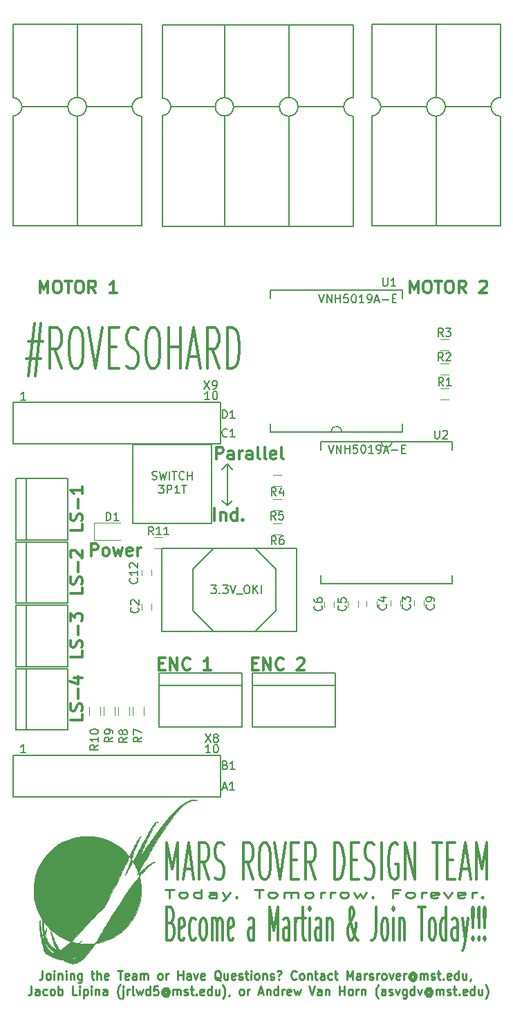
<source format=gbr>
G04 #@! TF.FileFunction,Legend,Top*
%FSLAX46Y46*%
G04 Gerber Fmt 4.6, Leading zero omitted, Abs format (unit mm)*
G04 Created by KiCad (PCBNEW 4.0.7) date 08/13/18 10:29:34*
%MOMM*%
%LPD*%
G01*
G04 APERTURE LIST*
%ADD10C,0.100000*%
%ADD11C,0.300000*%
%ADD12C,0.250000*%
%ADD13C,0.200000*%
%ADD14C,0.190500*%
%ADD15C,0.150000*%
%ADD16C,0.120000*%
%ADD17C,0.152400*%
%ADD18C,0.010000*%
G04 APERTURE END LIST*
D10*
D11*
X137383429Y-223996286D02*
X137601286Y-224186762D01*
X137673905Y-224377238D01*
X137746524Y-224758190D01*
X137746524Y-225329619D01*
X137673905Y-225710571D01*
X137601286Y-225901048D01*
X137456048Y-226091524D01*
X136875095Y-226091524D01*
X136875095Y-222091524D01*
X137383429Y-222091524D01*
X137528667Y-222282000D01*
X137601286Y-222472476D01*
X137673905Y-222853429D01*
X137673905Y-223234381D01*
X137601286Y-223615333D01*
X137528667Y-223805810D01*
X137383429Y-223996286D01*
X136875095Y-223996286D01*
X138981048Y-225901048D02*
X138835810Y-226091524D01*
X138545333Y-226091524D01*
X138400095Y-225901048D01*
X138327476Y-225520095D01*
X138327476Y-223996286D01*
X138400095Y-223615333D01*
X138545333Y-223424857D01*
X138835810Y-223424857D01*
X138981048Y-223615333D01*
X139053667Y-223996286D01*
X139053667Y-224377238D01*
X138327476Y-224758190D01*
X140360810Y-225901048D02*
X140215572Y-226091524D01*
X139925095Y-226091524D01*
X139779857Y-225901048D01*
X139707238Y-225710571D01*
X139634619Y-225329619D01*
X139634619Y-224186762D01*
X139707238Y-223805810D01*
X139779857Y-223615333D01*
X139925095Y-223424857D01*
X140215572Y-223424857D01*
X140360810Y-223615333D01*
X141232238Y-226091524D02*
X141087000Y-225901048D01*
X141014381Y-225710571D01*
X140941762Y-225329619D01*
X140941762Y-224186762D01*
X141014381Y-223805810D01*
X141087000Y-223615333D01*
X141232238Y-223424857D01*
X141450096Y-223424857D01*
X141595334Y-223615333D01*
X141667953Y-223805810D01*
X141740572Y-224186762D01*
X141740572Y-225329619D01*
X141667953Y-225710571D01*
X141595334Y-225901048D01*
X141450096Y-226091524D01*
X141232238Y-226091524D01*
X142394143Y-226091524D02*
X142394143Y-223424857D01*
X142394143Y-223805810D02*
X142466762Y-223615333D01*
X142612000Y-223424857D01*
X142829858Y-223424857D01*
X142975096Y-223615333D01*
X143047715Y-223996286D01*
X143047715Y-226091524D01*
X143047715Y-223996286D02*
X143120334Y-223615333D01*
X143265572Y-223424857D01*
X143483429Y-223424857D01*
X143628667Y-223615333D01*
X143701286Y-223996286D01*
X143701286Y-226091524D01*
X145008429Y-225901048D02*
X144863191Y-226091524D01*
X144572714Y-226091524D01*
X144427476Y-225901048D01*
X144354857Y-225520095D01*
X144354857Y-223996286D01*
X144427476Y-223615333D01*
X144572714Y-223424857D01*
X144863191Y-223424857D01*
X145008429Y-223615333D01*
X145081048Y-223996286D01*
X145081048Y-224377238D01*
X144354857Y-224758190D01*
X147550096Y-226091524D02*
X147550096Y-223996286D01*
X147477477Y-223615333D01*
X147332239Y-223424857D01*
X147041762Y-223424857D01*
X146896524Y-223615333D01*
X147550096Y-225901048D02*
X147404858Y-226091524D01*
X147041762Y-226091524D01*
X146896524Y-225901048D01*
X146823905Y-225520095D01*
X146823905Y-225139143D01*
X146896524Y-224758190D01*
X147041762Y-224567714D01*
X147404858Y-224567714D01*
X147550096Y-224377238D01*
X149438191Y-226091524D02*
X149438191Y-222091524D01*
X149946525Y-224948667D01*
X150454858Y-222091524D01*
X150454858Y-226091524D01*
X151834620Y-226091524D02*
X151834620Y-223996286D01*
X151762001Y-223615333D01*
X151616763Y-223424857D01*
X151326286Y-223424857D01*
X151181048Y-223615333D01*
X151834620Y-225901048D02*
X151689382Y-226091524D01*
X151326286Y-226091524D01*
X151181048Y-225901048D01*
X151108429Y-225520095D01*
X151108429Y-225139143D01*
X151181048Y-224758190D01*
X151326286Y-224567714D01*
X151689382Y-224567714D01*
X151834620Y-224377238D01*
X152560810Y-226091524D02*
X152560810Y-223424857D01*
X152560810Y-224186762D02*
X152633429Y-223805810D01*
X152706048Y-223615333D01*
X152851286Y-223424857D01*
X152996525Y-223424857D01*
X153287001Y-223424857D02*
X153867953Y-223424857D01*
X153504858Y-222091524D02*
X153504858Y-225520095D01*
X153577477Y-225901048D01*
X153722715Y-226091524D01*
X153867953Y-226091524D01*
X154376287Y-226091524D02*
X154376287Y-223424857D01*
X154376287Y-222091524D02*
X154303668Y-222282000D01*
X154376287Y-222472476D01*
X154448906Y-222282000D01*
X154376287Y-222091524D01*
X154376287Y-222472476D01*
X155756049Y-226091524D02*
X155756049Y-223996286D01*
X155683430Y-223615333D01*
X155538192Y-223424857D01*
X155247715Y-223424857D01*
X155102477Y-223615333D01*
X155756049Y-225901048D02*
X155610811Y-226091524D01*
X155247715Y-226091524D01*
X155102477Y-225901048D01*
X155029858Y-225520095D01*
X155029858Y-225139143D01*
X155102477Y-224758190D01*
X155247715Y-224567714D01*
X155610811Y-224567714D01*
X155756049Y-224377238D01*
X156482239Y-223424857D02*
X156482239Y-226091524D01*
X156482239Y-223805810D02*
X156554858Y-223615333D01*
X156700096Y-223424857D01*
X156917954Y-223424857D01*
X157063192Y-223615333D01*
X157135811Y-223996286D01*
X157135811Y-226091524D01*
X160258430Y-226091524D02*
X160185811Y-226091524D01*
X160040573Y-225901048D01*
X159822716Y-225329619D01*
X159459621Y-224186762D01*
X159314382Y-223615333D01*
X159241763Y-223043905D01*
X159241763Y-222662952D01*
X159314382Y-222282000D01*
X159459621Y-222091524D01*
X159532240Y-222091524D01*
X159677478Y-222282000D01*
X159750097Y-222662952D01*
X159750097Y-222853429D01*
X159677478Y-223234381D01*
X159604859Y-223424857D01*
X159169144Y-224186762D01*
X159096525Y-224377238D01*
X159023906Y-224758190D01*
X159023906Y-225329619D01*
X159096525Y-225710571D01*
X159169144Y-225901048D01*
X159314382Y-226091524D01*
X159532240Y-226091524D01*
X159677478Y-225901048D01*
X159750097Y-225710571D01*
X159967954Y-224948667D01*
X160040573Y-224377238D01*
X160040573Y-223996286D01*
X162509621Y-222091524D02*
X162509621Y-224948667D01*
X162437001Y-225520095D01*
X162291763Y-225901048D01*
X162073906Y-226091524D01*
X161928668Y-226091524D01*
X163453668Y-226091524D02*
X163308430Y-225901048D01*
X163235811Y-225710571D01*
X163163192Y-225329619D01*
X163163192Y-224186762D01*
X163235811Y-223805810D01*
X163308430Y-223615333D01*
X163453668Y-223424857D01*
X163671526Y-223424857D01*
X163816764Y-223615333D01*
X163889383Y-223805810D01*
X163962002Y-224186762D01*
X163962002Y-225329619D01*
X163889383Y-225710571D01*
X163816764Y-225901048D01*
X163671526Y-226091524D01*
X163453668Y-226091524D01*
X164615573Y-226091524D02*
X164615573Y-223424857D01*
X164615573Y-222091524D02*
X164542954Y-222282000D01*
X164615573Y-222472476D01*
X164688192Y-222282000D01*
X164615573Y-222091524D01*
X164615573Y-222472476D01*
X165341763Y-223424857D02*
X165341763Y-226091524D01*
X165341763Y-223805810D02*
X165414382Y-223615333D01*
X165559620Y-223424857D01*
X165777478Y-223424857D01*
X165922716Y-223615333D01*
X165995335Y-223996286D01*
X165995335Y-226091524D01*
X167665573Y-222091524D02*
X168537002Y-222091524D01*
X168101287Y-226091524D02*
X168101287Y-222091524D01*
X169263192Y-226091524D02*
X169117954Y-225901048D01*
X169045335Y-225710571D01*
X168972716Y-225329619D01*
X168972716Y-224186762D01*
X169045335Y-223805810D01*
X169117954Y-223615333D01*
X169263192Y-223424857D01*
X169481050Y-223424857D01*
X169626288Y-223615333D01*
X169698907Y-223805810D01*
X169771526Y-224186762D01*
X169771526Y-225329619D01*
X169698907Y-225710571D01*
X169626288Y-225901048D01*
X169481050Y-226091524D01*
X169263192Y-226091524D01*
X171078669Y-226091524D02*
X171078669Y-222091524D01*
X171078669Y-225901048D02*
X170933431Y-226091524D01*
X170642954Y-226091524D01*
X170497716Y-225901048D01*
X170425097Y-225710571D01*
X170352478Y-225329619D01*
X170352478Y-224186762D01*
X170425097Y-223805810D01*
X170497716Y-223615333D01*
X170642954Y-223424857D01*
X170933431Y-223424857D01*
X171078669Y-223615333D01*
X172458431Y-226091524D02*
X172458431Y-223996286D01*
X172385812Y-223615333D01*
X172240574Y-223424857D01*
X171950097Y-223424857D01*
X171804859Y-223615333D01*
X172458431Y-225901048D02*
X172313193Y-226091524D01*
X171950097Y-226091524D01*
X171804859Y-225901048D01*
X171732240Y-225520095D01*
X171732240Y-225139143D01*
X171804859Y-224758190D01*
X171950097Y-224567714D01*
X172313193Y-224567714D01*
X172458431Y-224377238D01*
X173039383Y-223424857D02*
X173402478Y-226091524D01*
X173765574Y-223424857D02*
X173402478Y-226091524D01*
X173257240Y-227043905D01*
X173184621Y-227234381D01*
X173039383Y-227424857D01*
X174346526Y-225710571D02*
X174419145Y-225901048D01*
X174346526Y-226091524D01*
X174273907Y-225901048D01*
X174346526Y-225710571D01*
X174346526Y-226091524D01*
X174346526Y-224567714D02*
X174273907Y-222282000D01*
X174346526Y-222091524D01*
X174419145Y-222282000D01*
X174346526Y-224567714D01*
X174346526Y-222091524D01*
X175072716Y-225710571D02*
X175145335Y-225901048D01*
X175072716Y-226091524D01*
X175000097Y-225901048D01*
X175072716Y-225710571D01*
X175072716Y-226091524D01*
X175072716Y-224567714D02*
X175000097Y-222282000D01*
X175072716Y-222091524D01*
X175145335Y-222282000D01*
X175072716Y-224567714D01*
X175072716Y-222091524D01*
X175798906Y-225710571D02*
X175871525Y-225901048D01*
X175798906Y-226091524D01*
X175726287Y-225901048D01*
X175798906Y-225710571D01*
X175798906Y-226091524D01*
X175798906Y-224567714D02*
X175726287Y-222282000D01*
X175798906Y-222091524D01*
X175871525Y-222282000D01*
X175798906Y-224567714D01*
X175798906Y-222091524D01*
D12*
X136638569Y-219924381D02*
X137781426Y-219924381D01*
X137209998Y-220924381D02*
X137209998Y-219924381D01*
X138733808Y-220924381D02*
X138543332Y-220876762D01*
X138448093Y-220829143D01*
X138352855Y-220733905D01*
X138352855Y-220448190D01*
X138448093Y-220352952D01*
X138543332Y-220305333D01*
X138733808Y-220257714D01*
X139019522Y-220257714D01*
X139209998Y-220305333D01*
X139305236Y-220352952D01*
X139400474Y-220448190D01*
X139400474Y-220733905D01*
X139305236Y-220829143D01*
X139209998Y-220876762D01*
X139019522Y-220924381D01*
X138733808Y-220924381D01*
X141114760Y-220924381D02*
X141114760Y-219924381D01*
X141114760Y-220876762D02*
X140924284Y-220924381D01*
X140543332Y-220924381D01*
X140352856Y-220876762D01*
X140257617Y-220829143D01*
X140162379Y-220733905D01*
X140162379Y-220448190D01*
X140257617Y-220352952D01*
X140352856Y-220305333D01*
X140543332Y-220257714D01*
X140924284Y-220257714D01*
X141114760Y-220305333D01*
X142924284Y-220924381D02*
X142924284Y-220400571D01*
X142829046Y-220305333D01*
X142638570Y-220257714D01*
X142257618Y-220257714D01*
X142067141Y-220305333D01*
X142924284Y-220876762D02*
X142733808Y-220924381D01*
X142257618Y-220924381D01*
X142067141Y-220876762D01*
X141971903Y-220781524D01*
X141971903Y-220686286D01*
X142067141Y-220591048D01*
X142257618Y-220543429D01*
X142733808Y-220543429D01*
X142924284Y-220495810D01*
X143686189Y-220257714D02*
X144162380Y-220924381D01*
X144638570Y-220257714D02*
X144162380Y-220924381D01*
X143971904Y-221162476D01*
X143876665Y-221210095D01*
X143686189Y-221257714D01*
X145400475Y-220829143D02*
X145495714Y-220876762D01*
X145400475Y-220924381D01*
X145305237Y-220876762D01*
X145400475Y-220829143D01*
X145400475Y-220924381D01*
X147590952Y-219924381D02*
X148733809Y-219924381D01*
X148162381Y-220924381D02*
X148162381Y-219924381D01*
X149686191Y-220924381D02*
X149495715Y-220876762D01*
X149400476Y-220829143D01*
X149305238Y-220733905D01*
X149305238Y-220448190D01*
X149400476Y-220352952D01*
X149495715Y-220305333D01*
X149686191Y-220257714D01*
X149971905Y-220257714D01*
X150162381Y-220305333D01*
X150257619Y-220352952D01*
X150352857Y-220448190D01*
X150352857Y-220733905D01*
X150257619Y-220829143D01*
X150162381Y-220876762D01*
X149971905Y-220924381D01*
X149686191Y-220924381D01*
X151210000Y-220924381D02*
X151210000Y-220257714D01*
X151210000Y-220352952D02*
X151305239Y-220305333D01*
X151495715Y-220257714D01*
X151781429Y-220257714D01*
X151971905Y-220305333D01*
X152067143Y-220400571D01*
X152067143Y-220924381D01*
X152067143Y-220400571D02*
X152162381Y-220305333D01*
X152352858Y-220257714D01*
X152638572Y-220257714D01*
X152829048Y-220305333D01*
X152924286Y-220400571D01*
X152924286Y-220924381D01*
X154162382Y-220924381D02*
X153971906Y-220876762D01*
X153876667Y-220829143D01*
X153781429Y-220733905D01*
X153781429Y-220448190D01*
X153876667Y-220352952D01*
X153971906Y-220305333D01*
X154162382Y-220257714D01*
X154448096Y-220257714D01*
X154638572Y-220305333D01*
X154733810Y-220352952D01*
X154829048Y-220448190D01*
X154829048Y-220733905D01*
X154733810Y-220829143D01*
X154638572Y-220876762D01*
X154448096Y-220924381D01*
X154162382Y-220924381D01*
X155686191Y-220924381D02*
X155686191Y-220257714D01*
X155686191Y-220448190D02*
X155781430Y-220352952D01*
X155876668Y-220305333D01*
X156067144Y-220257714D01*
X156257620Y-220257714D01*
X156924286Y-220924381D02*
X156924286Y-220257714D01*
X156924286Y-220448190D02*
X157019525Y-220352952D01*
X157114763Y-220305333D01*
X157305239Y-220257714D01*
X157495715Y-220257714D01*
X158448096Y-220924381D02*
X158257620Y-220876762D01*
X158162381Y-220829143D01*
X158067143Y-220733905D01*
X158067143Y-220448190D01*
X158162381Y-220352952D01*
X158257620Y-220305333D01*
X158448096Y-220257714D01*
X158733810Y-220257714D01*
X158924286Y-220305333D01*
X159019524Y-220352952D01*
X159114762Y-220448190D01*
X159114762Y-220733905D01*
X159019524Y-220829143D01*
X158924286Y-220876762D01*
X158733810Y-220924381D01*
X158448096Y-220924381D01*
X159781429Y-220257714D02*
X160162382Y-220924381D01*
X160543334Y-220448190D01*
X160924286Y-220924381D01*
X161305239Y-220257714D01*
X162067143Y-220829143D02*
X162162382Y-220876762D01*
X162067143Y-220924381D01*
X161971905Y-220876762D01*
X162067143Y-220829143D01*
X162067143Y-220924381D01*
X165210001Y-220400571D02*
X164543334Y-220400571D01*
X164543334Y-220924381D02*
X164543334Y-219924381D01*
X165495715Y-219924381D01*
X166543335Y-220924381D02*
X166352859Y-220876762D01*
X166257620Y-220829143D01*
X166162382Y-220733905D01*
X166162382Y-220448190D01*
X166257620Y-220352952D01*
X166352859Y-220305333D01*
X166543335Y-220257714D01*
X166829049Y-220257714D01*
X167019525Y-220305333D01*
X167114763Y-220352952D01*
X167210001Y-220448190D01*
X167210001Y-220733905D01*
X167114763Y-220829143D01*
X167019525Y-220876762D01*
X166829049Y-220924381D01*
X166543335Y-220924381D01*
X168067144Y-220924381D02*
X168067144Y-220257714D01*
X168067144Y-220448190D02*
X168162383Y-220352952D01*
X168257621Y-220305333D01*
X168448097Y-220257714D01*
X168638573Y-220257714D01*
X170067144Y-220876762D02*
X169876668Y-220924381D01*
X169495716Y-220924381D01*
X169305239Y-220876762D01*
X169210001Y-220781524D01*
X169210001Y-220400571D01*
X169305239Y-220305333D01*
X169495716Y-220257714D01*
X169876668Y-220257714D01*
X170067144Y-220305333D01*
X170162382Y-220400571D01*
X170162382Y-220495810D01*
X169210001Y-220591048D01*
X170829049Y-220257714D02*
X171305240Y-220924381D01*
X171781430Y-220257714D01*
X173305240Y-220876762D02*
X173114764Y-220924381D01*
X172733812Y-220924381D01*
X172543335Y-220876762D01*
X172448097Y-220781524D01*
X172448097Y-220400571D01*
X172543335Y-220305333D01*
X172733812Y-220257714D01*
X173114764Y-220257714D01*
X173305240Y-220305333D01*
X173400478Y-220400571D01*
X173400478Y-220495810D01*
X172448097Y-220591048D01*
X174257621Y-220924381D02*
X174257621Y-220257714D01*
X174257621Y-220448190D02*
X174352860Y-220352952D01*
X174448098Y-220305333D01*
X174638574Y-220257714D01*
X174829050Y-220257714D01*
X175495716Y-220829143D02*
X175590955Y-220876762D01*
X175495716Y-220924381D01*
X175400478Y-220876762D01*
X175495716Y-220829143D01*
X175495716Y-220924381D01*
D11*
X136844951Y-218697714D02*
X136844951Y-214197714D01*
X137511618Y-217412000D01*
X138178285Y-214197714D01*
X138178285Y-218697714D01*
X139035427Y-217412000D02*
X139987808Y-217412000D01*
X138844951Y-218697714D02*
X139511618Y-214197714D01*
X140178285Y-218697714D01*
X141987809Y-218697714D02*
X141321142Y-216554857D01*
X140844951Y-218697714D02*
X140844951Y-214197714D01*
X141606856Y-214197714D01*
X141797332Y-214412000D01*
X141892571Y-214626286D01*
X141987809Y-215054857D01*
X141987809Y-215697714D01*
X141892571Y-216126286D01*
X141797332Y-216340571D01*
X141606856Y-216554857D01*
X140844951Y-216554857D01*
X142749713Y-218483429D02*
X143035428Y-218697714D01*
X143511618Y-218697714D01*
X143702094Y-218483429D01*
X143797332Y-218269143D01*
X143892571Y-217840571D01*
X143892571Y-217412000D01*
X143797332Y-216983429D01*
X143702094Y-216769143D01*
X143511618Y-216554857D01*
X143130666Y-216340571D01*
X142940190Y-216126286D01*
X142844951Y-215912000D01*
X142749713Y-215483429D01*
X142749713Y-215054857D01*
X142844951Y-214626286D01*
X142940190Y-214412000D01*
X143130666Y-214197714D01*
X143606856Y-214197714D01*
X143892571Y-214412000D01*
X147416381Y-218697714D02*
X146749714Y-216554857D01*
X146273523Y-218697714D02*
X146273523Y-214197714D01*
X147035428Y-214197714D01*
X147225904Y-214412000D01*
X147321143Y-214626286D01*
X147416381Y-215054857D01*
X147416381Y-215697714D01*
X147321143Y-216126286D01*
X147225904Y-216340571D01*
X147035428Y-216554857D01*
X146273523Y-216554857D01*
X148654476Y-214197714D02*
X149035428Y-214197714D01*
X149225904Y-214412000D01*
X149416381Y-214840571D01*
X149511619Y-215697714D01*
X149511619Y-217197714D01*
X149416381Y-218054857D01*
X149225904Y-218483429D01*
X149035428Y-218697714D01*
X148654476Y-218697714D01*
X148464000Y-218483429D01*
X148273523Y-218054857D01*
X148178285Y-217197714D01*
X148178285Y-215697714D01*
X148273523Y-214840571D01*
X148464000Y-214412000D01*
X148654476Y-214197714D01*
X150083047Y-214197714D02*
X150749714Y-218697714D01*
X151416381Y-214197714D01*
X152083047Y-216340571D02*
X152749714Y-216340571D01*
X153035428Y-218697714D02*
X152083047Y-218697714D01*
X152083047Y-214197714D01*
X153035428Y-214197714D01*
X155035429Y-218697714D02*
X154368762Y-216554857D01*
X153892571Y-218697714D02*
X153892571Y-214197714D01*
X154654476Y-214197714D01*
X154844952Y-214412000D01*
X154940191Y-214626286D01*
X155035429Y-215054857D01*
X155035429Y-215697714D01*
X154940191Y-216126286D01*
X154844952Y-216340571D01*
X154654476Y-216554857D01*
X153892571Y-216554857D01*
X157416381Y-218697714D02*
X157416381Y-214197714D01*
X157892572Y-214197714D01*
X158178286Y-214412000D01*
X158368762Y-214840571D01*
X158464001Y-215269143D01*
X158559239Y-216126286D01*
X158559239Y-216769143D01*
X158464001Y-217626286D01*
X158368762Y-218054857D01*
X158178286Y-218483429D01*
X157892572Y-218697714D01*
X157416381Y-218697714D01*
X159416381Y-216340571D02*
X160083048Y-216340571D01*
X160368762Y-218697714D02*
X159416381Y-218697714D01*
X159416381Y-214197714D01*
X160368762Y-214197714D01*
X161130667Y-218483429D02*
X161416382Y-218697714D01*
X161892572Y-218697714D01*
X162083048Y-218483429D01*
X162178286Y-218269143D01*
X162273525Y-217840571D01*
X162273525Y-217412000D01*
X162178286Y-216983429D01*
X162083048Y-216769143D01*
X161892572Y-216554857D01*
X161511620Y-216340571D01*
X161321144Y-216126286D01*
X161225905Y-215912000D01*
X161130667Y-215483429D01*
X161130667Y-215054857D01*
X161225905Y-214626286D01*
X161321144Y-214412000D01*
X161511620Y-214197714D01*
X161987810Y-214197714D01*
X162273525Y-214412000D01*
X163130667Y-218697714D02*
X163130667Y-214197714D01*
X165130668Y-214412000D02*
X164940191Y-214197714D01*
X164654477Y-214197714D01*
X164368763Y-214412000D01*
X164178287Y-214840571D01*
X164083048Y-215269143D01*
X163987810Y-216126286D01*
X163987810Y-216769143D01*
X164083048Y-217626286D01*
X164178287Y-218054857D01*
X164368763Y-218483429D01*
X164654477Y-218697714D01*
X164844953Y-218697714D01*
X165130668Y-218483429D01*
X165225906Y-218269143D01*
X165225906Y-216769143D01*
X164844953Y-216769143D01*
X166083048Y-218697714D02*
X166083048Y-214197714D01*
X167225906Y-218697714D01*
X167225906Y-214197714D01*
X169416382Y-214197714D02*
X170559239Y-214197714D01*
X169987811Y-218697714D02*
X169987811Y-214197714D01*
X171225906Y-216340571D02*
X171892573Y-216340571D01*
X172178287Y-218697714D02*
X171225906Y-218697714D01*
X171225906Y-214197714D01*
X172178287Y-214197714D01*
X172940192Y-217412000D02*
X173892573Y-217412000D01*
X172749716Y-218697714D02*
X173416383Y-214197714D01*
X174083050Y-218697714D01*
X174749716Y-218697714D02*
X174749716Y-214197714D01*
X175416383Y-217412000D01*
X176083050Y-214197714D01*
X176083050Y-218697714D01*
X119925333Y-152852571D02*
X121711048Y-152852571D01*
X120639619Y-150709714D02*
X119925333Y-157138286D01*
X121472953Y-154995429D02*
X119687238Y-154995429D01*
X120758667Y-157138286D02*
X121472953Y-150709714D01*
X123972953Y-156185905D02*
X123139619Y-153804952D01*
X122544381Y-156185905D02*
X122544381Y-151185905D01*
X123496762Y-151185905D01*
X123734857Y-151424000D01*
X123853905Y-151662095D01*
X123972953Y-152138286D01*
X123972953Y-152852571D01*
X123853905Y-153328762D01*
X123734857Y-153566857D01*
X123496762Y-153804952D01*
X122544381Y-153804952D01*
X125520572Y-151185905D02*
X125996762Y-151185905D01*
X126234857Y-151424000D01*
X126472953Y-151900190D01*
X126592000Y-152852571D01*
X126592000Y-154519238D01*
X126472953Y-155471619D01*
X126234857Y-155947810D01*
X125996762Y-156185905D01*
X125520572Y-156185905D01*
X125282476Y-155947810D01*
X125044381Y-155471619D01*
X124925333Y-154519238D01*
X124925333Y-152852571D01*
X125044381Y-151900190D01*
X125282476Y-151424000D01*
X125520572Y-151185905D01*
X127306286Y-151185905D02*
X128139620Y-156185905D01*
X128972953Y-151185905D01*
X129806286Y-153566857D02*
X130639619Y-153566857D01*
X130996762Y-156185905D02*
X129806286Y-156185905D01*
X129806286Y-151185905D01*
X130996762Y-151185905D01*
X131949143Y-155947810D02*
X132306286Y-156185905D01*
X132901524Y-156185905D01*
X133139620Y-155947810D01*
X133258667Y-155709714D01*
X133377715Y-155233524D01*
X133377715Y-154757333D01*
X133258667Y-154281143D01*
X133139620Y-154043048D01*
X132901524Y-153804952D01*
X132425334Y-153566857D01*
X132187239Y-153328762D01*
X132068191Y-153090667D01*
X131949143Y-152614476D01*
X131949143Y-152138286D01*
X132068191Y-151662095D01*
X132187239Y-151424000D01*
X132425334Y-151185905D01*
X133020572Y-151185905D01*
X133377715Y-151424000D01*
X134925334Y-151185905D02*
X135401524Y-151185905D01*
X135639619Y-151424000D01*
X135877715Y-151900190D01*
X135996762Y-152852571D01*
X135996762Y-154519238D01*
X135877715Y-155471619D01*
X135639619Y-155947810D01*
X135401524Y-156185905D01*
X134925334Y-156185905D01*
X134687238Y-155947810D01*
X134449143Y-155471619D01*
X134330095Y-154519238D01*
X134330095Y-152852571D01*
X134449143Y-151900190D01*
X134687238Y-151424000D01*
X134925334Y-151185905D01*
X137068191Y-156185905D02*
X137068191Y-151185905D01*
X137068191Y-153566857D02*
X138496763Y-153566857D01*
X138496763Y-156185905D02*
X138496763Y-151185905D01*
X139568191Y-154757333D02*
X140758668Y-154757333D01*
X139330096Y-156185905D02*
X140163430Y-151185905D01*
X140996763Y-156185905D01*
X143258668Y-156185905D02*
X142425334Y-153804952D01*
X141830096Y-156185905D02*
X141830096Y-151185905D01*
X142782477Y-151185905D01*
X143020572Y-151424000D01*
X143139620Y-151662095D01*
X143258668Y-152138286D01*
X143258668Y-152852571D01*
X143139620Y-153328762D01*
X143020572Y-153566857D01*
X142782477Y-153804952D01*
X141830096Y-153804952D01*
X144330096Y-156185905D02*
X144330096Y-151185905D01*
X144925334Y-151185905D01*
X145282477Y-151424000D01*
X145520572Y-151900190D01*
X145639620Y-152376381D01*
X145758668Y-153328762D01*
X145758668Y-154043048D01*
X145639620Y-154995429D01*
X145520572Y-155471619D01*
X145282477Y-155947810D01*
X144925334Y-156185905D01*
X144330096Y-156185905D01*
D12*
X121632000Y-229841619D02*
X121632000Y-230627333D01*
X121582000Y-230784476D01*
X121482000Y-230889238D01*
X121332000Y-230941619D01*
X121232000Y-230941619D01*
X122282000Y-230941619D02*
X122182000Y-230889238D01*
X122132000Y-230836857D01*
X122082000Y-230732095D01*
X122082000Y-230417810D01*
X122132000Y-230313048D01*
X122182000Y-230260667D01*
X122282000Y-230208286D01*
X122432000Y-230208286D01*
X122532000Y-230260667D01*
X122582000Y-230313048D01*
X122632000Y-230417810D01*
X122632000Y-230732095D01*
X122582000Y-230836857D01*
X122532000Y-230889238D01*
X122432000Y-230941619D01*
X122282000Y-230941619D01*
X123082000Y-230941619D02*
X123082000Y-230208286D01*
X123082000Y-229841619D02*
X123032000Y-229894000D01*
X123082000Y-229946381D01*
X123132000Y-229894000D01*
X123082000Y-229841619D01*
X123082000Y-229946381D01*
X123582000Y-230208286D02*
X123582000Y-230941619D01*
X123582000Y-230313048D02*
X123632000Y-230260667D01*
X123732000Y-230208286D01*
X123882000Y-230208286D01*
X123982000Y-230260667D01*
X124032000Y-230365429D01*
X124032000Y-230941619D01*
X124532000Y-230941619D02*
X124532000Y-230208286D01*
X124532000Y-229841619D02*
X124482000Y-229894000D01*
X124532000Y-229946381D01*
X124582000Y-229894000D01*
X124532000Y-229841619D01*
X124532000Y-229946381D01*
X125032000Y-230208286D02*
X125032000Y-230941619D01*
X125032000Y-230313048D02*
X125082000Y-230260667D01*
X125182000Y-230208286D01*
X125332000Y-230208286D01*
X125432000Y-230260667D01*
X125482000Y-230365429D01*
X125482000Y-230941619D01*
X126432000Y-230208286D02*
X126432000Y-231098762D01*
X126382000Y-231203524D01*
X126332000Y-231255905D01*
X126232000Y-231308286D01*
X126082000Y-231308286D01*
X125982000Y-231255905D01*
X126432000Y-230889238D02*
X126332000Y-230941619D01*
X126132000Y-230941619D01*
X126032000Y-230889238D01*
X125982000Y-230836857D01*
X125932000Y-230732095D01*
X125932000Y-230417810D01*
X125982000Y-230313048D01*
X126032000Y-230260667D01*
X126132000Y-230208286D01*
X126332000Y-230208286D01*
X126432000Y-230260667D01*
X127582000Y-230208286D02*
X127982000Y-230208286D01*
X127732000Y-229841619D02*
X127732000Y-230784476D01*
X127782000Y-230889238D01*
X127882000Y-230941619D01*
X127982000Y-230941619D01*
X128332000Y-230941619D02*
X128332000Y-229841619D01*
X128782000Y-230941619D02*
X128782000Y-230365429D01*
X128732000Y-230260667D01*
X128632000Y-230208286D01*
X128482000Y-230208286D01*
X128382000Y-230260667D01*
X128332000Y-230313048D01*
X129682000Y-230889238D02*
X129582000Y-230941619D01*
X129382000Y-230941619D01*
X129282000Y-230889238D01*
X129232000Y-230784476D01*
X129232000Y-230365429D01*
X129282000Y-230260667D01*
X129382000Y-230208286D01*
X129582000Y-230208286D01*
X129682000Y-230260667D01*
X129732000Y-230365429D01*
X129732000Y-230470190D01*
X129232000Y-230574952D01*
X130832000Y-229841619D02*
X131432000Y-229841619D01*
X131132000Y-230941619D02*
X131132000Y-229841619D01*
X132182000Y-230889238D02*
X132082000Y-230941619D01*
X131882000Y-230941619D01*
X131782000Y-230889238D01*
X131732000Y-230784476D01*
X131732000Y-230365429D01*
X131782000Y-230260667D01*
X131882000Y-230208286D01*
X132082000Y-230208286D01*
X132182000Y-230260667D01*
X132232000Y-230365429D01*
X132232000Y-230470190D01*
X131732000Y-230574952D01*
X133132000Y-230941619D02*
X133132000Y-230365429D01*
X133082000Y-230260667D01*
X132982000Y-230208286D01*
X132782000Y-230208286D01*
X132682000Y-230260667D01*
X133132000Y-230889238D02*
X133032000Y-230941619D01*
X132782000Y-230941619D01*
X132682000Y-230889238D01*
X132632000Y-230784476D01*
X132632000Y-230679714D01*
X132682000Y-230574952D01*
X132782000Y-230522571D01*
X133032000Y-230522571D01*
X133132000Y-230470190D01*
X133632000Y-230941619D02*
X133632000Y-230208286D01*
X133632000Y-230313048D02*
X133682000Y-230260667D01*
X133782000Y-230208286D01*
X133932000Y-230208286D01*
X134032000Y-230260667D01*
X134082000Y-230365429D01*
X134082000Y-230941619D01*
X134082000Y-230365429D02*
X134132000Y-230260667D01*
X134232000Y-230208286D01*
X134382000Y-230208286D01*
X134482000Y-230260667D01*
X134532000Y-230365429D01*
X134532000Y-230941619D01*
X135982000Y-230941619D02*
X135882000Y-230889238D01*
X135832000Y-230836857D01*
X135782000Y-230732095D01*
X135782000Y-230417810D01*
X135832000Y-230313048D01*
X135882000Y-230260667D01*
X135982000Y-230208286D01*
X136132000Y-230208286D01*
X136232000Y-230260667D01*
X136282000Y-230313048D01*
X136332000Y-230417810D01*
X136332000Y-230732095D01*
X136282000Y-230836857D01*
X136232000Y-230889238D01*
X136132000Y-230941619D01*
X135982000Y-230941619D01*
X136782000Y-230941619D02*
X136782000Y-230208286D01*
X136782000Y-230417810D02*
X136832000Y-230313048D01*
X136882000Y-230260667D01*
X136982000Y-230208286D01*
X137082000Y-230208286D01*
X138232000Y-230941619D02*
X138232000Y-229841619D01*
X138232000Y-230365429D02*
X138832000Y-230365429D01*
X138832000Y-230941619D02*
X138832000Y-229841619D01*
X139782000Y-230941619D02*
X139782000Y-230365429D01*
X139732000Y-230260667D01*
X139632000Y-230208286D01*
X139432000Y-230208286D01*
X139332000Y-230260667D01*
X139782000Y-230889238D02*
X139682000Y-230941619D01*
X139432000Y-230941619D01*
X139332000Y-230889238D01*
X139282000Y-230784476D01*
X139282000Y-230679714D01*
X139332000Y-230574952D01*
X139432000Y-230522571D01*
X139682000Y-230522571D01*
X139782000Y-230470190D01*
X140182000Y-230208286D02*
X140432000Y-230941619D01*
X140682000Y-230208286D01*
X141482000Y-230889238D02*
X141382000Y-230941619D01*
X141182000Y-230941619D01*
X141082000Y-230889238D01*
X141032000Y-230784476D01*
X141032000Y-230365429D01*
X141082000Y-230260667D01*
X141182000Y-230208286D01*
X141382000Y-230208286D01*
X141482000Y-230260667D01*
X141532000Y-230365429D01*
X141532000Y-230470190D01*
X141032000Y-230574952D01*
X143482000Y-231046381D02*
X143382000Y-230994000D01*
X143282000Y-230889238D01*
X143132000Y-230732095D01*
X143032000Y-230679714D01*
X142932000Y-230679714D01*
X142982000Y-230941619D02*
X142882000Y-230889238D01*
X142782000Y-230784476D01*
X142732000Y-230574952D01*
X142732000Y-230208286D01*
X142782000Y-229998762D01*
X142882000Y-229894000D01*
X142982000Y-229841619D01*
X143182000Y-229841619D01*
X143282000Y-229894000D01*
X143382000Y-229998762D01*
X143432000Y-230208286D01*
X143432000Y-230574952D01*
X143382000Y-230784476D01*
X143282000Y-230889238D01*
X143182000Y-230941619D01*
X142982000Y-230941619D01*
X144332000Y-230208286D02*
X144332000Y-230941619D01*
X143882000Y-230208286D02*
X143882000Y-230784476D01*
X143932000Y-230889238D01*
X144032000Y-230941619D01*
X144182000Y-230941619D01*
X144282000Y-230889238D01*
X144332000Y-230836857D01*
X145232000Y-230889238D02*
X145132000Y-230941619D01*
X144932000Y-230941619D01*
X144832000Y-230889238D01*
X144782000Y-230784476D01*
X144782000Y-230365429D01*
X144832000Y-230260667D01*
X144932000Y-230208286D01*
X145132000Y-230208286D01*
X145232000Y-230260667D01*
X145282000Y-230365429D01*
X145282000Y-230470190D01*
X144782000Y-230574952D01*
X145682000Y-230889238D02*
X145782000Y-230941619D01*
X145982000Y-230941619D01*
X146082000Y-230889238D01*
X146132000Y-230784476D01*
X146132000Y-230732095D01*
X146082000Y-230627333D01*
X145982000Y-230574952D01*
X145832000Y-230574952D01*
X145732000Y-230522571D01*
X145682000Y-230417810D01*
X145682000Y-230365429D01*
X145732000Y-230260667D01*
X145832000Y-230208286D01*
X145982000Y-230208286D01*
X146082000Y-230260667D01*
X146432000Y-230208286D02*
X146832000Y-230208286D01*
X146582000Y-229841619D02*
X146582000Y-230784476D01*
X146632000Y-230889238D01*
X146732000Y-230941619D01*
X146832000Y-230941619D01*
X147182000Y-230941619D02*
X147182000Y-230208286D01*
X147182000Y-229841619D02*
X147132000Y-229894000D01*
X147182000Y-229946381D01*
X147232000Y-229894000D01*
X147182000Y-229841619D01*
X147182000Y-229946381D01*
X147832000Y-230941619D02*
X147732000Y-230889238D01*
X147682000Y-230836857D01*
X147632000Y-230732095D01*
X147632000Y-230417810D01*
X147682000Y-230313048D01*
X147732000Y-230260667D01*
X147832000Y-230208286D01*
X147982000Y-230208286D01*
X148082000Y-230260667D01*
X148132000Y-230313048D01*
X148182000Y-230417810D01*
X148182000Y-230732095D01*
X148132000Y-230836857D01*
X148082000Y-230889238D01*
X147982000Y-230941619D01*
X147832000Y-230941619D01*
X148632000Y-230208286D02*
X148632000Y-230941619D01*
X148632000Y-230313048D02*
X148682000Y-230260667D01*
X148782000Y-230208286D01*
X148932000Y-230208286D01*
X149032000Y-230260667D01*
X149082000Y-230365429D01*
X149082000Y-230941619D01*
X149532000Y-230889238D02*
X149632000Y-230941619D01*
X149832000Y-230941619D01*
X149932000Y-230889238D01*
X149982000Y-230784476D01*
X149982000Y-230732095D01*
X149932000Y-230627333D01*
X149832000Y-230574952D01*
X149682000Y-230574952D01*
X149582000Y-230522571D01*
X149532000Y-230417810D01*
X149532000Y-230365429D01*
X149582000Y-230260667D01*
X149682000Y-230208286D01*
X149832000Y-230208286D01*
X149932000Y-230260667D01*
X150582000Y-230836857D02*
X150632000Y-230889238D01*
X150582000Y-230941619D01*
X150532000Y-230889238D01*
X150582000Y-230836857D01*
X150582000Y-230941619D01*
X150382000Y-229894000D02*
X150482000Y-229841619D01*
X150732000Y-229841619D01*
X150832000Y-229894000D01*
X150882000Y-229998762D01*
X150882000Y-230103524D01*
X150832000Y-230208286D01*
X150782000Y-230260667D01*
X150682000Y-230313048D01*
X150632000Y-230365429D01*
X150582000Y-230470190D01*
X150582000Y-230522571D01*
X152732000Y-230836857D02*
X152682000Y-230889238D01*
X152532000Y-230941619D01*
X152432000Y-230941619D01*
X152282000Y-230889238D01*
X152182000Y-230784476D01*
X152132000Y-230679714D01*
X152082000Y-230470190D01*
X152082000Y-230313048D01*
X152132000Y-230103524D01*
X152182000Y-229998762D01*
X152282000Y-229894000D01*
X152432000Y-229841619D01*
X152532000Y-229841619D01*
X152682000Y-229894000D01*
X152732000Y-229946381D01*
X153332000Y-230941619D02*
X153232000Y-230889238D01*
X153182000Y-230836857D01*
X153132000Y-230732095D01*
X153132000Y-230417810D01*
X153182000Y-230313048D01*
X153232000Y-230260667D01*
X153332000Y-230208286D01*
X153482000Y-230208286D01*
X153582000Y-230260667D01*
X153632000Y-230313048D01*
X153682000Y-230417810D01*
X153682000Y-230732095D01*
X153632000Y-230836857D01*
X153582000Y-230889238D01*
X153482000Y-230941619D01*
X153332000Y-230941619D01*
X154132000Y-230208286D02*
X154132000Y-230941619D01*
X154132000Y-230313048D02*
X154182000Y-230260667D01*
X154282000Y-230208286D01*
X154432000Y-230208286D01*
X154532000Y-230260667D01*
X154582000Y-230365429D01*
X154582000Y-230941619D01*
X154932000Y-230208286D02*
X155332000Y-230208286D01*
X155082000Y-229841619D02*
X155082000Y-230784476D01*
X155132000Y-230889238D01*
X155232000Y-230941619D01*
X155332000Y-230941619D01*
X156132000Y-230941619D02*
X156132000Y-230365429D01*
X156082000Y-230260667D01*
X155982000Y-230208286D01*
X155782000Y-230208286D01*
X155682000Y-230260667D01*
X156132000Y-230889238D02*
X156032000Y-230941619D01*
X155782000Y-230941619D01*
X155682000Y-230889238D01*
X155632000Y-230784476D01*
X155632000Y-230679714D01*
X155682000Y-230574952D01*
X155782000Y-230522571D01*
X156032000Y-230522571D01*
X156132000Y-230470190D01*
X157082000Y-230889238D02*
X156982000Y-230941619D01*
X156782000Y-230941619D01*
X156682000Y-230889238D01*
X156632000Y-230836857D01*
X156582000Y-230732095D01*
X156582000Y-230417810D01*
X156632000Y-230313048D01*
X156682000Y-230260667D01*
X156782000Y-230208286D01*
X156982000Y-230208286D01*
X157082000Y-230260667D01*
X157382000Y-230208286D02*
X157782000Y-230208286D01*
X157532000Y-229841619D02*
X157532000Y-230784476D01*
X157582000Y-230889238D01*
X157682000Y-230941619D01*
X157782000Y-230941619D01*
X158932000Y-230941619D02*
X158932000Y-229841619D01*
X159282000Y-230627333D01*
X159632000Y-229841619D01*
X159632000Y-230941619D01*
X160582000Y-230941619D02*
X160582000Y-230365429D01*
X160532000Y-230260667D01*
X160432000Y-230208286D01*
X160232000Y-230208286D01*
X160132000Y-230260667D01*
X160582000Y-230889238D02*
X160482000Y-230941619D01*
X160232000Y-230941619D01*
X160132000Y-230889238D01*
X160082000Y-230784476D01*
X160082000Y-230679714D01*
X160132000Y-230574952D01*
X160232000Y-230522571D01*
X160482000Y-230522571D01*
X160582000Y-230470190D01*
X161082000Y-230941619D02*
X161082000Y-230208286D01*
X161082000Y-230417810D02*
X161132000Y-230313048D01*
X161182000Y-230260667D01*
X161282000Y-230208286D01*
X161382000Y-230208286D01*
X161682000Y-230889238D02*
X161782000Y-230941619D01*
X161982000Y-230941619D01*
X162082000Y-230889238D01*
X162132000Y-230784476D01*
X162132000Y-230732095D01*
X162082000Y-230627333D01*
X161982000Y-230574952D01*
X161832000Y-230574952D01*
X161732000Y-230522571D01*
X161682000Y-230417810D01*
X161682000Y-230365429D01*
X161732000Y-230260667D01*
X161832000Y-230208286D01*
X161982000Y-230208286D01*
X162082000Y-230260667D01*
X162582000Y-230941619D02*
X162582000Y-230208286D01*
X162582000Y-230417810D02*
X162632000Y-230313048D01*
X162682000Y-230260667D01*
X162782000Y-230208286D01*
X162882000Y-230208286D01*
X163382000Y-230941619D02*
X163282000Y-230889238D01*
X163232000Y-230836857D01*
X163182000Y-230732095D01*
X163182000Y-230417810D01*
X163232000Y-230313048D01*
X163282000Y-230260667D01*
X163382000Y-230208286D01*
X163532000Y-230208286D01*
X163632000Y-230260667D01*
X163682000Y-230313048D01*
X163732000Y-230417810D01*
X163732000Y-230732095D01*
X163682000Y-230836857D01*
X163632000Y-230889238D01*
X163532000Y-230941619D01*
X163382000Y-230941619D01*
X164082000Y-230208286D02*
X164332000Y-230941619D01*
X164582000Y-230208286D01*
X165382000Y-230889238D02*
X165282000Y-230941619D01*
X165082000Y-230941619D01*
X164982000Y-230889238D01*
X164932000Y-230784476D01*
X164932000Y-230365429D01*
X164982000Y-230260667D01*
X165082000Y-230208286D01*
X165282000Y-230208286D01*
X165382000Y-230260667D01*
X165432000Y-230365429D01*
X165432000Y-230470190D01*
X164932000Y-230574952D01*
X165882000Y-230941619D02*
X165882000Y-230208286D01*
X165882000Y-230417810D02*
X165932000Y-230313048D01*
X165982000Y-230260667D01*
X166082000Y-230208286D01*
X166182000Y-230208286D01*
X167182000Y-230417810D02*
X167132000Y-230365429D01*
X167032000Y-230313048D01*
X166932000Y-230313048D01*
X166832000Y-230365429D01*
X166782000Y-230417810D01*
X166732000Y-230522571D01*
X166732000Y-230627333D01*
X166782000Y-230732095D01*
X166832000Y-230784476D01*
X166932000Y-230836857D01*
X167032000Y-230836857D01*
X167132000Y-230784476D01*
X167182000Y-230732095D01*
X167182000Y-230313048D02*
X167182000Y-230732095D01*
X167232000Y-230784476D01*
X167282000Y-230784476D01*
X167382000Y-230732095D01*
X167432000Y-230627333D01*
X167432000Y-230365429D01*
X167332000Y-230208286D01*
X167182000Y-230103524D01*
X166982000Y-230051143D01*
X166782000Y-230103524D01*
X166632000Y-230208286D01*
X166532000Y-230365429D01*
X166482000Y-230574952D01*
X166532000Y-230784476D01*
X166632000Y-230941619D01*
X166782000Y-231046381D01*
X166982000Y-231098762D01*
X167182000Y-231046381D01*
X167332000Y-230941619D01*
X167882000Y-230941619D02*
X167882000Y-230208286D01*
X167882000Y-230313048D02*
X167932000Y-230260667D01*
X168032000Y-230208286D01*
X168182000Y-230208286D01*
X168282000Y-230260667D01*
X168332000Y-230365429D01*
X168332000Y-230941619D01*
X168332000Y-230365429D02*
X168382000Y-230260667D01*
X168482000Y-230208286D01*
X168632000Y-230208286D01*
X168732000Y-230260667D01*
X168782000Y-230365429D01*
X168782000Y-230941619D01*
X169232000Y-230889238D02*
X169332000Y-230941619D01*
X169532000Y-230941619D01*
X169632000Y-230889238D01*
X169682000Y-230784476D01*
X169682000Y-230732095D01*
X169632000Y-230627333D01*
X169532000Y-230574952D01*
X169382000Y-230574952D01*
X169282000Y-230522571D01*
X169232000Y-230417810D01*
X169232000Y-230365429D01*
X169282000Y-230260667D01*
X169382000Y-230208286D01*
X169532000Y-230208286D01*
X169632000Y-230260667D01*
X169982000Y-230208286D02*
X170382000Y-230208286D01*
X170132000Y-229841619D02*
X170132000Y-230784476D01*
X170182000Y-230889238D01*
X170282000Y-230941619D01*
X170382000Y-230941619D01*
X170732000Y-230836857D02*
X170782000Y-230889238D01*
X170732000Y-230941619D01*
X170682000Y-230889238D01*
X170732000Y-230836857D01*
X170732000Y-230941619D01*
X171632000Y-230889238D02*
X171532000Y-230941619D01*
X171332000Y-230941619D01*
X171232000Y-230889238D01*
X171182000Y-230784476D01*
X171182000Y-230365429D01*
X171232000Y-230260667D01*
X171332000Y-230208286D01*
X171532000Y-230208286D01*
X171632000Y-230260667D01*
X171682000Y-230365429D01*
X171682000Y-230470190D01*
X171182000Y-230574952D01*
X172582000Y-230941619D02*
X172582000Y-229841619D01*
X172582000Y-230889238D02*
X172482000Y-230941619D01*
X172282000Y-230941619D01*
X172182000Y-230889238D01*
X172132000Y-230836857D01*
X172082000Y-230732095D01*
X172082000Y-230417810D01*
X172132000Y-230313048D01*
X172182000Y-230260667D01*
X172282000Y-230208286D01*
X172482000Y-230208286D01*
X172582000Y-230260667D01*
X173532000Y-230208286D02*
X173532000Y-230941619D01*
X173082000Y-230208286D02*
X173082000Y-230784476D01*
X173132000Y-230889238D01*
X173232000Y-230941619D01*
X173382000Y-230941619D01*
X173482000Y-230889238D01*
X173532000Y-230836857D01*
X174082000Y-230889238D02*
X174082000Y-230941619D01*
X174032000Y-231046381D01*
X173982000Y-231098762D01*
X120282000Y-231741619D02*
X120282000Y-232527333D01*
X120232000Y-232684476D01*
X120132000Y-232789238D01*
X119982000Y-232841619D01*
X119882000Y-232841619D01*
X121232000Y-232841619D02*
X121232000Y-232265429D01*
X121182000Y-232160667D01*
X121082000Y-232108286D01*
X120882000Y-232108286D01*
X120782000Y-232160667D01*
X121232000Y-232789238D02*
X121132000Y-232841619D01*
X120882000Y-232841619D01*
X120782000Y-232789238D01*
X120732000Y-232684476D01*
X120732000Y-232579714D01*
X120782000Y-232474952D01*
X120882000Y-232422571D01*
X121132000Y-232422571D01*
X121232000Y-232370190D01*
X122182000Y-232789238D02*
X122082000Y-232841619D01*
X121882000Y-232841619D01*
X121782000Y-232789238D01*
X121732000Y-232736857D01*
X121682000Y-232632095D01*
X121682000Y-232317810D01*
X121732000Y-232213048D01*
X121782000Y-232160667D01*
X121882000Y-232108286D01*
X122082000Y-232108286D01*
X122182000Y-232160667D01*
X122782000Y-232841619D02*
X122682000Y-232789238D01*
X122632000Y-232736857D01*
X122582000Y-232632095D01*
X122582000Y-232317810D01*
X122632000Y-232213048D01*
X122682000Y-232160667D01*
X122782000Y-232108286D01*
X122932000Y-232108286D01*
X123032000Y-232160667D01*
X123082000Y-232213048D01*
X123132000Y-232317810D01*
X123132000Y-232632095D01*
X123082000Y-232736857D01*
X123032000Y-232789238D01*
X122932000Y-232841619D01*
X122782000Y-232841619D01*
X123582000Y-232841619D02*
X123582000Y-231741619D01*
X123582000Y-232160667D02*
X123682000Y-232108286D01*
X123882000Y-232108286D01*
X123982000Y-232160667D01*
X124032000Y-232213048D01*
X124082000Y-232317810D01*
X124082000Y-232632095D01*
X124032000Y-232736857D01*
X123982000Y-232789238D01*
X123882000Y-232841619D01*
X123682000Y-232841619D01*
X123582000Y-232789238D01*
X125832000Y-232841619D02*
X125332000Y-232841619D01*
X125332000Y-231741619D01*
X126182000Y-232841619D02*
X126182000Y-232108286D01*
X126182000Y-231741619D02*
X126132000Y-231794000D01*
X126182000Y-231846381D01*
X126232000Y-231794000D01*
X126182000Y-231741619D01*
X126182000Y-231846381D01*
X126682000Y-232108286D02*
X126682000Y-233208286D01*
X126682000Y-232160667D02*
X126782000Y-232108286D01*
X126982000Y-232108286D01*
X127082000Y-232160667D01*
X127132000Y-232213048D01*
X127182000Y-232317810D01*
X127182000Y-232632095D01*
X127132000Y-232736857D01*
X127082000Y-232789238D01*
X126982000Y-232841619D01*
X126782000Y-232841619D01*
X126682000Y-232789238D01*
X127632000Y-232841619D02*
X127632000Y-232108286D01*
X127632000Y-231741619D02*
X127582000Y-231794000D01*
X127632000Y-231846381D01*
X127682000Y-231794000D01*
X127632000Y-231741619D01*
X127632000Y-231846381D01*
X128132000Y-232108286D02*
X128132000Y-232841619D01*
X128132000Y-232213048D02*
X128182000Y-232160667D01*
X128282000Y-232108286D01*
X128432000Y-232108286D01*
X128532000Y-232160667D01*
X128582000Y-232265429D01*
X128582000Y-232841619D01*
X129532000Y-232841619D02*
X129532000Y-232265429D01*
X129482000Y-232160667D01*
X129382000Y-232108286D01*
X129182000Y-232108286D01*
X129082000Y-232160667D01*
X129532000Y-232789238D02*
X129432000Y-232841619D01*
X129182000Y-232841619D01*
X129082000Y-232789238D01*
X129032000Y-232684476D01*
X129032000Y-232579714D01*
X129082000Y-232474952D01*
X129182000Y-232422571D01*
X129432000Y-232422571D01*
X129532000Y-232370190D01*
X131132000Y-233260667D02*
X131082000Y-233208286D01*
X130982000Y-233051143D01*
X130932000Y-232946381D01*
X130882000Y-232789238D01*
X130832000Y-232527333D01*
X130832000Y-232317810D01*
X130882000Y-232055905D01*
X130932000Y-231898762D01*
X130982000Y-231794000D01*
X131082000Y-231636857D01*
X131132000Y-231584476D01*
X131532000Y-232108286D02*
X131532000Y-233051143D01*
X131482000Y-233155905D01*
X131382000Y-233208286D01*
X131332000Y-233208286D01*
X131532000Y-231741619D02*
X131482000Y-231794000D01*
X131532000Y-231846381D01*
X131582000Y-231794000D01*
X131532000Y-231741619D01*
X131532000Y-231846381D01*
X132032000Y-232841619D02*
X132032000Y-232108286D01*
X132032000Y-232317810D02*
X132082000Y-232213048D01*
X132132000Y-232160667D01*
X132232000Y-232108286D01*
X132332000Y-232108286D01*
X132832000Y-232841619D02*
X132732000Y-232789238D01*
X132682000Y-232684476D01*
X132682000Y-231741619D01*
X133132000Y-232108286D02*
X133332000Y-232841619D01*
X133532000Y-232317810D01*
X133732000Y-232841619D01*
X133932000Y-232108286D01*
X134782000Y-232841619D02*
X134782000Y-231741619D01*
X134782000Y-232789238D02*
X134682000Y-232841619D01*
X134482000Y-232841619D01*
X134382000Y-232789238D01*
X134332000Y-232736857D01*
X134282000Y-232632095D01*
X134282000Y-232317810D01*
X134332000Y-232213048D01*
X134382000Y-232160667D01*
X134482000Y-232108286D01*
X134682000Y-232108286D01*
X134782000Y-232160667D01*
X135782000Y-231741619D02*
X135282000Y-231741619D01*
X135232000Y-232265429D01*
X135282000Y-232213048D01*
X135382000Y-232160667D01*
X135632000Y-232160667D01*
X135732000Y-232213048D01*
X135782000Y-232265429D01*
X135832000Y-232370190D01*
X135832000Y-232632095D01*
X135782000Y-232736857D01*
X135732000Y-232789238D01*
X135632000Y-232841619D01*
X135382000Y-232841619D01*
X135282000Y-232789238D01*
X135232000Y-232736857D01*
X136932000Y-232317810D02*
X136882000Y-232265429D01*
X136782000Y-232213048D01*
X136682000Y-232213048D01*
X136582000Y-232265429D01*
X136532000Y-232317810D01*
X136482000Y-232422571D01*
X136482000Y-232527333D01*
X136532000Y-232632095D01*
X136582000Y-232684476D01*
X136682000Y-232736857D01*
X136782000Y-232736857D01*
X136882000Y-232684476D01*
X136932000Y-232632095D01*
X136932000Y-232213048D02*
X136932000Y-232632095D01*
X136982000Y-232684476D01*
X137032000Y-232684476D01*
X137132000Y-232632095D01*
X137182000Y-232527333D01*
X137182000Y-232265429D01*
X137082000Y-232108286D01*
X136932000Y-232003524D01*
X136732000Y-231951143D01*
X136532000Y-232003524D01*
X136382000Y-232108286D01*
X136282000Y-232265429D01*
X136232000Y-232474952D01*
X136282000Y-232684476D01*
X136382000Y-232841619D01*
X136532000Y-232946381D01*
X136732000Y-232998762D01*
X136932000Y-232946381D01*
X137082000Y-232841619D01*
X137632000Y-232841619D02*
X137632000Y-232108286D01*
X137632000Y-232213048D02*
X137682000Y-232160667D01*
X137782000Y-232108286D01*
X137932000Y-232108286D01*
X138032000Y-232160667D01*
X138082000Y-232265429D01*
X138082000Y-232841619D01*
X138082000Y-232265429D02*
X138132000Y-232160667D01*
X138232000Y-232108286D01*
X138382000Y-232108286D01*
X138482000Y-232160667D01*
X138532000Y-232265429D01*
X138532000Y-232841619D01*
X138982000Y-232789238D02*
X139082000Y-232841619D01*
X139282000Y-232841619D01*
X139382000Y-232789238D01*
X139432000Y-232684476D01*
X139432000Y-232632095D01*
X139382000Y-232527333D01*
X139282000Y-232474952D01*
X139132000Y-232474952D01*
X139032000Y-232422571D01*
X138982000Y-232317810D01*
X138982000Y-232265429D01*
X139032000Y-232160667D01*
X139132000Y-232108286D01*
X139282000Y-232108286D01*
X139382000Y-232160667D01*
X139732000Y-232108286D02*
X140132000Y-232108286D01*
X139882000Y-231741619D02*
X139882000Y-232684476D01*
X139932000Y-232789238D01*
X140032000Y-232841619D01*
X140132000Y-232841619D01*
X140482000Y-232736857D02*
X140532000Y-232789238D01*
X140482000Y-232841619D01*
X140432000Y-232789238D01*
X140482000Y-232736857D01*
X140482000Y-232841619D01*
X141382000Y-232789238D02*
X141282000Y-232841619D01*
X141082000Y-232841619D01*
X140982000Y-232789238D01*
X140932000Y-232684476D01*
X140932000Y-232265429D01*
X140982000Y-232160667D01*
X141082000Y-232108286D01*
X141282000Y-232108286D01*
X141382000Y-232160667D01*
X141432000Y-232265429D01*
X141432000Y-232370190D01*
X140932000Y-232474952D01*
X142332000Y-232841619D02*
X142332000Y-231741619D01*
X142332000Y-232789238D02*
X142232000Y-232841619D01*
X142032000Y-232841619D01*
X141932000Y-232789238D01*
X141882000Y-232736857D01*
X141832000Y-232632095D01*
X141832000Y-232317810D01*
X141882000Y-232213048D01*
X141932000Y-232160667D01*
X142032000Y-232108286D01*
X142232000Y-232108286D01*
X142332000Y-232160667D01*
X143282000Y-232108286D02*
X143282000Y-232841619D01*
X142832000Y-232108286D02*
X142832000Y-232684476D01*
X142882000Y-232789238D01*
X142982000Y-232841619D01*
X143132000Y-232841619D01*
X143232000Y-232789238D01*
X143282000Y-232736857D01*
X143682000Y-233260667D02*
X143732000Y-233208286D01*
X143832000Y-233051143D01*
X143882000Y-232946381D01*
X143932000Y-232789238D01*
X143982000Y-232527333D01*
X143982000Y-232317810D01*
X143932000Y-232055905D01*
X143882000Y-231898762D01*
X143832000Y-231794000D01*
X143732000Y-231636857D01*
X143682000Y-231584476D01*
X144532000Y-232789238D02*
X144532000Y-232841619D01*
X144482000Y-232946381D01*
X144432000Y-232998762D01*
X145932000Y-232841619D02*
X145832000Y-232789238D01*
X145782000Y-232736857D01*
X145732000Y-232632095D01*
X145732000Y-232317810D01*
X145782000Y-232213048D01*
X145832000Y-232160667D01*
X145932000Y-232108286D01*
X146082000Y-232108286D01*
X146182000Y-232160667D01*
X146232000Y-232213048D01*
X146282000Y-232317810D01*
X146282000Y-232632095D01*
X146232000Y-232736857D01*
X146182000Y-232789238D01*
X146082000Y-232841619D01*
X145932000Y-232841619D01*
X146732000Y-232841619D02*
X146732000Y-232108286D01*
X146732000Y-232317810D02*
X146782000Y-232213048D01*
X146832000Y-232160667D01*
X146932000Y-232108286D01*
X147032000Y-232108286D01*
X148132000Y-232527333D02*
X148632000Y-232527333D01*
X148032000Y-232841619D02*
X148382000Y-231741619D01*
X148732000Y-232841619D01*
X149082000Y-232108286D02*
X149082000Y-232841619D01*
X149082000Y-232213048D02*
X149132000Y-232160667D01*
X149232000Y-232108286D01*
X149382000Y-232108286D01*
X149482000Y-232160667D01*
X149532000Y-232265429D01*
X149532000Y-232841619D01*
X150482000Y-232841619D02*
X150482000Y-231741619D01*
X150482000Y-232789238D02*
X150382000Y-232841619D01*
X150182000Y-232841619D01*
X150082000Y-232789238D01*
X150032000Y-232736857D01*
X149982000Y-232632095D01*
X149982000Y-232317810D01*
X150032000Y-232213048D01*
X150082000Y-232160667D01*
X150182000Y-232108286D01*
X150382000Y-232108286D01*
X150482000Y-232160667D01*
X150982000Y-232841619D02*
X150982000Y-232108286D01*
X150982000Y-232317810D02*
X151032000Y-232213048D01*
X151082000Y-232160667D01*
X151182000Y-232108286D01*
X151282000Y-232108286D01*
X152032000Y-232789238D02*
X151932000Y-232841619D01*
X151732000Y-232841619D01*
X151632000Y-232789238D01*
X151582000Y-232684476D01*
X151582000Y-232265429D01*
X151632000Y-232160667D01*
X151732000Y-232108286D01*
X151932000Y-232108286D01*
X152032000Y-232160667D01*
X152082000Y-232265429D01*
X152082000Y-232370190D01*
X151582000Y-232474952D01*
X152432000Y-232108286D02*
X152632000Y-232841619D01*
X152832000Y-232317810D01*
X153032000Y-232841619D01*
X153232000Y-232108286D01*
X154282000Y-231741619D02*
X154632000Y-232841619D01*
X154982000Y-231741619D01*
X155782000Y-232841619D02*
X155782000Y-232265429D01*
X155732000Y-232160667D01*
X155632000Y-232108286D01*
X155432000Y-232108286D01*
X155332000Y-232160667D01*
X155782000Y-232789238D02*
X155682000Y-232841619D01*
X155432000Y-232841619D01*
X155332000Y-232789238D01*
X155282000Y-232684476D01*
X155282000Y-232579714D01*
X155332000Y-232474952D01*
X155432000Y-232422571D01*
X155682000Y-232422571D01*
X155782000Y-232370190D01*
X156282000Y-232108286D02*
X156282000Y-232841619D01*
X156282000Y-232213048D02*
X156332000Y-232160667D01*
X156432000Y-232108286D01*
X156582000Y-232108286D01*
X156682000Y-232160667D01*
X156732000Y-232265429D01*
X156732000Y-232841619D01*
X158032000Y-232841619D02*
X158032000Y-231741619D01*
X158032000Y-232265429D02*
X158632000Y-232265429D01*
X158632000Y-232841619D02*
X158632000Y-231741619D01*
X159282000Y-232841619D02*
X159182000Y-232789238D01*
X159132000Y-232736857D01*
X159082000Y-232632095D01*
X159082000Y-232317810D01*
X159132000Y-232213048D01*
X159182000Y-232160667D01*
X159282000Y-232108286D01*
X159432000Y-232108286D01*
X159532000Y-232160667D01*
X159582000Y-232213048D01*
X159632000Y-232317810D01*
X159632000Y-232632095D01*
X159582000Y-232736857D01*
X159532000Y-232789238D01*
X159432000Y-232841619D01*
X159282000Y-232841619D01*
X160082000Y-232841619D02*
X160082000Y-232108286D01*
X160082000Y-232317810D02*
X160132000Y-232213048D01*
X160182000Y-232160667D01*
X160282000Y-232108286D01*
X160382000Y-232108286D01*
X160732000Y-232108286D02*
X160732000Y-232841619D01*
X160732000Y-232213048D02*
X160782000Y-232160667D01*
X160882000Y-232108286D01*
X161032000Y-232108286D01*
X161132000Y-232160667D01*
X161182000Y-232265429D01*
X161182000Y-232841619D01*
X162782000Y-233260667D02*
X162732000Y-233208286D01*
X162632000Y-233051143D01*
X162582000Y-232946381D01*
X162532000Y-232789238D01*
X162482000Y-232527333D01*
X162482000Y-232317810D01*
X162532000Y-232055905D01*
X162582000Y-231898762D01*
X162632000Y-231794000D01*
X162732000Y-231636857D01*
X162782000Y-231584476D01*
X163632000Y-232841619D02*
X163632000Y-232265429D01*
X163582000Y-232160667D01*
X163482000Y-232108286D01*
X163282000Y-232108286D01*
X163182000Y-232160667D01*
X163632000Y-232789238D02*
X163532000Y-232841619D01*
X163282000Y-232841619D01*
X163182000Y-232789238D01*
X163132000Y-232684476D01*
X163132000Y-232579714D01*
X163182000Y-232474952D01*
X163282000Y-232422571D01*
X163532000Y-232422571D01*
X163632000Y-232370190D01*
X164082000Y-232789238D02*
X164182000Y-232841619D01*
X164382000Y-232841619D01*
X164482000Y-232789238D01*
X164532000Y-232684476D01*
X164532000Y-232632095D01*
X164482000Y-232527333D01*
X164382000Y-232474952D01*
X164232000Y-232474952D01*
X164132000Y-232422571D01*
X164082000Y-232317810D01*
X164082000Y-232265429D01*
X164132000Y-232160667D01*
X164232000Y-232108286D01*
X164382000Y-232108286D01*
X164482000Y-232160667D01*
X164882000Y-232108286D02*
X165132000Y-232841619D01*
X165382000Y-232108286D01*
X166232000Y-232108286D02*
X166232000Y-232998762D01*
X166182000Y-233103524D01*
X166132000Y-233155905D01*
X166032000Y-233208286D01*
X165882000Y-233208286D01*
X165782000Y-233155905D01*
X166232000Y-232789238D02*
X166132000Y-232841619D01*
X165932000Y-232841619D01*
X165832000Y-232789238D01*
X165782000Y-232736857D01*
X165732000Y-232632095D01*
X165732000Y-232317810D01*
X165782000Y-232213048D01*
X165832000Y-232160667D01*
X165932000Y-232108286D01*
X166132000Y-232108286D01*
X166232000Y-232160667D01*
X167182000Y-232841619D02*
X167182000Y-231741619D01*
X167182000Y-232789238D02*
X167082000Y-232841619D01*
X166882000Y-232841619D01*
X166782000Y-232789238D01*
X166732000Y-232736857D01*
X166682000Y-232632095D01*
X166682000Y-232317810D01*
X166732000Y-232213048D01*
X166782000Y-232160667D01*
X166882000Y-232108286D01*
X167082000Y-232108286D01*
X167182000Y-232160667D01*
X167582000Y-232108286D02*
X167832000Y-232841619D01*
X168082000Y-232108286D01*
X169132000Y-232317810D02*
X169082000Y-232265429D01*
X168982000Y-232213048D01*
X168882000Y-232213048D01*
X168782000Y-232265429D01*
X168732000Y-232317810D01*
X168682000Y-232422571D01*
X168682000Y-232527333D01*
X168732000Y-232632095D01*
X168782000Y-232684476D01*
X168882000Y-232736857D01*
X168982000Y-232736857D01*
X169082000Y-232684476D01*
X169132000Y-232632095D01*
X169132000Y-232213048D02*
X169132000Y-232632095D01*
X169182000Y-232684476D01*
X169232000Y-232684476D01*
X169332000Y-232632095D01*
X169382000Y-232527333D01*
X169382000Y-232265429D01*
X169282000Y-232108286D01*
X169132000Y-232003524D01*
X168932000Y-231951143D01*
X168732000Y-232003524D01*
X168582000Y-232108286D01*
X168482000Y-232265429D01*
X168432000Y-232474952D01*
X168482000Y-232684476D01*
X168582000Y-232841619D01*
X168732000Y-232946381D01*
X168932000Y-232998762D01*
X169132000Y-232946381D01*
X169282000Y-232841619D01*
X169832000Y-232841619D02*
X169832000Y-232108286D01*
X169832000Y-232213048D02*
X169882000Y-232160667D01*
X169982000Y-232108286D01*
X170132000Y-232108286D01*
X170232000Y-232160667D01*
X170282000Y-232265429D01*
X170282000Y-232841619D01*
X170282000Y-232265429D02*
X170332000Y-232160667D01*
X170432000Y-232108286D01*
X170582000Y-232108286D01*
X170682000Y-232160667D01*
X170732000Y-232265429D01*
X170732000Y-232841619D01*
X171182000Y-232789238D02*
X171282000Y-232841619D01*
X171482000Y-232841619D01*
X171582000Y-232789238D01*
X171632000Y-232684476D01*
X171632000Y-232632095D01*
X171582000Y-232527333D01*
X171482000Y-232474952D01*
X171332000Y-232474952D01*
X171232000Y-232422571D01*
X171182000Y-232317810D01*
X171182000Y-232265429D01*
X171232000Y-232160667D01*
X171332000Y-232108286D01*
X171482000Y-232108286D01*
X171582000Y-232160667D01*
X171932000Y-232108286D02*
X172332000Y-232108286D01*
X172082000Y-231741619D02*
X172082000Y-232684476D01*
X172132000Y-232789238D01*
X172232000Y-232841619D01*
X172332000Y-232841619D01*
X172682000Y-232736857D02*
X172732000Y-232789238D01*
X172682000Y-232841619D01*
X172632000Y-232789238D01*
X172682000Y-232736857D01*
X172682000Y-232841619D01*
X173582000Y-232789238D02*
X173482000Y-232841619D01*
X173282000Y-232841619D01*
X173182000Y-232789238D01*
X173132000Y-232684476D01*
X173132000Y-232265429D01*
X173182000Y-232160667D01*
X173282000Y-232108286D01*
X173482000Y-232108286D01*
X173582000Y-232160667D01*
X173632000Y-232265429D01*
X173632000Y-232370190D01*
X173132000Y-232474952D01*
X174532000Y-232841619D02*
X174532000Y-231741619D01*
X174532000Y-232789238D02*
X174432000Y-232841619D01*
X174232000Y-232841619D01*
X174132000Y-232789238D01*
X174082000Y-232736857D01*
X174032000Y-232632095D01*
X174032000Y-232317810D01*
X174082000Y-232213048D01*
X174132000Y-232160667D01*
X174232000Y-232108286D01*
X174432000Y-232108286D01*
X174532000Y-232160667D01*
X175482000Y-232108286D02*
X175482000Y-232841619D01*
X175032000Y-232108286D02*
X175032000Y-232684476D01*
X175082000Y-232789238D01*
X175182000Y-232841619D01*
X175332000Y-232841619D01*
X175432000Y-232789238D01*
X175482000Y-232736857D01*
X175882000Y-233260667D02*
X175932000Y-233208286D01*
X176032000Y-233051143D01*
X176082000Y-232946381D01*
X176132000Y-232789238D01*
X176182000Y-232527333D01*
X176182000Y-232317810D01*
X176132000Y-232055905D01*
X176082000Y-231898762D01*
X176032000Y-231794000D01*
X175932000Y-231636857D01*
X175882000Y-231584476D01*
D13*
X144272000Y-172974000D02*
X144907000Y-172339000D01*
X143637000Y-172339000D02*
X144272000Y-172974000D01*
X144272000Y-172974000D02*
X143637000Y-172339000D01*
X144272000Y-167894000D02*
X144272000Y-172974000D01*
X144907000Y-168529000D02*
X144272000Y-167894000D01*
X144272000Y-167894000D02*
X144907000Y-168529000D01*
X143637000Y-168529000D02*
X144272000Y-167894000D01*
X144272000Y-167894000D02*
X143637000Y-168529000D01*
X144272000Y-170815000D02*
X144272000Y-167894000D01*
D14*
X135064501Y-169742757D02*
X135206015Y-169789929D01*
X135441872Y-169789929D01*
X135536215Y-169742757D01*
X135583386Y-169695586D01*
X135630558Y-169601243D01*
X135630558Y-169506900D01*
X135583386Y-169412557D01*
X135536215Y-169365386D01*
X135441872Y-169318214D01*
X135253186Y-169271043D01*
X135158844Y-169223871D01*
X135111672Y-169176700D01*
X135064501Y-169082357D01*
X135064501Y-168988014D01*
X135111672Y-168893671D01*
X135158844Y-168846500D01*
X135253186Y-168799329D01*
X135489044Y-168799329D01*
X135630558Y-168846500D01*
X135960758Y-168799329D02*
X136196615Y-169789929D01*
X136385301Y-169082357D01*
X136573987Y-169789929D01*
X136809844Y-168799329D01*
X137187215Y-169789929D02*
X137187215Y-168799329D01*
X137517415Y-168799329D02*
X138083472Y-168799329D01*
X137800443Y-169789929D02*
X137800443Y-168799329D01*
X138979729Y-169695586D02*
X138932558Y-169742757D01*
X138791044Y-169789929D01*
X138696701Y-169789929D01*
X138555186Y-169742757D01*
X138460844Y-169648414D01*
X138413672Y-169554071D01*
X138366501Y-169365386D01*
X138366501Y-169223871D01*
X138413672Y-169035186D01*
X138460844Y-168940843D01*
X138555186Y-168846500D01*
X138696701Y-168799329D01*
X138791044Y-168799329D01*
X138932558Y-168846500D01*
X138979729Y-168893671D01*
X139404272Y-169789929D02*
X139404272Y-168799329D01*
X139404272Y-169271043D02*
X139970329Y-169271043D01*
X139970329Y-169789929D02*
X139970329Y-168799329D01*
X135866414Y-170475729D02*
X136479643Y-170475729D01*
X136149443Y-170853100D01*
X136290957Y-170853100D01*
X136385300Y-170900271D01*
X136432471Y-170947443D01*
X136479643Y-171041786D01*
X136479643Y-171277643D01*
X136432471Y-171371986D01*
X136385300Y-171419157D01*
X136290957Y-171466329D01*
X136007929Y-171466329D01*
X135913586Y-171419157D01*
X135866414Y-171371986D01*
X136904186Y-171466329D02*
X136904186Y-170475729D01*
X137281558Y-170475729D01*
X137375900Y-170522900D01*
X137423072Y-170570071D01*
X137470243Y-170664414D01*
X137470243Y-170805929D01*
X137423072Y-170900271D01*
X137375900Y-170947443D01*
X137281558Y-170994614D01*
X136904186Y-170994614D01*
X138413672Y-171466329D02*
X137847615Y-171466329D01*
X138130643Y-171466329D02*
X138130643Y-170475729D01*
X138036300Y-170617243D01*
X137941958Y-170711586D01*
X137847615Y-170758757D01*
X138696701Y-170475729D02*
X139262758Y-170475729D01*
X138979729Y-171466329D02*
X138979729Y-170475729D01*
D11*
X127591715Y-179113571D02*
X127591715Y-177613571D01*
X128163143Y-177613571D01*
X128306001Y-177685000D01*
X128377429Y-177756429D01*
X128448858Y-177899286D01*
X128448858Y-178113571D01*
X128377429Y-178256429D01*
X128306001Y-178327857D01*
X128163143Y-178399286D01*
X127591715Y-178399286D01*
X129306001Y-179113571D02*
X129163143Y-179042143D01*
X129091715Y-178970714D01*
X129020286Y-178827857D01*
X129020286Y-178399286D01*
X129091715Y-178256429D01*
X129163143Y-178185000D01*
X129306001Y-178113571D01*
X129520286Y-178113571D01*
X129663143Y-178185000D01*
X129734572Y-178256429D01*
X129806001Y-178399286D01*
X129806001Y-178827857D01*
X129734572Y-178970714D01*
X129663143Y-179042143D01*
X129520286Y-179113571D01*
X129306001Y-179113571D01*
X130306001Y-178113571D02*
X130591715Y-179113571D01*
X130877429Y-178399286D01*
X131163144Y-179113571D01*
X131448858Y-178113571D01*
X132591715Y-179042143D02*
X132448858Y-179113571D01*
X132163144Y-179113571D01*
X132020287Y-179042143D01*
X131948858Y-178899286D01*
X131948858Y-178327857D01*
X132020287Y-178185000D01*
X132163144Y-178113571D01*
X132448858Y-178113571D01*
X132591715Y-178185000D01*
X132663144Y-178327857D01*
X132663144Y-178470714D01*
X131948858Y-178613571D01*
X133306001Y-179113571D02*
X133306001Y-178113571D01*
X133306001Y-178399286D02*
X133377429Y-178256429D01*
X133448858Y-178185000D01*
X133591715Y-178113571D01*
X133734572Y-178113571D01*
X126535571Y-198488856D02*
X126535571Y-199203142D01*
X125035571Y-199203142D01*
X126464143Y-198060285D02*
X126535571Y-197845999D01*
X126535571Y-197488856D01*
X126464143Y-197345999D01*
X126392714Y-197274570D01*
X126249857Y-197203142D01*
X126107000Y-197203142D01*
X125964143Y-197274570D01*
X125892714Y-197345999D01*
X125821286Y-197488856D01*
X125749857Y-197774570D01*
X125678429Y-197917428D01*
X125607000Y-197988856D01*
X125464143Y-198060285D01*
X125321286Y-198060285D01*
X125178429Y-197988856D01*
X125107000Y-197917428D01*
X125035571Y-197774570D01*
X125035571Y-197417428D01*
X125107000Y-197203142D01*
X125964143Y-196560285D02*
X125964143Y-195417428D01*
X125535571Y-194060285D02*
X126535571Y-194060285D01*
X124964143Y-194417428D02*
X126035571Y-194774571D01*
X126035571Y-193845999D01*
X126535571Y-190741856D02*
X126535571Y-191456142D01*
X125035571Y-191456142D01*
X126464143Y-190313285D02*
X126535571Y-190098999D01*
X126535571Y-189741856D01*
X126464143Y-189598999D01*
X126392714Y-189527570D01*
X126249857Y-189456142D01*
X126107000Y-189456142D01*
X125964143Y-189527570D01*
X125892714Y-189598999D01*
X125821286Y-189741856D01*
X125749857Y-190027570D01*
X125678429Y-190170428D01*
X125607000Y-190241856D01*
X125464143Y-190313285D01*
X125321286Y-190313285D01*
X125178429Y-190241856D01*
X125107000Y-190170428D01*
X125035571Y-190027570D01*
X125035571Y-189670428D01*
X125107000Y-189456142D01*
X125964143Y-188813285D02*
X125964143Y-187670428D01*
X125035571Y-187098999D02*
X125035571Y-186170428D01*
X125607000Y-186670428D01*
X125607000Y-186456142D01*
X125678429Y-186313285D01*
X125749857Y-186241856D01*
X125892714Y-186170428D01*
X126249857Y-186170428D01*
X126392714Y-186241856D01*
X126464143Y-186313285D01*
X126535571Y-186456142D01*
X126535571Y-186884714D01*
X126464143Y-187027571D01*
X126392714Y-187098999D01*
X126535571Y-182994856D02*
X126535571Y-183709142D01*
X125035571Y-183709142D01*
X126464143Y-182566285D02*
X126535571Y-182351999D01*
X126535571Y-181994856D01*
X126464143Y-181851999D01*
X126392714Y-181780570D01*
X126249857Y-181709142D01*
X126107000Y-181709142D01*
X125964143Y-181780570D01*
X125892714Y-181851999D01*
X125821286Y-181994856D01*
X125749857Y-182280570D01*
X125678429Y-182423428D01*
X125607000Y-182494856D01*
X125464143Y-182566285D01*
X125321286Y-182566285D01*
X125178429Y-182494856D01*
X125107000Y-182423428D01*
X125035571Y-182280570D01*
X125035571Y-181923428D01*
X125107000Y-181709142D01*
X125964143Y-181066285D02*
X125964143Y-179923428D01*
X125178429Y-179280571D02*
X125107000Y-179209142D01*
X125035571Y-179066285D01*
X125035571Y-178709142D01*
X125107000Y-178566285D01*
X125178429Y-178494856D01*
X125321286Y-178423428D01*
X125464143Y-178423428D01*
X125678429Y-178494856D01*
X126535571Y-179351999D01*
X126535571Y-178423428D01*
X126535571Y-175247856D02*
X126535571Y-175962142D01*
X125035571Y-175962142D01*
X126464143Y-174819285D02*
X126535571Y-174604999D01*
X126535571Y-174247856D01*
X126464143Y-174104999D01*
X126392714Y-174033570D01*
X126249857Y-173962142D01*
X126107000Y-173962142D01*
X125964143Y-174033570D01*
X125892714Y-174104999D01*
X125821286Y-174247856D01*
X125749857Y-174533570D01*
X125678429Y-174676428D01*
X125607000Y-174747856D01*
X125464143Y-174819285D01*
X125321286Y-174819285D01*
X125178429Y-174747856D01*
X125107000Y-174676428D01*
X125035571Y-174533570D01*
X125035571Y-174176428D01*
X125107000Y-173962142D01*
X125964143Y-173319285D02*
X125964143Y-172176428D01*
X126535571Y-170676428D02*
X126535571Y-171533571D01*
X126535571Y-171104999D02*
X125035571Y-171104999D01*
X125249857Y-171247856D01*
X125392714Y-171390714D01*
X125464143Y-171533571D01*
X166644429Y-146982571D02*
X166644429Y-145482571D01*
X167144429Y-146554000D01*
X167644429Y-145482571D01*
X167644429Y-146982571D01*
X168644429Y-145482571D02*
X168930143Y-145482571D01*
X169073001Y-145554000D01*
X169215858Y-145696857D01*
X169287286Y-145982571D01*
X169287286Y-146482571D01*
X169215858Y-146768286D01*
X169073001Y-146911143D01*
X168930143Y-146982571D01*
X168644429Y-146982571D01*
X168501572Y-146911143D01*
X168358715Y-146768286D01*
X168287286Y-146482571D01*
X168287286Y-145982571D01*
X168358715Y-145696857D01*
X168501572Y-145554000D01*
X168644429Y-145482571D01*
X169715858Y-145482571D02*
X170573001Y-145482571D01*
X170144430Y-146982571D02*
X170144430Y-145482571D01*
X171358715Y-145482571D02*
X171644429Y-145482571D01*
X171787287Y-145554000D01*
X171930144Y-145696857D01*
X172001572Y-145982571D01*
X172001572Y-146482571D01*
X171930144Y-146768286D01*
X171787287Y-146911143D01*
X171644429Y-146982571D01*
X171358715Y-146982571D01*
X171215858Y-146911143D01*
X171073001Y-146768286D01*
X171001572Y-146482571D01*
X171001572Y-145982571D01*
X171073001Y-145696857D01*
X171215858Y-145554000D01*
X171358715Y-145482571D01*
X173501573Y-146982571D02*
X173001573Y-146268286D01*
X172644430Y-146982571D02*
X172644430Y-145482571D01*
X173215858Y-145482571D01*
X173358716Y-145554000D01*
X173430144Y-145625429D01*
X173501573Y-145768286D01*
X173501573Y-145982571D01*
X173430144Y-146125429D01*
X173358716Y-146196857D01*
X173215858Y-146268286D01*
X172644430Y-146268286D01*
X175215858Y-145625429D02*
X175287287Y-145554000D01*
X175430144Y-145482571D01*
X175787287Y-145482571D01*
X175930144Y-145554000D01*
X176001573Y-145625429D01*
X176073001Y-145768286D01*
X176073001Y-145911143D01*
X176001573Y-146125429D01*
X175144430Y-146982571D01*
X176073001Y-146982571D01*
X121305429Y-146982571D02*
X121305429Y-145482571D01*
X121805429Y-146554000D01*
X122305429Y-145482571D01*
X122305429Y-146982571D01*
X123305429Y-145482571D02*
X123591143Y-145482571D01*
X123734001Y-145554000D01*
X123876858Y-145696857D01*
X123948286Y-145982571D01*
X123948286Y-146482571D01*
X123876858Y-146768286D01*
X123734001Y-146911143D01*
X123591143Y-146982571D01*
X123305429Y-146982571D01*
X123162572Y-146911143D01*
X123019715Y-146768286D01*
X122948286Y-146482571D01*
X122948286Y-145982571D01*
X123019715Y-145696857D01*
X123162572Y-145554000D01*
X123305429Y-145482571D01*
X124376858Y-145482571D02*
X125234001Y-145482571D01*
X124805430Y-146982571D02*
X124805430Y-145482571D01*
X126019715Y-145482571D02*
X126305429Y-145482571D01*
X126448287Y-145554000D01*
X126591144Y-145696857D01*
X126662572Y-145982571D01*
X126662572Y-146482571D01*
X126591144Y-146768286D01*
X126448287Y-146911143D01*
X126305429Y-146982571D01*
X126019715Y-146982571D01*
X125876858Y-146911143D01*
X125734001Y-146768286D01*
X125662572Y-146482571D01*
X125662572Y-145982571D01*
X125734001Y-145696857D01*
X125876858Y-145554000D01*
X126019715Y-145482571D01*
X128162573Y-146982571D02*
X127662573Y-146268286D01*
X127305430Y-146982571D02*
X127305430Y-145482571D01*
X127876858Y-145482571D01*
X128019716Y-145554000D01*
X128091144Y-145625429D01*
X128162573Y-145768286D01*
X128162573Y-145982571D01*
X128091144Y-146125429D01*
X128019716Y-146196857D01*
X127876858Y-146268286D01*
X127305430Y-146268286D01*
X130734001Y-146982571D02*
X129876858Y-146982571D01*
X130305430Y-146982571D02*
X130305430Y-145482571D01*
X130162573Y-145696857D01*
X130019715Y-145839714D01*
X129876858Y-145911143D01*
X142724143Y-174795571D02*
X142724143Y-173295571D01*
X143438429Y-173795571D02*
X143438429Y-174795571D01*
X143438429Y-173938429D02*
X143509857Y-173867000D01*
X143652715Y-173795571D01*
X143867000Y-173795571D01*
X144009857Y-173867000D01*
X144081286Y-174009857D01*
X144081286Y-174795571D01*
X145438429Y-174795571D02*
X145438429Y-173295571D01*
X145438429Y-174724143D02*
X145295572Y-174795571D01*
X145009858Y-174795571D01*
X144867000Y-174724143D01*
X144795572Y-174652714D01*
X144724143Y-174509857D01*
X144724143Y-174081286D01*
X144795572Y-173938429D01*
X144867000Y-173867000D01*
X145009858Y-173795571D01*
X145295572Y-173795571D01*
X145438429Y-173867000D01*
X146152715Y-174652714D02*
X146224143Y-174724143D01*
X146152715Y-174795571D01*
X146081286Y-174724143D01*
X146152715Y-174652714D01*
X146152715Y-174795571D01*
X142903287Y-167302571D02*
X142903287Y-165802571D01*
X143474715Y-165802571D01*
X143617573Y-165874000D01*
X143689001Y-165945429D01*
X143760430Y-166088286D01*
X143760430Y-166302571D01*
X143689001Y-166445429D01*
X143617573Y-166516857D01*
X143474715Y-166588286D01*
X142903287Y-166588286D01*
X145046144Y-167302571D02*
X145046144Y-166516857D01*
X144974715Y-166374000D01*
X144831858Y-166302571D01*
X144546144Y-166302571D01*
X144403287Y-166374000D01*
X145046144Y-167231143D02*
X144903287Y-167302571D01*
X144546144Y-167302571D01*
X144403287Y-167231143D01*
X144331858Y-167088286D01*
X144331858Y-166945429D01*
X144403287Y-166802571D01*
X144546144Y-166731143D01*
X144903287Y-166731143D01*
X145046144Y-166659714D01*
X145760430Y-167302571D02*
X145760430Y-166302571D01*
X145760430Y-166588286D02*
X145831858Y-166445429D01*
X145903287Y-166374000D01*
X146046144Y-166302571D01*
X146189001Y-166302571D01*
X147331858Y-167302571D02*
X147331858Y-166516857D01*
X147260429Y-166374000D01*
X147117572Y-166302571D01*
X146831858Y-166302571D01*
X146689001Y-166374000D01*
X147331858Y-167231143D02*
X147189001Y-167302571D01*
X146831858Y-167302571D01*
X146689001Y-167231143D01*
X146617572Y-167088286D01*
X146617572Y-166945429D01*
X146689001Y-166802571D01*
X146831858Y-166731143D01*
X147189001Y-166731143D01*
X147331858Y-166659714D01*
X148260430Y-167302571D02*
X148117572Y-167231143D01*
X148046144Y-167088286D01*
X148046144Y-165802571D01*
X149046144Y-167302571D02*
X148903286Y-167231143D01*
X148831858Y-167088286D01*
X148831858Y-165802571D01*
X150189000Y-167231143D02*
X150046143Y-167302571D01*
X149760429Y-167302571D01*
X149617572Y-167231143D01*
X149546143Y-167088286D01*
X149546143Y-166516857D01*
X149617572Y-166374000D01*
X149760429Y-166302571D01*
X150046143Y-166302571D01*
X150189000Y-166374000D01*
X150260429Y-166516857D01*
X150260429Y-166659714D01*
X149546143Y-166802571D01*
X151117572Y-167302571D02*
X150974714Y-167231143D01*
X150903286Y-167088286D01*
X150903286Y-165802571D01*
X135922143Y-192297857D02*
X136422143Y-192297857D01*
X136636429Y-193083571D02*
X135922143Y-193083571D01*
X135922143Y-191583571D01*
X136636429Y-191583571D01*
X137279286Y-193083571D02*
X137279286Y-191583571D01*
X138136429Y-193083571D01*
X138136429Y-191583571D01*
X139707858Y-192940714D02*
X139636429Y-193012143D01*
X139422143Y-193083571D01*
X139279286Y-193083571D01*
X139065001Y-193012143D01*
X138922143Y-192869286D01*
X138850715Y-192726429D01*
X138779286Y-192440714D01*
X138779286Y-192226429D01*
X138850715Y-191940714D01*
X138922143Y-191797857D01*
X139065001Y-191655000D01*
X139279286Y-191583571D01*
X139422143Y-191583571D01*
X139636429Y-191655000D01*
X139707858Y-191726429D01*
X142279286Y-193083571D02*
X141422143Y-193083571D01*
X141850715Y-193083571D02*
X141850715Y-191583571D01*
X141707858Y-191797857D01*
X141565000Y-191940714D01*
X141422143Y-192012143D01*
X147352143Y-192297857D02*
X147852143Y-192297857D01*
X148066429Y-193083571D02*
X147352143Y-193083571D01*
X147352143Y-191583571D01*
X148066429Y-191583571D01*
X148709286Y-193083571D02*
X148709286Y-191583571D01*
X149566429Y-193083571D01*
X149566429Y-191583571D01*
X151137858Y-192940714D02*
X151066429Y-193012143D01*
X150852143Y-193083571D01*
X150709286Y-193083571D01*
X150495001Y-193012143D01*
X150352143Y-192869286D01*
X150280715Y-192726429D01*
X150209286Y-192440714D01*
X150209286Y-192226429D01*
X150280715Y-191940714D01*
X150352143Y-191797857D01*
X150495001Y-191655000D01*
X150709286Y-191583571D01*
X150852143Y-191583571D01*
X151066429Y-191655000D01*
X151137858Y-191726429D01*
X152852143Y-191726429D02*
X152923572Y-191655000D01*
X153066429Y-191583571D01*
X153423572Y-191583571D01*
X153566429Y-191655000D01*
X153637858Y-191726429D01*
X153709286Y-191869286D01*
X153709286Y-192012143D01*
X153637858Y-192226429D01*
X152780715Y-193083571D01*
X153709286Y-193083571D01*
D15*
X143408400Y-208584800D02*
X143408400Y-203504800D01*
X143408400Y-203504800D02*
X118008400Y-203504800D01*
X118008400Y-203504800D02*
X118008400Y-208584800D01*
X118008400Y-208584800D02*
X143408400Y-208584800D01*
X143408400Y-165404800D02*
X143408400Y-160324800D01*
X143408400Y-160324800D02*
X118008400Y-160324800D01*
X118008400Y-160324800D02*
X118008400Y-165404800D01*
X118008400Y-165404800D02*
X143408400Y-165404800D01*
X157480000Y-193421000D02*
X147320000Y-193421000D01*
X157480000Y-194945000D02*
X157480000Y-193421000D01*
X147320000Y-193421000D02*
X147320000Y-194945000D01*
X147320000Y-200025000D02*
X157480000Y-200025000D01*
X157480000Y-194945000D02*
X147320000Y-194945000D01*
X147320000Y-200025000D02*
X147320000Y-194945000D01*
X157480000Y-200025000D02*
X157480000Y-194945000D01*
X140081000Y-180721000D02*
X142621000Y-178181000D01*
X142621000Y-178181000D02*
X147701000Y-178181000D01*
X147701000Y-178181000D02*
X150241000Y-180721000D01*
X150241000Y-180721000D02*
X150241000Y-185801000D01*
X150241000Y-185801000D02*
X147701000Y-188341000D01*
X147701000Y-188341000D02*
X142621000Y-188341000D01*
X142621000Y-188341000D02*
X140081000Y-185801000D01*
X140081000Y-185801000D02*
X140081000Y-180721000D01*
X152781000Y-188341000D02*
X152781000Y-178181000D01*
X136271000Y-188341000D02*
X136271000Y-178181000D01*
X136271000Y-178181000D02*
X152781000Y-178181000D01*
X152781000Y-188341000D02*
X136271000Y-188341000D01*
X118364000Y-184912000D02*
X118364000Y-177419000D01*
X118364000Y-177419000D02*
X119634000Y-177419000D01*
X119634000Y-184912000D02*
X118364000Y-184912000D01*
X124714000Y-177419000D02*
X124714000Y-184912000D01*
X119634000Y-184912000D02*
X119634000Y-177419000D01*
X119634000Y-177419000D02*
X124714000Y-177419000D01*
X119634000Y-184912000D02*
X124714000Y-184912000D01*
D16*
X162550400Y-184612800D02*
X162550400Y-185312800D01*
X161350400Y-185312800D02*
X161350400Y-184612800D01*
D15*
X158292800Y-163931600D02*
G75*
G03X157632400Y-163271200I-660400J0D01*
G01*
X157632400Y-163271200D02*
G75*
G03X156972000Y-163931600I0J-660400D01*
G01*
D17*
X165684200Y-146646900D02*
X149580600Y-146646900D01*
X149580600Y-146646900D02*
X149580600Y-147646332D01*
X149580600Y-163944300D02*
X165684200Y-163944300D01*
X165684200Y-163944300D02*
X165684200Y-162944868D01*
X165684200Y-147646330D02*
X165684200Y-146646900D01*
X149580600Y-162944870D02*
X149580600Y-163944300D01*
D15*
X142748000Y-124206000D02*
X137363200Y-124206000D01*
X136296400Y-125272800D02*
G75*
G03X137363200Y-124206000I0J1066800D01*
G01*
X137363200Y-124206000D02*
G75*
G03X136296400Y-123139200I-1066800J0D01*
G01*
X136296400Y-125323600D02*
X136296400Y-126542800D01*
X136296400Y-123088400D02*
X136296400Y-121920000D01*
X145034000Y-124206000D02*
G75*
G03X145034000Y-124206000I-1117600J0D01*
G01*
X136296400Y-121920000D02*
X136296400Y-114173000D01*
X136296400Y-126492000D02*
X136296400Y-138785600D01*
X159664400Y-123063000D02*
X159664400Y-121843800D01*
X158521400Y-124206000D02*
G75*
G03X159664400Y-125349000I1143000J0D01*
G01*
X159664400Y-123063000D02*
G75*
G03X158521400Y-124206000I0J-1143000D01*
G01*
X143916400Y-126517400D02*
X143916400Y-125323600D01*
X146227800Y-124206000D02*
X145059400Y-124206000D01*
X143916400Y-121894600D02*
X143916400Y-123063000D01*
X159664400Y-126466600D02*
X159664400Y-125374400D01*
X158521400Y-124206000D02*
X157353000Y-124206000D01*
X149504400Y-124206000D02*
X150647400Y-124206000D01*
X151815800Y-114173000D02*
X151815800Y-123063000D01*
X154076400Y-124206000D02*
X152933400Y-124206000D01*
X151790400Y-126492000D02*
X151790400Y-125349000D01*
X149504400Y-124206000D02*
X146202400Y-124206000D01*
X151790400Y-126492000D02*
X151790400Y-138811000D01*
X154076400Y-124206000D02*
X157353000Y-124206000D01*
X152933400Y-124206000D02*
G75*
G03X152933400Y-124206000I-1143000J0D01*
G01*
X143916400Y-126492000D02*
X143916400Y-138811000D01*
X143916400Y-121920000D02*
X143916400Y-114173000D01*
X159664400Y-114173000D02*
X159664400Y-121920000D01*
X159664400Y-126492000D02*
X159664400Y-138811000D01*
X136294400Y-114169000D02*
X159666400Y-114169000D01*
X136294400Y-138807000D02*
X159666400Y-138807000D01*
X118008400Y-125323600D02*
G75*
G03X119126000Y-124206000I0J1117600D01*
G01*
X119126000Y-124206000D02*
G75*
G03X118008400Y-123088400I-1117600J0D01*
G01*
X133756400Y-114147600D02*
X118008400Y-114147600D01*
X133756400Y-138785600D02*
X118008400Y-138785600D01*
X133756400Y-123063000D02*
X133756400Y-121843800D01*
X132613400Y-124206000D02*
G75*
G03X133756400Y-125349000I1143000J0D01*
G01*
X133756400Y-123063000D02*
G75*
G03X132613400Y-124206000I0J-1143000D01*
G01*
X118008400Y-126517400D02*
X118008400Y-125323600D01*
X120319800Y-124206000D02*
X119151400Y-124206000D01*
X118008400Y-121894600D02*
X118008400Y-123063000D01*
X133756400Y-126466600D02*
X133756400Y-125374400D01*
X132613400Y-124206000D02*
X131445000Y-124206000D01*
X123596400Y-124206000D02*
X124739400Y-124206000D01*
X125907800Y-114173000D02*
X125907800Y-123063000D01*
X128168400Y-124206000D02*
X127025400Y-124206000D01*
X125882400Y-126492000D02*
X125882400Y-125349000D01*
X123596400Y-124206000D02*
X120294400Y-124206000D01*
X125882400Y-126492000D02*
X125882400Y-138785600D01*
X128168400Y-124206000D02*
X131445000Y-124206000D01*
X127025400Y-124206000D02*
G75*
G03X127025400Y-124206000I-1143000J0D01*
G01*
X118008400Y-126492000D02*
X118008400Y-138785600D01*
X118008400Y-121920000D02*
X118008400Y-114173000D01*
X133756400Y-114173000D02*
X133756400Y-121920000D01*
X133756400Y-126492000D02*
X133756400Y-138785600D01*
X161950400Y-125323600D02*
G75*
G03X163068000Y-124206000I0J1117600D01*
G01*
X163068000Y-124206000D02*
G75*
G03X161950400Y-123088400I-1117600J0D01*
G01*
X177698400Y-114147600D02*
X161950400Y-114147600D01*
X177698400Y-138785600D02*
X161950400Y-138785600D01*
X177698400Y-123063000D02*
X177698400Y-121843800D01*
X176555400Y-124206000D02*
G75*
G03X177698400Y-125349000I1143000J0D01*
G01*
X177698400Y-123063000D02*
G75*
G03X176555400Y-124206000I0J-1143000D01*
G01*
X161950400Y-126517400D02*
X161950400Y-125323600D01*
X164261800Y-124206000D02*
X163093400Y-124206000D01*
X161950400Y-121894600D02*
X161950400Y-123063000D01*
X177698400Y-126466600D02*
X177698400Y-125374400D01*
X176555400Y-124206000D02*
X175387000Y-124206000D01*
X167538400Y-124206000D02*
X168681400Y-124206000D01*
X169849800Y-114173000D02*
X169849800Y-123063000D01*
X172110400Y-124206000D02*
X170967400Y-124206000D01*
X169824400Y-126492000D02*
X169824400Y-125349000D01*
X167538400Y-124206000D02*
X164236400Y-124206000D01*
X169824400Y-126492000D02*
X169824400Y-138785600D01*
X172110400Y-124206000D02*
X175387000Y-124206000D01*
X170967400Y-124206000D02*
G75*
G03X170967400Y-124206000I-1143000J0D01*
G01*
X161950400Y-126492000D02*
X161950400Y-138785600D01*
X161950400Y-121920000D02*
X161950400Y-114173000D01*
X177698400Y-114173000D02*
X177698400Y-121920000D01*
X177698400Y-126492000D02*
X177698400Y-138785600D01*
D16*
X171399000Y-160001500D02*
X170399000Y-160001500D01*
X170399000Y-158641500D02*
X171399000Y-158641500D01*
X171358000Y-156953500D02*
X170358000Y-156953500D01*
X170358000Y-155593500D02*
X171358000Y-155593500D01*
X171358000Y-153969000D02*
X170358000Y-153969000D01*
X170358000Y-152609000D02*
X171358000Y-152609000D01*
X149918800Y-169195200D02*
X150918800Y-169195200D01*
X150918800Y-170555200D02*
X149918800Y-170555200D01*
X149918800Y-172192400D02*
X150918800Y-172192400D01*
X150918800Y-173552400D02*
X149918800Y-173552400D01*
X149918800Y-175138800D02*
X150918800Y-175138800D01*
X150918800Y-176498800D02*
X149918800Y-176498800D01*
D15*
X132715000Y-165481000D02*
X142367000Y-165481000D01*
X142367000Y-175133000D02*
X132715000Y-175133000D01*
X142367000Y-165481000D02*
X142367000Y-175133000D01*
X132715000Y-165481000D02*
X132715000Y-175133000D01*
X163118800Y-165201600D02*
G75*
G03X163779200Y-165862000I660400J0D01*
G01*
X163779200Y-165862000D02*
G75*
G03X164439600Y-165201600I0J660400D01*
G01*
D17*
X155727400Y-182486300D02*
X171831000Y-182486300D01*
X171831000Y-182486300D02*
X171831000Y-181486868D01*
X171831000Y-165188900D02*
X155727400Y-165188900D01*
X155727400Y-165188900D02*
X155727400Y-166188332D01*
X155727400Y-181486870D02*
X155727400Y-182486300D01*
X171831000Y-166188330D02*
X171831000Y-165188900D01*
D16*
X133766000Y-185704000D02*
X133766000Y-185004000D01*
X134966000Y-185004000D02*
X134966000Y-185704000D01*
X134966000Y-180818000D02*
X134966000Y-181518000D01*
X133766000Y-181518000D02*
X133766000Y-180818000D01*
X132670000Y-198620000D02*
X132670000Y-197620000D01*
X134030000Y-197620000D02*
X134030000Y-198620000D01*
X130892000Y-198620000D02*
X130892000Y-197620000D01*
X132252000Y-197620000D02*
X132252000Y-198620000D01*
X129114000Y-198620000D02*
X129114000Y-197620000D01*
X130474000Y-197620000D02*
X130474000Y-198620000D01*
X127336000Y-198620000D02*
X127336000Y-197620000D01*
X128696000Y-197620000D02*
X128696000Y-198620000D01*
D15*
X118364000Y-177165000D02*
X118364000Y-169672000D01*
X118364000Y-169672000D02*
X119634000Y-169672000D01*
X119634000Y-177165000D02*
X118364000Y-177165000D01*
X124714000Y-169672000D02*
X124714000Y-177165000D01*
X119634000Y-177165000D02*
X119634000Y-169672000D01*
X119634000Y-169672000D02*
X124714000Y-169672000D01*
X119634000Y-177165000D02*
X124714000Y-177165000D01*
X118364000Y-192659000D02*
X118364000Y-185166000D01*
X118364000Y-185166000D02*
X119634000Y-185166000D01*
X119634000Y-192659000D02*
X118364000Y-192659000D01*
X124714000Y-185166000D02*
X124714000Y-192659000D01*
X119634000Y-192659000D02*
X119634000Y-185166000D01*
X119634000Y-185166000D02*
X124714000Y-185166000D01*
X119634000Y-192659000D02*
X124714000Y-192659000D01*
X118364000Y-200406000D02*
X118364000Y-192913000D01*
X118364000Y-192913000D02*
X119634000Y-192913000D01*
X119634000Y-200406000D02*
X118364000Y-200406000D01*
X124714000Y-192913000D02*
X124714000Y-200406000D01*
X119634000Y-200406000D02*
X119634000Y-192913000D01*
X119634000Y-192913000D02*
X124714000Y-192913000D01*
X119634000Y-200406000D02*
X124714000Y-200406000D01*
D16*
X165446000Y-184562000D02*
X165446000Y-185262000D01*
X164246000Y-185262000D02*
X164246000Y-184562000D01*
X160264400Y-184663600D02*
X160264400Y-185363600D01*
X159064400Y-185363600D02*
X159064400Y-184663600D01*
X157318000Y-184689000D02*
X157318000Y-185389000D01*
X156118000Y-185389000D02*
X156118000Y-184689000D01*
X168367000Y-184562000D02*
X168367000Y-185262000D01*
X167167000Y-185262000D02*
X167167000Y-184562000D01*
D15*
X146050000Y-193421000D02*
X135890000Y-193421000D01*
X146050000Y-194945000D02*
X146050000Y-193421000D01*
X135890000Y-193421000D02*
X135890000Y-194945000D01*
X135890000Y-200025000D02*
X146050000Y-200025000D01*
X146050000Y-194945000D02*
X135890000Y-194945000D01*
X135890000Y-200025000D02*
X135890000Y-194945000D01*
X146050000Y-200025000D02*
X146050000Y-194945000D01*
D16*
X127975000Y-175089000D02*
X127975000Y-177209000D01*
X131175000Y-175089000D02*
X127975000Y-175089000D01*
X127975000Y-177209000D02*
X131175000Y-177209000D01*
X136347000Y-178226000D02*
X135347000Y-178226000D01*
X135347000Y-176866000D02*
X136347000Y-176866000D01*
D18*
G36*
X133679770Y-213406811D02*
X133669272Y-213430974D01*
X133635131Y-213482375D01*
X133615543Y-213510109D01*
X133578901Y-213564196D01*
X133543000Y-213623563D01*
X133505587Y-213692959D01*
X133464408Y-213777130D01*
X133417212Y-213880823D01*
X133361745Y-214008788D01*
X133295755Y-214165770D01*
X133237006Y-214307824D01*
X133187041Y-214430483D01*
X133125417Y-214583788D01*
X133054806Y-214760941D01*
X132977880Y-214955142D01*
X132897310Y-215159592D01*
X132815768Y-215367491D01*
X132735926Y-215572041D01*
X132660455Y-215766441D01*
X132592027Y-215943893D01*
X132533313Y-216097596D01*
X132521631Y-216128434D01*
X132499990Y-216185663D01*
X132387544Y-216031688D01*
X132337827Y-215967314D01*
X132295845Y-215919788D01*
X132267408Y-215895335D01*
X132259319Y-215894269D01*
X132248100Y-215914736D01*
X132220984Y-215968287D01*
X132179460Y-216051877D01*
X132125017Y-216162461D01*
X132059146Y-216296994D01*
X131983335Y-216452431D01*
X131899075Y-216625729D01*
X131807855Y-216813841D01*
X131711164Y-217013723D01*
X131672578Y-217093620D01*
X131450428Y-217553554D01*
X131244286Y-217979769D01*
X131052935Y-218374756D01*
X130875157Y-218741002D01*
X130709736Y-219080995D01*
X130555455Y-219397225D01*
X130411096Y-219692179D01*
X130275443Y-219968347D01*
X130147278Y-220228216D01*
X130025385Y-220474275D01*
X129908545Y-220709013D01*
X129795543Y-220934917D01*
X129731219Y-221062997D01*
X129644040Y-221237365D01*
X129569596Y-221387261D01*
X129505241Y-221516126D01*
X129448326Y-221627404D01*
X129396204Y-221724534D01*
X129346228Y-221810960D01*
X129295750Y-221890124D01*
X129242122Y-221965466D01*
X129182696Y-222040429D01*
X129114826Y-222118454D01*
X129035863Y-222202984D01*
X128943160Y-222297461D01*
X128834070Y-222405325D01*
X128705944Y-222530020D01*
X128556136Y-222674987D01*
X128381997Y-222843667D01*
X128300673Y-222922697D01*
X128153988Y-223066227D01*
X128010479Y-223208150D01*
X127873892Y-223344661D01*
X127747971Y-223471953D01*
X127636461Y-223586220D01*
X127543105Y-223683656D01*
X127471649Y-223760453D01*
X127430055Y-223807703D01*
X127316934Y-223940710D01*
X127179761Y-224097984D01*
X127022550Y-224275156D01*
X126849311Y-224467856D01*
X126664057Y-224671716D01*
X126470800Y-224882364D01*
X126273551Y-225095433D01*
X126076322Y-225306552D01*
X125883125Y-225511353D01*
X125697973Y-225705465D01*
X125524876Y-225884519D01*
X125496552Y-225913540D01*
X125400757Y-226011821D01*
X125315222Y-226100109D01*
X125243647Y-226174543D01*
X125189726Y-226231264D01*
X125157157Y-226266413D01*
X125148980Y-226276433D01*
X125173621Y-226285212D01*
X125229450Y-226301274D01*
X125308650Y-226322626D01*
X125403401Y-226347276D01*
X125505886Y-226373229D01*
X125608287Y-226398494D01*
X125702785Y-226421077D01*
X125781561Y-226438986D01*
X125811996Y-226445439D01*
X125940747Y-226469716D01*
X126034316Y-226482502D01*
X126095862Y-226484031D01*
X126128546Y-226474538D01*
X126133386Y-226469274D01*
X126152539Y-226450377D01*
X126195878Y-226412821D01*
X126256128Y-226362805D01*
X126299960Y-226327314D01*
X126456316Y-226201885D01*
X126139896Y-226500325D01*
X126207893Y-226512494D01*
X126328416Y-226529926D01*
X126472871Y-226544047D01*
X126635785Y-226554897D01*
X126811684Y-226562515D01*
X126995096Y-226566942D01*
X127180545Y-226568218D01*
X127362560Y-226566383D01*
X127535667Y-226561477D01*
X127694392Y-226553540D01*
X127833262Y-226542611D01*
X127946803Y-226528733D01*
X128029542Y-226511943D01*
X128065392Y-226498897D01*
X128088315Y-226475244D01*
X128128888Y-226420275D01*
X128184948Y-226337531D01*
X128254333Y-226230553D01*
X128334882Y-226102885D01*
X128424433Y-225958066D01*
X128520822Y-225799640D01*
X128621890Y-225631147D01*
X128725473Y-225456130D01*
X128829411Y-225278130D01*
X128931540Y-225100689D01*
X129029699Y-224927349D01*
X129082954Y-224831899D01*
X129167462Y-224682109D01*
X129258224Y-224525722D01*
X129349949Y-224371549D01*
X129437345Y-224228399D01*
X129515122Y-224105083D01*
X129564572Y-224030005D01*
X129638557Y-223917036D01*
X129724479Y-223779784D01*
X129815574Y-223629431D01*
X129905078Y-223477162D01*
X129986227Y-223334158D01*
X129994346Y-223319485D01*
X130093975Y-223143471D01*
X130191947Y-222980793D01*
X130295307Y-222820514D01*
X130411105Y-222651700D01*
X130543422Y-222467473D01*
X130826767Y-222071587D01*
X131094519Y-221680454D01*
X131352903Y-221284427D01*
X131608144Y-220873860D01*
X131866466Y-220439105D01*
X131986503Y-220231031D01*
X132058532Y-220107258D01*
X132124078Y-220000420D01*
X132189047Y-219902144D01*
X132259349Y-219804058D01*
X132340891Y-219697791D01*
X132439581Y-219574972D01*
X132509957Y-219489279D01*
X132607085Y-219371462D01*
X132703697Y-219253944D01*
X132794315Y-219143412D01*
X132873460Y-219046553D01*
X132935655Y-218970057D01*
X132961544Y-218937977D01*
X133023849Y-218861224D01*
X133102735Y-218765251D01*
X133188829Y-218661400D01*
X133272760Y-218561013D01*
X133286636Y-218544517D01*
X133354974Y-218461771D01*
X133412960Y-218388515D01*
X133456066Y-218330716D01*
X133479761Y-218294336D01*
X133482914Y-218286063D01*
X133477566Y-218255958D01*
X133463804Y-218201247D01*
X133445052Y-218133712D01*
X133424735Y-218065138D01*
X133406277Y-218007308D01*
X133393102Y-217972006D01*
X133390176Y-217966930D01*
X133372672Y-217975048D01*
X133335056Y-218004839D01*
X133288407Y-218047120D01*
X133242142Y-218088811D01*
X133220484Y-218102625D01*
X133224683Y-218087787D01*
X133225788Y-218085964D01*
X133253816Y-218037229D01*
X133288297Y-217973222D01*
X133301901Y-217946915D01*
X133329259Y-217895491D01*
X133346037Y-217875523D01*
X133359248Y-217882436D01*
X133370757Y-217901994D01*
X133381547Y-217918396D01*
X133395173Y-217924017D01*
X133416790Y-217915635D01*
X133451551Y-217890025D01*
X133504609Y-217843968D01*
X133581117Y-217774240D01*
X133593980Y-217762417D01*
X133820882Y-217555548D01*
X134023024Y-217375130D01*
X134203391Y-217218674D01*
X134364970Y-217083687D01*
X134510748Y-216967680D01*
X134643710Y-216868162D01*
X134766844Y-216782641D01*
X134775969Y-216776588D01*
X134939173Y-216675532D01*
X135078826Y-216603596D01*
X135194235Y-216561026D01*
X135284704Y-216548069D01*
X135349538Y-216564970D01*
X135357342Y-216570350D01*
X135378743Y-216589095D01*
X135374759Y-216598250D01*
X135339583Y-216601382D01*
X135306137Y-216601822D01*
X135216762Y-216615078D01*
X135128084Y-216657497D01*
X135124136Y-216659981D01*
X135053919Y-216709593D01*
X134962976Y-216781331D01*
X134858696Y-216868736D01*
X134748467Y-216965348D01*
X134639678Y-217064707D01*
X134539719Y-217160355D01*
X134465235Y-217235999D01*
X134403375Y-217301938D01*
X134325012Y-217386476D01*
X134234258Y-217485082D01*
X134135228Y-217593224D01*
X134032035Y-217706369D01*
X133928792Y-217819985D01*
X133829612Y-217929542D01*
X133738610Y-218030507D01*
X133659898Y-218118347D01*
X133597591Y-218188532D01*
X133555801Y-218236530D01*
X133542092Y-218253039D01*
X133497907Y-218309212D01*
X133552129Y-218553429D01*
X133596670Y-218765550D01*
X133631303Y-218959681D01*
X133657339Y-219147155D01*
X133676088Y-219339305D01*
X133688860Y-219547466D01*
X133696967Y-219782971D01*
X133697652Y-219811984D01*
X133700164Y-220137895D01*
X133691428Y-220435401D01*
X133670404Y-220714867D01*
X133636053Y-220986661D01*
X133587336Y-221261150D01*
X133523875Y-221545974D01*
X133385104Y-222034644D01*
X133209670Y-222508823D01*
X132998984Y-222966586D01*
X132754459Y-223406005D01*
X132477507Y-223825154D01*
X132169539Y-224222108D01*
X131831967Y-224594941D01*
X131466203Y-224941726D01*
X131073659Y-225260537D01*
X130655747Y-225549448D01*
X130533845Y-225625046D01*
X130117805Y-225856005D01*
X129682599Y-226058039D01*
X129234896Y-226228636D01*
X128781364Y-226365282D01*
X128328672Y-226465467D01*
X128280626Y-226473912D01*
X128175241Y-226495362D01*
X128107244Y-226517486D01*
X128074447Y-226540416D01*
X128056261Y-226566349D01*
X128018797Y-226620366D01*
X127965481Y-226697504D01*
X127899742Y-226792800D01*
X127825005Y-226901293D01*
X127766037Y-226986990D01*
X127546034Y-227299328D01*
X127339073Y-227577115D01*
X127142898Y-227822862D01*
X126955250Y-228039079D01*
X126773873Y-228228275D01*
X126596510Y-228392962D01*
X126420902Y-228535649D01*
X126288372Y-228630152D01*
X126171567Y-228701470D01*
X126037100Y-228772152D01*
X125897727Y-228836296D01*
X125766202Y-228887996D01*
X125663422Y-228919416D01*
X125499019Y-228948605D01*
X125321119Y-228961585D01*
X125147198Y-228957757D01*
X125019057Y-228941514D01*
X124781488Y-228876122D01*
X124553800Y-228771947D01*
X124336301Y-228629139D01*
X124261012Y-228568686D01*
X124202899Y-228523432D01*
X124155595Y-228499942D01*
X124101813Y-228491373D01*
X124063589Y-228490542D01*
X123794930Y-228474796D01*
X123522328Y-228429325D01*
X123457496Y-228411729D01*
X124939048Y-228411729D01*
X124966802Y-228429137D01*
X124992859Y-228437275D01*
X125030883Y-228441649D01*
X125096650Y-228443793D01*
X125177857Y-228443388D01*
X125203356Y-228442723D01*
X125320299Y-228434279D01*
X125416794Y-228414855D01*
X125499632Y-228385881D01*
X125635144Y-228324008D01*
X125756417Y-228253152D01*
X125874264Y-228165888D01*
X125999496Y-228054788D01*
X126043893Y-228012013D01*
X126109412Y-227946744D01*
X126158110Y-227895955D01*
X126186380Y-227863608D01*
X126190614Y-227853667D01*
X126185677Y-227856261D01*
X125978469Y-227984954D01*
X125799431Y-228087580D01*
X125647035Y-228165013D01*
X125639741Y-228168399D01*
X125532157Y-228214511D01*
X125408942Y-228261635D01*
X125281241Y-228306021D01*
X125160201Y-228343923D01*
X125056966Y-228371591D01*
X125002633Y-228382647D01*
X124951065Y-228395821D01*
X124939048Y-228411729D01*
X123457496Y-228411729D01*
X123255016Y-228356775D01*
X123002231Y-228259794D01*
X122773210Y-228141030D01*
X122713524Y-228103527D01*
X122644491Y-228063361D01*
X122576635Y-228032141D01*
X122537058Y-228019648D01*
X122484859Y-228004140D01*
X122411493Y-227976128D01*
X122331551Y-227941247D01*
X122319891Y-227935769D01*
X122159521Y-227837773D01*
X122159261Y-227837529D01*
X124111527Y-227837529D01*
X124118177Y-227853423D01*
X124136916Y-227874913D01*
X124141338Y-227879621D01*
X124166418Y-227904352D01*
X124191343Y-227919643D01*
X124223865Y-227925725D01*
X124271736Y-227922835D01*
X124342710Y-227911204D01*
X124444538Y-227891069D01*
X124454386Y-227889070D01*
X124536309Y-227870803D01*
X124630165Y-227847304D01*
X124728696Y-227820720D01*
X124824647Y-227793195D01*
X124910762Y-227766877D01*
X124979786Y-227743911D01*
X125024463Y-227726443D01*
X125037537Y-227716619D01*
X125037521Y-227716604D01*
X125015838Y-227716521D01*
X124964302Y-227722607D01*
X124892468Y-227733648D01*
X124861871Y-227738886D01*
X124774412Y-227752192D01*
X124661664Y-227766382D01*
X124538348Y-227779733D01*
X124422203Y-227790285D01*
X124298727Y-227800362D01*
X124210566Y-227808648D01*
X124153076Y-227816619D01*
X124121612Y-227825754D01*
X124111527Y-227837529D01*
X122159261Y-227837529D01*
X122020468Y-227707286D01*
X121904073Y-227546581D01*
X121811680Y-227357931D01*
X121744629Y-227143610D01*
X121704263Y-226905891D01*
X121702632Y-226890057D01*
X121688526Y-226803851D01*
X121663752Y-226701630D01*
X121633426Y-226604236D01*
X121630470Y-226596067D01*
X121552000Y-226354547D01*
X121541904Y-226315404D01*
X121932562Y-226315404D01*
X121941307Y-226458796D01*
X121950168Y-226546117D01*
X121968212Y-226617708D01*
X122001208Y-226692613D01*
X122026338Y-226739459D01*
X122196926Y-227015385D01*
X122382140Y-227255078D01*
X122583254Y-227460115D01*
X122667366Y-227531911D01*
X122787650Y-227629355D01*
X122917958Y-227616929D01*
X122985835Y-227609428D01*
X123035916Y-227601965D01*
X123056619Y-227596457D01*
X123060914Y-227591060D01*
X123057087Y-227583942D01*
X123038837Y-227570642D01*
X122999861Y-227546696D01*
X122933857Y-227507643D01*
X122917958Y-227498275D01*
X122698854Y-227350640D01*
X122502115Y-227178005D01*
X122324540Y-226976798D01*
X122162925Y-226743448D01*
X122032208Y-226510328D01*
X121932562Y-226315404D01*
X121541904Y-226315404D01*
X121480684Y-226078068D01*
X121417486Y-225771288D01*
X121363370Y-225438862D01*
X121321142Y-225102539D01*
X121311931Y-224997573D01*
X121304203Y-224869861D01*
X121298000Y-224725484D01*
X121293364Y-224570526D01*
X121290339Y-224411066D01*
X121288967Y-224253188D01*
X121289290Y-224102973D01*
X121291352Y-223966503D01*
X121295194Y-223849861D01*
X121300859Y-223759127D01*
X121308390Y-223700385D01*
X121311245Y-223689200D01*
X121322295Y-223658873D01*
X121328434Y-223657337D01*
X121331389Y-223688642D01*
X121332608Y-223739319D01*
X121339116Y-223898594D01*
X121353144Y-224087738D01*
X121373506Y-224297477D01*
X121399017Y-224518543D01*
X121428490Y-224741662D01*
X121460741Y-224957566D01*
X121494584Y-225156981D01*
X121528834Y-225330639D01*
X121545416Y-225403564D01*
X121576047Y-225525659D01*
X121608512Y-225646077D01*
X121640957Y-225758857D01*
X121671530Y-225858041D01*
X121698374Y-225937668D01*
X121719636Y-225991781D01*
X121733461Y-226014418D01*
X121735500Y-226014485D01*
X121753915Y-225982033D01*
X121763120Y-225918283D01*
X121763129Y-225830958D01*
X121753958Y-225727780D01*
X121735621Y-225616470D01*
X121734730Y-225612117D01*
X121705690Y-225462699D01*
X121682093Y-225319685D01*
X121663380Y-225176269D01*
X121648993Y-225025645D01*
X121638373Y-224861006D01*
X121630962Y-224675546D01*
X121626202Y-224462458D01*
X121623871Y-224260550D01*
X121620747Y-223870131D01*
X121736145Y-223870131D01*
X121738070Y-223948029D01*
X121742047Y-224045022D01*
X121747727Y-224154151D01*
X121754760Y-224268457D01*
X121762798Y-224380978D01*
X121771493Y-224484757D01*
X121777014Y-224541213D01*
X121788150Y-224635311D01*
X121802947Y-224743212D01*
X121820088Y-224857044D01*
X121838256Y-224968937D01*
X121856136Y-225071018D01*
X121872411Y-225155418D01*
X121885765Y-225214264D01*
X121893483Y-225237695D01*
X121904307Y-225229553D01*
X121924162Y-225189399D01*
X121950334Y-225123557D01*
X121980110Y-225038351D01*
X121983773Y-225027198D01*
X122028874Y-224892700D01*
X122069207Y-224779757D01*
X122103245Y-224692209D01*
X122129463Y-224633897D01*
X122146335Y-224608661D01*
X122150061Y-224608622D01*
X122149387Y-224630329D01*
X122141402Y-224683427D01*
X122127428Y-224760154D01*
X122108790Y-224852747D01*
X122106911Y-224861678D01*
X122081314Y-224988071D01*
X122054052Y-225131090D01*
X122029088Y-225269576D01*
X122016246Y-225345468D01*
X121977218Y-225584690D01*
X122038137Y-225759597D01*
X122089112Y-225893721D01*
X122152146Y-226040799D01*
X122221929Y-226189783D01*
X122293154Y-226329626D01*
X122360511Y-226449284D01*
X122398115Y-226508655D01*
X122493713Y-226635266D01*
X122609724Y-226765695D01*
X122733993Y-226887321D01*
X122854364Y-226987523D01*
X122871042Y-226999717D01*
X122931717Y-227039615D01*
X123006434Y-227083573D01*
X123087188Y-227127542D01*
X123165972Y-227167474D01*
X123234780Y-227199320D01*
X123285605Y-227219032D01*
X123310442Y-227222559D01*
X123310929Y-227222170D01*
X123307238Y-227201328D01*
X123289903Y-227153744D01*
X123262450Y-227088908D01*
X123256351Y-227075355D01*
X123197164Y-226939149D01*
X123130583Y-226776110D01*
X123060968Y-226597739D01*
X122992677Y-226415537D01*
X122930068Y-226241005D01*
X122877500Y-226085645D01*
X122858179Y-226024717D01*
X122824770Y-225913045D01*
X122788724Y-225786832D01*
X122751663Y-225652378D01*
X122715208Y-225515986D01*
X122680983Y-225383956D01*
X122650609Y-225262589D01*
X122625709Y-225158186D01*
X122607904Y-225077049D01*
X122598817Y-225025479D01*
X122597992Y-225014052D01*
X122605301Y-225021733D01*
X122625690Y-225062710D01*
X122657436Y-225133018D01*
X122698814Y-225228692D01*
X122748102Y-225345766D01*
X122803575Y-225480274D01*
X122845566Y-225583675D01*
X122933604Y-225800039D01*
X123011009Y-225985799D01*
X123081050Y-226147959D01*
X123146999Y-226293521D01*
X123212124Y-226429490D01*
X123279695Y-226562868D01*
X123352983Y-226700660D01*
X123435256Y-226849868D01*
X123444145Y-226865761D01*
X123524104Y-227007527D01*
X123587883Y-227117685D01*
X123638131Y-227200020D01*
X123677500Y-227258322D01*
X123708642Y-227296377D01*
X123734206Y-227317974D01*
X123756844Y-227326900D01*
X123767527Y-227327795D01*
X123803861Y-227317117D01*
X123863729Y-227288295D01*
X123937801Y-227246151D01*
X123993477Y-227211062D01*
X124075195Y-227154836D01*
X124176398Y-227081341D01*
X124285782Y-226998988D01*
X124392041Y-226916188D01*
X124421677Y-226892472D01*
X124440894Y-226876730D01*
X125604304Y-226876730D01*
X125614327Y-226886753D01*
X125624351Y-226876730D01*
X125614327Y-226866706D01*
X125604304Y-226876730D01*
X124440894Y-226876730D01*
X124461585Y-226859781D01*
X125644398Y-226859781D01*
X125659723Y-226855984D01*
X125705530Y-226826612D01*
X125781571Y-226771841D01*
X125887594Y-226691849D01*
X125941362Y-226650497D01*
X126008875Y-226596869D01*
X126061401Y-226552310D01*
X126092772Y-226522239D01*
X126098634Y-226512365D01*
X126080977Y-226520860D01*
X126038990Y-226549193D01*
X125979589Y-226592078D01*
X125909688Y-226644224D01*
X125836202Y-226700344D01*
X125766045Y-226755149D01*
X125706132Y-226803350D01*
X125663379Y-226839659D01*
X125644699Y-226858787D01*
X125644398Y-226859781D01*
X124461585Y-226859781D01*
X124507964Y-226821790D01*
X124602702Y-226742280D01*
X124701300Y-226658008D01*
X124799167Y-226573038D01*
X124891714Y-226491435D01*
X124974350Y-226417265D01*
X125042485Y-226354591D01*
X125091528Y-226307480D01*
X125116889Y-226279996D01*
X125119182Y-226274799D01*
X125099128Y-226266011D01*
X125048871Y-226246371D01*
X124975883Y-226218742D01*
X124887636Y-226185988D01*
X124883126Y-226184330D01*
X124416200Y-225992180D01*
X123965464Y-225765678D01*
X123533627Y-225506823D01*
X123123395Y-225217616D01*
X122737476Y-224900059D01*
X122378578Y-224556152D01*
X122049407Y-224187895D01*
X121866359Y-223954828D01*
X121815736Y-223888388D01*
X121773985Y-223836130D01*
X121746798Y-223805043D01*
X121739843Y-223799461D01*
X121736619Y-223818288D01*
X121736145Y-223870131D01*
X121620747Y-223870131D01*
X121618656Y-223609011D01*
X121484617Y-223388490D01*
X121239957Y-222947715D01*
X121031070Y-222489201D01*
X120857882Y-222012725D01*
X120720317Y-221518065D01*
X120618301Y-221004996D01*
X120569936Y-220652026D01*
X120560590Y-220540382D01*
X120553659Y-220397877D01*
X120549145Y-220233673D01*
X120547047Y-220056932D01*
X120547364Y-219876815D01*
X120550098Y-219702483D01*
X120555248Y-219543098D01*
X120562814Y-219407821D01*
X120569936Y-219328900D01*
X120648602Y-218802419D01*
X120763343Y-218293422D01*
X120914197Y-217801817D01*
X121101200Y-217327514D01*
X121324390Y-216870421D01*
X121583805Y-216430448D01*
X121879482Y-216007503D01*
X121993759Y-215860708D01*
X122095818Y-215739120D01*
X122220137Y-215600438D01*
X122358284Y-215453369D01*
X122501829Y-215306621D01*
X122642341Y-215168901D01*
X122771388Y-215048916D01*
X122827745Y-214999355D01*
X123230938Y-214679304D01*
X123654869Y-214393264D01*
X124098016Y-214141899D01*
X124558860Y-213925872D01*
X125035878Y-213745844D01*
X125527550Y-213602478D01*
X126032356Y-213496438D01*
X126396174Y-213444372D01*
X126545365Y-213430873D01*
X126723200Y-213420902D01*
X126919272Y-213414540D01*
X127123175Y-213411868D01*
X127324503Y-213412965D01*
X127512849Y-213417912D01*
X127677807Y-213426790D01*
X127759394Y-213433846D01*
X128278562Y-213506541D01*
X128781592Y-213615891D01*
X129268912Y-213762072D01*
X129740949Y-213945261D01*
X130198129Y-214165634D01*
X130640881Y-214423368D01*
X131069632Y-214718639D01*
X131297753Y-214895585D01*
X131385259Y-214969693D01*
X131489633Y-215063609D01*
X131604793Y-215171332D01*
X131724654Y-215286860D01*
X131843133Y-215404192D01*
X131954148Y-215517326D01*
X132051614Y-215620261D01*
X132129448Y-215706996D01*
X132169813Y-215755909D01*
X132212226Y-215808745D01*
X132244840Y-215846157D01*
X132260026Y-215859681D01*
X132271114Y-215842592D01*
X132297941Y-215793833D01*
X132338322Y-215717596D01*
X132390069Y-215618075D01*
X132450997Y-215499465D01*
X132518919Y-215365958D01*
X132565318Y-215274100D01*
X132709183Y-214991442D01*
X132847542Y-214725393D01*
X132979196Y-214478027D01*
X133102946Y-214251419D01*
X133217594Y-214047643D01*
X133321941Y-213868774D01*
X133414787Y-213716887D01*
X133494935Y-213594055D01*
X133561186Y-213502354D01*
X133612340Y-213443859D01*
X133632472Y-213427320D01*
X133667284Y-213406666D01*
X133679770Y-213406811D01*
X133679770Y-213406811D01*
G37*
X133679770Y-213406811D02*
X133669272Y-213430974D01*
X133635131Y-213482375D01*
X133615543Y-213510109D01*
X133578901Y-213564196D01*
X133543000Y-213623563D01*
X133505587Y-213692959D01*
X133464408Y-213777130D01*
X133417212Y-213880823D01*
X133361745Y-214008788D01*
X133295755Y-214165770D01*
X133237006Y-214307824D01*
X133187041Y-214430483D01*
X133125417Y-214583788D01*
X133054806Y-214760941D01*
X132977880Y-214955142D01*
X132897310Y-215159592D01*
X132815768Y-215367491D01*
X132735926Y-215572041D01*
X132660455Y-215766441D01*
X132592027Y-215943893D01*
X132533313Y-216097596D01*
X132521631Y-216128434D01*
X132499990Y-216185663D01*
X132387544Y-216031688D01*
X132337827Y-215967314D01*
X132295845Y-215919788D01*
X132267408Y-215895335D01*
X132259319Y-215894269D01*
X132248100Y-215914736D01*
X132220984Y-215968287D01*
X132179460Y-216051877D01*
X132125017Y-216162461D01*
X132059146Y-216296994D01*
X131983335Y-216452431D01*
X131899075Y-216625729D01*
X131807855Y-216813841D01*
X131711164Y-217013723D01*
X131672578Y-217093620D01*
X131450428Y-217553554D01*
X131244286Y-217979769D01*
X131052935Y-218374756D01*
X130875157Y-218741002D01*
X130709736Y-219080995D01*
X130555455Y-219397225D01*
X130411096Y-219692179D01*
X130275443Y-219968347D01*
X130147278Y-220228216D01*
X130025385Y-220474275D01*
X129908545Y-220709013D01*
X129795543Y-220934917D01*
X129731219Y-221062997D01*
X129644040Y-221237365D01*
X129569596Y-221387261D01*
X129505241Y-221516126D01*
X129448326Y-221627404D01*
X129396204Y-221724534D01*
X129346228Y-221810960D01*
X129295750Y-221890124D01*
X129242122Y-221965466D01*
X129182696Y-222040429D01*
X129114826Y-222118454D01*
X129035863Y-222202984D01*
X128943160Y-222297461D01*
X128834070Y-222405325D01*
X128705944Y-222530020D01*
X128556136Y-222674987D01*
X128381997Y-222843667D01*
X128300673Y-222922697D01*
X128153988Y-223066227D01*
X128010479Y-223208150D01*
X127873892Y-223344661D01*
X127747971Y-223471953D01*
X127636461Y-223586220D01*
X127543105Y-223683656D01*
X127471649Y-223760453D01*
X127430055Y-223807703D01*
X127316934Y-223940710D01*
X127179761Y-224097984D01*
X127022550Y-224275156D01*
X126849311Y-224467856D01*
X126664057Y-224671716D01*
X126470800Y-224882364D01*
X126273551Y-225095433D01*
X126076322Y-225306552D01*
X125883125Y-225511353D01*
X125697973Y-225705465D01*
X125524876Y-225884519D01*
X125496552Y-225913540D01*
X125400757Y-226011821D01*
X125315222Y-226100109D01*
X125243647Y-226174543D01*
X125189726Y-226231264D01*
X125157157Y-226266413D01*
X125148980Y-226276433D01*
X125173621Y-226285212D01*
X125229450Y-226301274D01*
X125308650Y-226322626D01*
X125403401Y-226347276D01*
X125505886Y-226373229D01*
X125608287Y-226398494D01*
X125702785Y-226421077D01*
X125781561Y-226438986D01*
X125811996Y-226445439D01*
X125940747Y-226469716D01*
X126034316Y-226482502D01*
X126095862Y-226484031D01*
X126128546Y-226474538D01*
X126133386Y-226469274D01*
X126152539Y-226450377D01*
X126195878Y-226412821D01*
X126256128Y-226362805D01*
X126299960Y-226327314D01*
X126456316Y-226201885D01*
X126139896Y-226500325D01*
X126207893Y-226512494D01*
X126328416Y-226529926D01*
X126472871Y-226544047D01*
X126635785Y-226554897D01*
X126811684Y-226562515D01*
X126995096Y-226566942D01*
X127180545Y-226568218D01*
X127362560Y-226566383D01*
X127535667Y-226561477D01*
X127694392Y-226553540D01*
X127833262Y-226542611D01*
X127946803Y-226528733D01*
X128029542Y-226511943D01*
X128065392Y-226498897D01*
X128088315Y-226475244D01*
X128128888Y-226420275D01*
X128184948Y-226337531D01*
X128254333Y-226230553D01*
X128334882Y-226102885D01*
X128424433Y-225958066D01*
X128520822Y-225799640D01*
X128621890Y-225631147D01*
X128725473Y-225456130D01*
X128829411Y-225278130D01*
X128931540Y-225100689D01*
X129029699Y-224927349D01*
X129082954Y-224831899D01*
X129167462Y-224682109D01*
X129258224Y-224525722D01*
X129349949Y-224371549D01*
X129437345Y-224228399D01*
X129515122Y-224105083D01*
X129564572Y-224030005D01*
X129638557Y-223917036D01*
X129724479Y-223779784D01*
X129815574Y-223629431D01*
X129905078Y-223477162D01*
X129986227Y-223334158D01*
X129994346Y-223319485D01*
X130093975Y-223143471D01*
X130191947Y-222980793D01*
X130295307Y-222820514D01*
X130411105Y-222651700D01*
X130543422Y-222467473D01*
X130826767Y-222071587D01*
X131094519Y-221680454D01*
X131352903Y-221284427D01*
X131608144Y-220873860D01*
X131866466Y-220439105D01*
X131986503Y-220231031D01*
X132058532Y-220107258D01*
X132124078Y-220000420D01*
X132189047Y-219902144D01*
X132259349Y-219804058D01*
X132340891Y-219697791D01*
X132439581Y-219574972D01*
X132509957Y-219489279D01*
X132607085Y-219371462D01*
X132703697Y-219253944D01*
X132794315Y-219143412D01*
X132873460Y-219046553D01*
X132935655Y-218970057D01*
X132961544Y-218937977D01*
X133023849Y-218861224D01*
X133102735Y-218765251D01*
X133188829Y-218661400D01*
X133272760Y-218561013D01*
X133286636Y-218544517D01*
X133354974Y-218461771D01*
X133412960Y-218388515D01*
X133456066Y-218330716D01*
X133479761Y-218294336D01*
X133482914Y-218286063D01*
X133477566Y-218255958D01*
X133463804Y-218201247D01*
X133445052Y-218133712D01*
X133424735Y-218065138D01*
X133406277Y-218007308D01*
X133393102Y-217972006D01*
X133390176Y-217966930D01*
X133372672Y-217975048D01*
X133335056Y-218004839D01*
X133288407Y-218047120D01*
X133242142Y-218088811D01*
X133220484Y-218102625D01*
X133224683Y-218087787D01*
X133225788Y-218085964D01*
X133253816Y-218037229D01*
X133288297Y-217973222D01*
X133301901Y-217946915D01*
X133329259Y-217895491D01*
X133346037Y-217875523D01*
X133359248Y-217882436D01*
X133370757Y-217901994D01*
X133381547Y-217918396D01*
X133395173Y-217924017D01*
X133416790Y-217915635D01*
X133451551Y-217890025D01*
X133504609Y-217843968D01*
X133581117Y-217774240D01*
X133593980Y-217762417D01*
X133820882Y-217555548D01*
X134023024Y-217375130D01*
X134203391Y-217218674D01*
X134364970Y-217083687D01*
X134510748Y-216967680D01*
X134643710Y-216868162D01*
X134766844Y-216782641D01*
X134775969Y-216776588D01*
X134939173Y-216675532D01*
X135078826Y-216603596D01*
X135194235Y-216561026D01*
X135284704Y-216548069D01*
X135349538Y-216564970D01*
X135357342Y-216570350D01*
X135378743Y-216589095D01*
X135374759Y-216598250D01*
X135339583Y-216601382D01*
X135306137Y-216601822D01*
X135216762Y-216615078D01*
X135128084Y-216657497D01*
X135124136Y-216659981D01*
X135053919Y-216709593D01*
X134962976Y-216781331D01*
X134858696Y-216868736D01*
X134748467Y-216965348D01*
X134639678Y-217064707D01*
X134539719Y-217160355D01*
X134465235Y-217235999D01*
X134403375Y-217301938D01*
X134325012Y-217386476D01*
X134234258Y-217485082D01*
X134135228Y-217593224D01*
X134032035Y-217706369D01*
X133928792Y-217819985D01*
X133829612Y-217929542D01*
X133738610Y-218030507D01*
X133659898Y-218118347D01*
X133597591Y-218188532D01*
X133555801Y-218236530D01*
X133542092Y-218253039D01*
X133497907Y-218309212D01*
X133552129Y-218553429D01*
X133596670Y-218765550D01*
X133631303Y-218959681D01*
X133657339Y-219147155D01*
X133676088Y-219339305D01*
X133688860Y-219547466D01*
X133696967Y-219782971D01*
X133697652Y-219811984D01*
X133700164Y-220137895D01*
X133691428Y-220435401D01*
X133670404Y-220714867D01*
X133636053Y-220986661D01*
X133587336Y-221261150D01*
X133523875Y-221545974D01*
X133385104Y-222034644D01*
X133209670Y-222508823D01*
X132998984Y-222966586D01*
X132754459Y-223406005D01*
X132477507Y-223825154D01*
X132169539Y-224222108D01*
X131831967Y-224594941D01*
X131466203Y-224941726D01*
X131073659Y-225260537D01*
X130655747Y-225549448D01*
X130533845Y-225625046D01*
X130117805Y-225856005D01*
X129682599Y-226058039D01*
X129234896Y-226228636D01*
X128781364Y-226365282D01*
X128328672Y-226465467D01*
X128280626Y-226473912D01*
X128175241Y-226495362D01*
X128107244Y-226517486D01*
X128074447Y-226540416D01*
X128056261Y-226566349D01*
X128018797Y-226620366D01*
X127965481Y-226697504D01*
X127899742Y-226792800D01*
X127825005Y-226901293D01*
X127766037Y-226986990D01*
X127546034Y-227299328D01*
X127339073Y-227577115D01*
X127142898Y-227822862D01*
X126955250Y-228039079D01*
X126773873Y-228228275D01*
X126596510Y-228392962D01*
X126420902Y-228535649D01*
X126288372Y-228630152D01*
X126171567Y-228701470D01*
X126037100Y-228772152D01*
X125897727Y-228836296D01*
X125766202Y-228887996D01*
X125663422Y-228919416D01*
X125499019Y-228948605D01*
X125321119Y-228961585D01*
X125147198Y-228957757D01*
X125019057Y-228941514D01*
X124781488Y-228876122D01*
X124553800Y-228771947D01*
X124336301Y-228629139D01*
X124261012Y-228568686D01*
X124202899Y-228523432D01*
X124155595Y-228499942D01*
X124101813Y-228491373D01*
X124063589Y-228490542D01*
X123794930Y-228474796D01*
X123522328Y-228429325D01*
X123457496Y-228411729D01*
X124939048Y-228411729D01*
X124966802Y-228429137D01*
X124992859Y-228437275D01*
X125030883Y-228441649D01*
X125096650Y-228443793D01*
X125177857Y-228443388D01*
X125203356Y-228442723D01*
X125320299Y-228434279D01*
X125416794Y-228414855D01*
X125499632Y-228385881D01*
X125635144Y-228324008D01*
X125756417Y-228253152D01*
X125874264Y-228165888D01*
X125999496Y-228054788D01*
X126043893Y-228012013D01*
X126109412Y-227946744D01*
X126158110Y-227895955D01*
X126186380Y-227863608D01*
X126190614Y-227853667D01*
X126185677Y-227856261D01*
X125978469Y-227984954D01*
X125799431Y-228087580D01*
X125647035Y-228165013D01*
X125639741Y-228168399D01*
X125532157Y-228214511D01*
X125408942Y-228261635D01*
X125281241Y-228306021D01*
X125160201Y-228343923D01*
X125056966Y-228371591D01*
X125002633Y-228382647D01*
X124951065Y-228395821D01*
X124939048Y-228411729D01*
X123457496Y-228411729D01*
X123255016Y-228356775D01*
X123002231Y-228259794D01*
X122773210Y-228141030D01*
X122713524Y-228103527D01*
X122644491Y-228063361D01*
X122576635Y-228032141D01*
X122537058Y-228019648D01*
X122484859Y-228004140D01*
X122411493Y-227976128D01*
X122331551Y-227941247D01*
X122319891Y-227935769D01*
X122159521Y-227837773D01*
X122159261Y-227837529D01*
X124111527Y-227837529D01*
X124118177Y-227853423D01*
X124136916Y-227874913D01*
X124141338Y-227879621D01*
X124166418Y-227904352D01*
X124191343Y-227919643D01*
X124223865Y-227925725D01*
X124271736Y-227922835D01*
X124342710Y-227911204D01*
X124444538Y-227891069D01*
X124454386Y-227889070D01*
X124536309Y-227870803D01*
X124630165Y-227847304D01*
X124728696Y-227820720D01*
X124824647Y-227793195D01*
X124910762Y-227766877D01*
X124979786Y-227743911D01*
X125024463Y-227726443D01*
X125037537Y-227716619D01*
X125037521Y-227716604D01*
X125015838Y-227716521D01*
X124964302Y-227722607D01*
X124892468Y-227733648D01*
X124861871Y-227738886D01*
X124774412Y-227752192D01*
X124661664Y-227766382D01*
X124538348Y-227779733D01*
X124422203Y-227790285D01*
X124298727Y-227800362D01*
X124210566Y-227808648D01*
X124153076Y-227816619D01*
X124121612Y-227825754D01*
X124111527Y-227837529D01*
X122159261Y-227837529D01*
X122020468Y-227707286D01*
X121904073Y-227546581D01*
X121811680Y-227357931D01*
X121744629Y-227143610D01*
X121704263Y-226905891D01*
X121702632Y-226890057D01*
X121688526Y-226803851D01*
X121663752Y-226701630D01*
X121633426Y-226604236D01*
X121630470Y-226596067D01*
X121552000Y-226354547D01*
X121541904Y-226315404D01*
X121932562Y-226315404D01*
X121941307Y-226458796D01*
X121950168Y-226546117D01*
X121968212Y-226617708D01*
X122001208Y-226692613D01*
X122026338Y-226739459D01*
X122196926Y-227015385D01*
X122382140Y-227255078D01*
X122583254Y-227460115D01*
X122667366Y-227531911D01*
X122787650Y-227629355D01*
X122917958Y-227616929D01*
X122985835Y-227609428D01*
X123035916Y-227601965D01*
X123056619Y-227596457D01*
X123060914Y-227591060D01*
X123057087Y-227583942D01*
X123038837Y-227570642D01*
X122999861Y-227546696D01*
X122933857Y-227507643D01*
X122917958Y-227498275D01*
X122698854Y-227350640D01*
X122502115Y-227178005D01*
X122324540Y-226976798D01*
X122162925Y-226743448D01*
X122032208Y-226510328D01*
X121932562Y-226315404D01*
X121541904Y-226315404D01*
X121480684Y-226078068D01*
X121417486Y-225771288D01*
X121363370Y-225438862D01*
X121321142Y-225102539D01*
X121311931Y-224997573D01*
X121304203Y-224869861D01*
X121298000Y-224725484D01*
X121293364Y-224570526D01*
X121290339Y-224411066D01*
X121288967Y-224253188D01*
X121289290Y-224102973D01*
X121291352Y-223966503D01*
X121295194Y-223849861D01*
X121300859Y-223759127D01*
X121308390Y-223700385D01*
X121311245Y-223689200D01*
X121322295Y-223658873D01*
X121328434Y-223657337D01*
X121331389Y-223688642D01*
X121332608Y-223739319D01*
X121339116Y-223898594D01*
X121353144Y-224087738D01*
X121373506Y-224297477D01*
X121399017Y-224518543D01*
X121428490Y-224741662D01*
X121460741Y-224957566D01*
X121494584Y-225156981D01*
X121528834Y-225330639D01*
X121545416Y-225403564D01*
X121576047Y-225525659D01*
X121608512Y-225646077D01*
X121640957Y-225758857D01*
X121671530Y-225858041D01*
X121698374Y-225937668D01*
X121719636Y-225991781D01*
X121733461Y-226014418D01*
X121735500Y-226014485D01*
X121753915Y-225982033D01*
X121763120Y-225918283D01*
X121763129Y-225830958D01*
X121753958Y-225727780D01*
X121735621Y-225616470D01*
X121734730Y-225612117D01*
X121705690Y-225462699D01*
X121682093Y-225319685D01*
X121663380Y-225176269D01*
X121648993Y-225025645D01*
X121638373Y-224861006D01*
X121630962Y-224675546D01*
X121626202Y-224462458D01*
X121623871Y-224260550D01*
X121620747Y-223870131D01*
X121736145Y-223870131D01*
X121738070Y-223948029D01*
X121742047Y-224045022D01*
X121747727Y-224154151D01*
X121754760Y-224268457D01*
X121762798Y-224380978D01*
X121771493Y-224484757D01*
X121777014Y-224541213D01*
X121788150Y-224635311D01*
X121802947Y-224743212D01*
X121820088Y-224857044D01*
X121838256Y-224968937D01*
X121856136Y-225071018D01*
X121872411Y-225155418D01*
X121885765Y-225214264D01*
X121893483Y-225237695D01*
X121904307Y-225229553D01*
X121924162Y-225189399D01*
X121950334Y-225123557D01*
X121980110Y-225038351D01*
X121983773Y-225027198D01*
X122028874Y-224892700D01*
X122069207Y-224779757D01*
X122103245Y-224692209D01*
X122129463Y-224633897D01*
X122146335Y-224608661D01*
X122150061Y-224608622D01*
X122149387Y-224630329D01*
X122141402Y-224683427D01*
X122127428Y-224760154D01*
X122108790Y-224852747D01*
X122106911Y-224861678D01*
X122081314Y-224988071D01*
X122054052Y-225131090D01*
X122029088Y-225269576D01*
X122016246Y-225345468D01*
X121977218Y-225584690D01*
X122038137Y-225759597D01*
X122089112Y-225893721D01*
X122152146Y-226040799D01*
X122221929Y-226189783D01*
X122293154Y-226329626D01*
X122360511Y-226449284D01*
X122398115Y-226508655D01*
X122493713Y-226635266D01*
X122609724Y-226765695D01*
X122733993Y-226887321D01*
X122854364Y-226987523D01*
X122871042Y-226999717D01*
X122931717Y-227039615D01*
X123006434Y-227083573D01*
X123087188Y-227127542D01*
X123165972Y-227167474D01*
X123234780Y-227199320D01*
X123285605Y-227219032D01*
X123310442Y-227222559D01*
X123310929Y-227222170D01*
X123307238Y-227201328D01*
X123289903Y-227153744D01*
X123262450Y-227088908D01*
X123256351Y-227075355D01*
X123197164Y-226939149D01*
X123130583Y-226776110D01*
X123060968Y-226597739D01*
X122992677Y-226415537D01*
X122930068Y-226241005D01*
X122877500Y-226085645D01*
X122858179Y-226024717D01*
X122824770Y-225913045D01*
X122788724Y-225786832D01*
X122751663Y-225652378D01*
X122715208Y-225515986D01*
X122680983Y-225383956D01*
X122650609Y-225262589D01*
X122625709Y-225158186D01*
X122607904Y-225077049D01*
X122598817Y-225025479D01*
X122597992Y-225014052D01*
X122605301Y-225021733D01*
X122625690Y-225062710D01*
X122657436Y-225133018D01*
X122698814Y-225228692D01*
X122748102Y-225345766D01*
X122803575Y-225480274D01*
X122845566Y-225583675D01*
X122933604Y-225800039D01*
X123011009Y-225985799D01*
X123081050Y-226147959D01*
X123146999Y-226293521D01*
X123212124Y-226429490D01*
X123279695Y-226562868D01*
X123352983Y-226700660D01*
X123435256Y-226849868D01*
X123444145Y-226865761D01*
X123524104Y-227007527D01*
X123587883Y-227117685D01*
X123638131Y-227200020D01*
X123677500Y-227258322D01*
X123708642Y-227296377D01*
X123734206Y-227317974D01*
X123756844Y-227326900D01*
X123767527Y-227327795D01*
X123803861Y-227317117D01*
X123863729Y-227288295D01*
X123937801Y-227246151D01*
X123993477Y-227211062D01*
X124075195Y-227154836D01*
X124176398Y-227081341D01*
X124285782Y-226998988D01*
X124392041Y-226916188D01*
X124421677Y-226892472D01*
X124440894Y-226876730D01*
X125604304Y-226876730D01*
X125614327Y-226886753D01*
X125624351Y-226876730D01*
X125614327Y-226866706D01*
X125604304Y-226876730D01*
X124440894Y-226876730D01*
X124461585Y-226859781D01*
X125644398Y-226859781D01*
X125659723Y-226855984D01*
X125705530Y-226826612D01*
X125781571Y-226771841D01*
X125887594Y-226691849D01*
X125941362Y-226650497D01*
X126008875Y-226596869D01*
X126061401Y-226552310D01*
X126092772Y-226522239D01*
X126098634Y-226512365D01*
X126080977Y-226520860D01*
X126038990Y-226549193D01*
X125979589Y-226592078D01*
X125909688Y-226644224D01*
X125836202Y-226700344D01*
X125766045Y-226755149D01*
X125706132Y-226803350D01*
X125663379Y-226839659D01*
X125644699Y-226858787D01*
X125644398Y-226859781D01*
X124461585Y-226859781D01*
X124507964Y-226821790D01*
X124602702Y-226742280D01*
X124701300Y-226658008D01*
X124799167Y-226573038D01*
X124891714Y-226491435D01*
X124974350Y-226417265D01*
X125042485Y-226354591D01*
X125091528Y-226307480D01*
X125116889Y-226279996D01*
X125119182Y-226274799D01*
X125099128Y-226266011D01*
X125048871Y-226246371D01*
X124975883Y-226218742D01*
X124887636Y-226185988D01*
X124883126Y-226184330D01*
X124416200Y-225992180D01*
X123965464Y-225765678D01*
X123533627Y-225506823D01*
X123123395Y-225217616D01*
X122737476Y-224900059D01*
X122378578Y-224556152D01*
X122049407Y-224187895D01*
X121866359Y-223954828D01*
X121815736Y-223888388D01*
X121773985Y-223836130D01*
X121746798Y-223805043D01*
X121739843Y-223799461D01*
X121736619Y-223818288D01*
X121736145Y-223870131D01*
X121620747Y-223870131D01*
X121618656Y-223609011D01*
X121484617Y-223388490D01*
X121239957Y-222947715D01*
X121031070Y-222489201D01*
X120857882Y-222012725D01*
X120720317Y-221518065D01*
X120618301Y-221004996D01*
X120569936Y-220652026D01*
X120560590Y-220540382D01*
X120553659Y-220397877D01*
X120549145Y-220233673D01*
X120547047Y-220056932D01*
X120547364Y-219876815D01*
X120550098Y-219702483D01*
X120555248Y-219543098D01*
X120562814Y-219407821D01*
X120569936Y-219328900D01*
X120648602Y-218802419D01*
X120763343Y-218293422D01*
X120914197Y-217801817D01*
X121101200Y-217327514D01*
X121324390Y-216870421D01*
X121583805Y-216430448D01*
X121879482Y-216007503D01*
X121993759Y-215860708D01*
X122095818Y-215739120D01*
X122220137Y-215600438D01*
X122358284Y-215453369D01*
X122501829Y-215306621D01*
X122642341Y-215168901D01*
X122771388Y-215048916D01*
X122827745Y-214999355D01*
X123230938Y-214679304D01*
X123654869Y-214393264D01*
X124098016Y-214141899D01*
X124558860Y-213925872D01*
X125035878Y-213745844D01*
X125527550Y-213602478D01*
X126032356Y-213496438D01*
X126396174Y-213444372D01*
X126545365Y-213430873D01*
X126723200Y-213420902D01*
X126919272Y-213414540D01*
X127123175Y-213411868D01*
X127324503Y-213412965D01*
X127512849Y-213417912D01*
X127677807Y-213426790D01*
X127759394Y-213433846D01*
X128278562Y-213506541D01*
X128781592Y-213615891D01*
X129268912Y-213762072D01*
X129740949Y-213945261D01*
X130198129Y-214165634D01*
X130640881Y-214423368D01*
X131069632Y-214718639D01*
X131297753Y-214895585D01*
X131385259Y-214969693D01*
X131489633Y-215063609D01*
X131604793Y-215171332D01*
X131724654Y-215286860D01*
X131843133Y-215404192D01*
X131954148Y-215517326D01*
X132051614Y-215620261D01*
X132129448Y-215706996D01*
X132169813Y-215755909D01*
X132212226Y-215808745D01*
X132244840Y-215846157D01*
X132260026Y-215859681D01*
X132271114Y-215842592D01*
X132297941Y-215793833D01*
X132338322Y-215717596D01*
X132390069Y-215618075D01*
X132450997Y-215499465D01*
X132518919Y-215365958D01*
X132565318Y-215274100D01*
X132709183Y-214991442D01*
X132847542Y-214725393D01*
X132979196Y-214478027D01*
X133102946Y-214251419D01*
X133217594Y-214047643D01*
X133321941Y-213868774D01*
X133414787Y-213716887D01*
X133494935Y-213594055D01*
X133561186Y-213502354D01*
X133612340Y-213443859D01*
X133632472Y-213427320D01*
X133667284Y-213406666D01*
X133679770Y-213406811D01*
G36*
X131798937Y-218116035D02*
X131788913Y-218126059D01*
X131778889Y-218116035D01*
X131788913Y-218106012D01*
X131798937Y-218116035D01*
X131798937Y-218116035D01*
G37*
X131798937Y-218116035D02*
X131788913Y-218126059D01*
X131778889Y-218116035D01*
X131788913Y-218106012D01*
X131798937Y-218116035D01*
G36*
X140249896Y-208937364D02*
X140381117Y-208956290D01*
X140487956Y-208987351D01*
X140504253Y-208994407D01*
X140569655Y-209024715D01*
X140509513Y-209014541D01*
X140300196Y-208991066D01*
X140104137Y-208992629D01*
X139930244Y-209019134D01*
X139923063Y-209020916D01*
X139720424Y-209087555D01*
X139509259Y-209187412D01*
X139288850Y-209321073D01*
X139058476Y-209489123D01*
X138817416Y-209692149D01*
X138564951Y-209930738D01*
X138300360Y-210205476D01*
X138022922Y-210516949D01*
X137884674Y-210680039D01*
X137756595Y-210834726D01*
X137634234Y-210985569D01*
X137515674Y-211135339D01*
X137398997Y-211286810D01*
X137282286Y-211442751D01*
X137163623Y-211605936D01*
X137041092Y-211779136D01*
X136912773Y-211965123D01*
X136776751Y-212166669D01*
X136631107Y-212386545D01*
X136473924Y-212627524D01*
X136303284Y-212892377D01*
X136117270Y-213183876D01*
X135913965Y-213504793D01*
X135743114Y-213775783D01*
X135353504Y-214404057D01*
X134978770Y-215026898D01*
X134624937Y-215634254D01*
X134535886Y-215790542D01*
X134455409Y-215931746D01*
X134362172Y-216094150D01*
X134263853Y-216264458D01*
X134168127Y-216429373D01*
X134084135Y-216573103D01*
X134000477Y-216716510D01*
X133908709Y-216875325D01*
X133815914Y-217037192D01*
X133729173Y-217189754D01*
X133655570Y-217320655D01*
X133653215Y-217324879D01*
X133589738Y-217438571D01*
X133529519Y-217546068D01*
X133476564Y-217640244D01*
X133434882Y-217713974D01*
X133408476Y-217760135D01*
X133407645Y-217761564D01*
X133357215Y-217848135D01*
X133279388Y-217641280D01*
X133238568Y-217538977D01*
X133187818Y-217421482D01*
X133129684Y-217293792D01*
X133066713Y-217160899D01*
X133001450Y-217027801D01*
X132936441Y-216899490D01*
X132874233Y-216780962D01*
X132817371Y-216677212D01*
X132768402Y-216593235D01*
X132729871Y-216534025D01*
X132704324Y-216504577D01*
X132698774Y-216502223D01*
X132685304Y-216518984D01*
X132656388Y-216565461D01*
X132615363Y-216635947D01*
X132565563Y-216724734D01*
X132520112Y-216807945D01*
X132446723Y-216943318D01*
X132368028Y-217087554D01*
X132286422Y-217236346D01*
X132204303Y-217385386D01*
X132124068Y-217530364D01*
X132048113Y-217666974D01*
X131978834Y-217790907D01*
X131918629Y-217897855D01*
X131869894Y-217983510D01*
X131835026Y-218043564D01*
X131816421Y-218073708D01*
X131814709Y-218075940D01*
X131813319Y-218067140D01*
X131823975Y-218027615D01*
X131844652Y-217964184D01*
X131865332Y-217905538D01*
X131915554Y-217767544D01*
X131971380Y-217615317D01*
X132031214Y-217453107D01*
X132093461Y-217285163D01*
X132156526Y-217115736D01*
X132218812Y-216949076D01*
X132278723Y-216789433D01*
X132334665Y-216641057D01*
X132385041Y-216508198D01*
X132428256Y-216395105D01*
X132462713Y-216306030D01*
X132486819Y-216245222D01*
X132498976Y-216216931D01*
X132499836Y-216215546D01*
X132516745Y-216223386D01*
X132548460Y-216258479D01*
X132588907Y-216313849D01*
X132600178Y-216330819D01*
X132641994Y-216392621D01*
X132676076Y-216438624D01*
X132696325Y-216460712D01*
X132698410Y-216461555D01*
X132711103Y-216444489D01*
X132739639Y-216397000D01*
X132781163Y-216324134D01*
X132832823Y-216230939D01*
X132891766Y-216122459D01*
X132921588Y-216066851D01*
X132991820Y-215936087D01*
X133075905Y-215780714D01*
X133168172Y-215611138D01*
X133262949Y-215437770D01*
X133354564Y-215271017D01*
X133410173Y-215170305D01*
X133490896Y-215024217D01*
X133585719Y-214852200D01*
X133689546Y-214663526D01*
X133797279Y-214467465D01*
X133903823Y-214273289D01*
X134004080Y-214090269D01*
X134039032Y-214026375D01*
X134201475Y-213731646D01*
X134361033Y-213446741D01*
X134515976Y-213174559D01*
X134664576Y-212917999D01*
X134805105Y-212679962D01*
X134935834Y-212463346D01*
X135055035Y-212271052D01*
X135160980Y-212105979D01*
X135251941Y-211971026D01*
X135320645Y-211876303D01*
X135416883Y-211760260D01*
X135502714Y-211676827D01*
X135576716Y-211626797D01*
X135637466Y-211610966D01*
X135683542Y-211630126D01*
X135704953Y-211661730D01*
X135724799Y-211715281D01*
X135728215Y-211746765D01*
X135716920Y-211750969D01*
X135692636Y-211722682D01*
X135687512Y-211714550D01*
X135648827Y-211667563D01*
X135612886Y-211654430D01*
X135612410Y-211654515D01*
X135574734Y-211678564D01*
X135522554Y-211738614D01*
X135456504Y-211833541D01*
X135377218Y-211962221D01*
X135285330Y-212123527D01*
X135181474Y-212316335D01*
X135066283Y-212539521D01*
X134940393Y-212791958D01*
X134804436Y-213072522D01*
X134755916Y-213174362D01*
X134708132Y-213276182D01*
X134649809Y-213402305D01*
X134582415Y-213549431D01*
X134507418Y-213714261D01*
X134426284Y-213893496D01*
X134340481Y-214083836D01*
X134251478Y-214281981D01*
X134160740Y-214484634D01*
X134069736Y-214688493D01*
X133979934Y-214890261D01*
X133892800Y-215086637D01*
X133809803Y-215274322D01*
X133732409Y-215450018D01*
X133662086Y-215610424D01*
X133600302Y-215752241D01*
X133548525Y-215872170D01*
X133508221Y-215966911D01*
X133480858Y-216033166D01*
X133467904Y-216067635D01*
X133467144Y-216071879D01*
X133479418Y-216057534D01*
X133510847Y-216014307D01*
X133558324Y-215946660D01*
X133618739Y-215859057D01*
X133688983Y-215755958D01*
X133743530Y-215675187D01*
X133834460Y-215540900D01*
X133942112Y-215383331D01*
X134063739Y-215206405D01*
X134196593Y-215014050D01*
X134337927Y-214810190D01*
X134484992Y-214598751D01*
X134635040Y-214383659D01*
X134785325Y-214168841D01*
X134933097Y-213958221D01*
X135075609Y-213755725D01*
X135210114Y-213565281D01*
X135333863Y-213390812D01*
X135444109Y-213236246D01*
X135538104Y-213105508D01*
X135613100Y-213002523D01*
X135634257Y-212973888D01*
X136000212Y-212487274D01*
X136349207Y-212035839D01*
X136682000Y-211618794D01*
X136999345Y-211235350D01*
X137302002Y-210884718D01*
X137590725Y-210566110D01*
X137866272Y-210278736D01*
X138129399Y-210021807D01*
X138380863Y-209794534D01*
X138621422Y-209596128D01*
X138851830Y-209425801D01*
X139072846Y-209282762D01*
X139285226Y-209166224D01*
X139286624Y-209165529D01*
X139444935Y-209089975D01*
X139579676Y-209033257D01*
X139700715Y-208992091D01*
X139817922Y-208963193D01*
X139941167Y-208943279D01*
X139962341Y-208940679D01*
X140106301Y-208931764D01*
X140249896Y-208937364D01*
X140249896Y-208937364D01*
G37*
X140249896Y-208937364D02*
X140381117Y-208956290D01*
X140487956Y-208987351D01*
X140504253Y-208994407D01*
X140569655Y-209024715D01*
X140509513Y-209014541D01*
X140300196Y-208991066D01*
X140104137Y-208992629D01*
X139930244Y-209019134D01*
X139923063Y-209020916D01*
X139720424Y-209087555D01*
X139509259Y-209187412D01*
X139288850Y-209321073D01*
X139058476Y-209489123D01*
X138817416Y-209692149D01*
X138564951Y-209930738D01*
X138300360Y-210205476D01*
X138022922Y-210516949D01*
X137884674Y-210680039D01*
X137756595Y-210834726D01*
X137634234Y-210985569D01*
X137515674Y-211135339D01*
X137398997Y-211286810D01*
X137282286Y-211442751D01*
X137163623Y-211605936D01*
X137041092Y-211779136D01*
X136912773Y-211965123D01*
X136776751Y-212166669D01*
X136631107Y-212386545D01*
X136473924Y-212627524D01*
X136303284Y-212892377D01*
X136117270Y-213183876D01*
X135913965Y-213504793D01*
X135743114Y-213775783D01*
X135353504Y-214404057D01*
X134978770Y-215026898D01*
X134624937Y-215634254D01*
X134535886Y-215790542D01*
X134455409Y-215931746D01*
X134362172Y-216094150D01*
X134263853Y-216264458D01*
X134168127Y-216429373D01*
X134084135Y-216573103D01*
X134000477Y-216716510D01*
X133908709Y-216875325D01*
X133815914Y-217037192D01*
X133729173Y-217189754D01*
X133655570Y-217320655D01*
X133653215Y-217324879D01*
X133589738Y-217438571D01*
X133529519Y-217546068D01*
X133476564Y-217640244D01*
X133434882Y-217713974D01*
X133408476Y-217760135D01*
X133407645Y-217761564D01*
X133357215Y-217848135D01*
X133279388Y-217641280D01*
X133238568Y-217538977D01*
X133187818Y-217421482D01*
X133129684Y-217293792D01*
X133066713Y-217160899D01*
X133001450Y-217027801D01*
X132936441Y-216899490D01*
X132874233Y-216780962D01*
X132817371Y-216677212D01*
X132768402Y-216593235D01*
X132729871Y-216534025D01*
X132704324Y-216504577D01*
X132698774Y-216502223D01*
X132685304Y-216518984D01*
X132656388Y-216565461D01*
X132615363Y-216635947D01*
X132565563Y-216724734D01*
X132520112Y-216807945D01*
X132446723Y-216943318D01*
X132368028Y-217087554D01*
X132286422Y-217236346D01*
X132204303Y-217385386D01*
X132124068Y-217530364D01*
X132048113Y-217666974D01*
X131978834Y-217790907D01*
X131918629Y-217897855D01*
X131869894Y-217983510D01*
X131835026Y-218043564D01*
X131816421Y-218073708D01*
X131814709Y-218075940D01*
X131813319Y-218067140D01*
X131823975Y-218027615D01*
X131844652Y-217964184D01*
X131865332Y-217905538D01*
X131915554Y-217767544D01*
X131971380Y-217615317D01*
X132031214Y-217453107D01*
X132093461Y-217285163D01*
X132156526Y-217115736D01*
X132218812Y-216949076D01*
X132278723Y-216789433D01*
X132334665Y-216641057D01*
X132385041Y-216508198D01*
X132428256Y-216395105D01*
X132462713Y-216306030D01*
X132486819Y-216245222D01*
X132498976Y-216216931D01*
X132499836Y-216215546D01*
X132516745Y-216223386D01*
X132548460Y-216258479D01*
X132588907Y-216313849D01*
X132600178Y-216330819D01*
X132641994Y-216392621D01*
X132676076Y-216438624D01*
X132696325Y-216460712D01*
X132698410Y-216461555D01*
X132711103Y-216444489D01*
X132739639Y-216397000D01*
X132781163Y-216324134D01*
X132832823Y-216230939D01*
X132891766Y-216122459D01*
X132921588Y-216066851D01*
X132991820Y-215936087D01*
X133075905Y-215780714D01*
X133168172Y-215611138D01*
X133262949Y-215437770D01*
X133354564Y-215271017D01*
X133410173Y-215170305D01*
X133490896Y-215024217D01*
X133585719Y-214852200D01*
X133689546Y-214663526D01*
X133797279Y-214467465D01*
X133903823Y-214273289D01*
X134004080Y-214090269D01*
X134039032Y-214026375D01*
X134201475Y-213731646D01*
X134361033Y-213446741D01*
X134515976Y-213174559D01*
X134664576Y-212917999D01*
X134805105Y-212679962D01*
X134935834Y-212463346D01*
X135055035Y-212271052D01*
X135160980Y-212105979D01*
X135251941Y-211971026D01*
X135320645Y-211876303D01*
X135416883Y-211760260D01*
X135502714Y-211676827D01*
X135576716Y-211626797D01*
X135637466Y-211610966D01*
X135683542Y-211630126D01*
X135704953Y-211661730D01*
X135724799Y-211715281D01*
X135728215Y-211746765D01*
X135716920Y-211750969D01*
X135692636Y-211722682D01*
X135687512Y-211714550D01*
X135648827Y-211667563D01*
X135612886Y-211654430D01*
X135612410Y-211654515D01*
X135574734Y-211678564D01*
X135522554Y-211738614D01*
X135456504Y-211833541D01*
X135377218Y-211962221D01*
X135285330Y-212123527D01*
X135181474Y-212316335D01*
X135066283Y-212539521D01*
X134940393Y-212791958D01*
X134804436Y-213072522D01*
X134755916Y-213174362D01*
X134708132Y-213276182D01*
X134649809Y-213402305D01*
X134582415Y-213549431D01*
X134507418Y-213714261D01*
X134426284Y-213893496D01*
X134340481Y-214083836D01*
X134251478Y-214281981D01*
X134160740Y-214484634D01*
X134069736Y-214688493D01*
X133979934Y-214890261D01*
X133892800Y-215086637D01*
X133809803Y-215274322D01*
X133732409Y-215450018D01*
X133662086Y-215610424D01*
X133600302Y-215752241D01*
X133548525Y-215872170D01*
X133508221Y-215966911D01*
X133480858Y-216033166D01*
X133467904Y-216067635D01*
X133467144Y-216071879D01*
X133479418Y-216057534D01*
X133510847Y-216014307D01*
X133558324Y-215946660D01*
X133618739Y-215859057D01*
X133688983Y-215755958D01*
X133743530Y-215675187D01*
X133834460Y-215540900D01*
X133942112Y-215383331D01*
X134063739Y-215206405D01*
X134196593Y-215014050D01*
X134337927Y-214810190D01*
X134484992Y-214598751D01*
X134635040Y-214383659D01*
X134785325Y-214168841D01*
X134933097Y-213958221D01*
X135075609Y-213755725D01*
X135210114Y-213565281D01*
X135333863Y-213390812D01*
X135444109Y-213236246D01*
X135538104Y-213105508D01*
X135613100Y-213002523D01*
X135634257Y-212973888D01*
X136000212Y-212487274D01*
X136349207Y-212035839D01*
X136682000Y-211618794D01*
X136999345Y-211235350D01*
X137302002Y-210884718D01*
X137590725Y-210566110D01*
X137866272Y-210278736D01*
X138129399Y-210021807D01*
X138380863Y-209794534D01*
X138621422Y-209596128D01*
X138851830Y-209425801D01*
X139072846Y-209282762D01*
X139285226Y-209166224D01*
X139286624Y-209165529D01*
X139444935Y-209089975D01*
X139579676Y-209033257D01*
X139700715Y-208992091D01*
X139817922Y-208963193D01*
X139941167Y-208943279D01*
X139962341Y-208940679D01*
X140106301Y-208931764D01*
X140249896Y-208937364D01*
D15*
X119564115Y-160065981D02*
X118992686Y-160065981D01*
X119278400Y-160065981D02*
X119278400Y-159065981D01*
X119183162Y-159208838D01*
X119087924Y-159304076D01*
X118992686Y-159351695D01*
X142100324Y-160015181D02*
X141528895Y-160015181D01*
X141814609Y-160015181D02*
X141814609Y-159015181D01*
X141719371Y-159158038D01*
X141624133Y-159253276D01*
X141528895Y-159300895D01*
X142719371Y-159015181D02*
X142814610Y-159015181D01*
X142909848Y-159062800D01*
X142957467Y-159110419D01*
X143005086Y-159205657D01*
X143052705Y-159396133D01*
X143052705Y-159634229D01*
X143005086Y-159824705D01*
X142957467Y-159919943D01*
X142909848Y-159967562D01*
X142814610Y-160015181D01*
X142719371Y-160015181D01*
X142624133Y-159967562D01*
X142576514Y-159919943D01*
X142528895Y-159824705D01*
X142481276Y-159634229D01*
X142481276Y-159396133D01*
X142528895Y-159205657D01*
X142576514Y-159110419D01*
X142624133Y-159062800D01*
X142719371Y-159015181D01*
X119564115Y-203195181D02*
X118992686Y-203195181D01*
X119278400Y-203195181D02*
X119278400Y-202195181D01*
X119183162Y-202338038D01*
X119087924Y-202433276D01*
X118992686Y-202480895D01*
X142201924Y-203195181D02*
X141630495Y-203195181D01*
X141916209Y-203195181D02*
X141916209Y-202195181D01*
X141820971Y-202338038D01*
X141725733Y-202433276D01*
X141630495Y-202480895D01*
X142820971Y-202195181D02*
X142916210Y-202195181D01*
X143011448Y-202242800D01*
X143059067Y-202290419D01*
X143106686Y-202385657D01*
X143154305Y-202576133D01*
X143154305Y-202814229D01*
X143106686Y-203004705D01*
X143059067Y-203099943D01*
X143011448Y-203147562D01*
X142916210Y-203195181D01*
X142820971Y-203195181D01*
X142725733Y-203147562D01*
X142678114Y-203099943D01*
X142630495Y-203004705D01*
X142582876Y-202814229D01*
X142582876Y-202576133D01*
X142630495Y-202385657D01*
X142678114Y-202290419D01*
X142725733Y-202242800D01*
X142820971Y-202195181D01*
X141430476Y-157694381D02*
X142097143Y-158694381D01*
X142097143Y-157694381D02*
X141430476Y-158694381D01*
X142525714Y-158694381D02*
X142716190Y-158694381D01*
X142811429Y-158646762D01*
X142859048Y-158599143D01*
X142954286Y-158456286D01*
X143001905Y-158265810D01*
X143001905Y-157884857D01*
X142954286Y-157789619D01*
X142906667Y-157742000D01*
X142811429Y-157694381D01*
X142620952Y-157694381D01*
X142525714Y-157742000D01*
X142478095Y-157789619D01*
X142430476Y-157884857D01*
X142430476Y-158122952D01*
X142478095Y-158218190D01*
X142525714Y-158265810D01*
X142620952Y-158313429D01*
X142811429Y-158313429D01*
X142906667Y-158265810D01*
X142954286Y-158218190D01*
X143001905Y-158122952D01*
X141582876Y-200925181D02*
X142249543Y-201925181D01*
X142249543Y-200925181D02*
X141582876Y-201925181D01*
X142773352Y-201353752D02*
X142678114Y-201306133D01*
X142630495Y-201258514D01*
X142582876Y-201163276D01*
X142582876Y-201115657D01*
X142630495Y-201020419D01*
X142678114Y-200972800D01*
X142773352Y-200925181D01*
X142963829Y-200925181D01*
X143059067Y-200972800D01*
X143106686Y-201020419D01*
X143154305Y-201115657D01*
X143154305Y-201163276D01*
X143106686Y-201258514D01*
X143059067Y-201306133D01*
X142963829Y-201353752D01*
X142773352Y-201353752D01*
X142678114Y-201401371D01*
X142630495Y-201448990D01*
X142582876Y-201544229D01*
X142582876Y-201734705D01*
X142630495Y-201829943D01*
X142678114Y-201877562D01*
X142773352Y-201925181D01*
X142963829Y-201925181D01*
X143059067Y-201877562D01*
X143106686Y-201829943D01*
X143154305Y-201734705D01*
X143154305Y-201544229D01*
X143106686Y-201448990D01*
X143059067Y-201401371D01*
X142963829Y-201353752D01*
X144257734Y-164491943D02*
X144210115Y-164539562D01*
X144067258Y-164587181D01*
X143972020Y-164587181D01*
X143829162Y-164539562D01*
X143733924Y-164444324D01*
X143686305Y-164349086D01*
X143638686Y-164158610D01*
X143638686Y-164015752D01*
X143686305Y-163825276D01*
X143733924Y-163730038D01*
X143829162Y-163634800D01*
X143972020Y-163587181D01*
X144067258Y-163587181D01*
X144210115Y-163634800D01*
X144257734Y-163682419D01*
X145210115Y-164587181D02*
X144638686Y-164587181D01*
X144924400Y-164587181D02*
X144924400Y-163587181D01*
X144829162Y-163730038D01*
X144733924Y-163825276D01*
X144638686Y-163872895D01*
X143686305Y-162301181D02*
X143686305Y-161301181D01*
X143924400Y-161301181D01*
X144067258Y-161348800D01*
X144162496Y-161444038D01*
X144210115Y-161539276D01*
X144257734Y-161729752D01*
X144257734Y-161872610D01*
X144210115Y-162063086D01*
X144162496Y-162158324D01*
X144067258Y-162253562D01*
X143924400Y-162301181D01*
X143686305Y-162301181D01*
X145210115Y-162301181D02*
X144638686Y-162301181D01*
X144924400Y-162301181D02*
X144924400Y-161301181D01*
X144829162Y-161444038D01*
X144733924Y-161539276D01*
X144638686Y-161586895D01*
X144019639Y-204703371D02*
X144162496Y-204750990D01*
X144210115Y-204798610D01*
X144257734Y-204893848D01*
X144257734Y-205036705D01*
X144210115Y-205131943D01*
X144162496Y-205179562D01*
X144067258Y-205227181D01*
X143686305Y-205227181D01*
X143686305Y-204227181D01*
X144019639Y-204227181D01*
X144114877Y-204274800D01*
X144162496Y-204322419D01*
X144210115Y-204417657D01*
X144210115Y-204512895D01*
X144162496Y-204608133D01*
X144114877Y-204655752D01*
X144019639Y-204703371D01*
X143686305Y-204703371D01*
X145210115Y-205227181D02*
X144638686Y-205227181D01*
X144924400Y-205227181D02*
X144924400Y-204227181D01*
X144829162Y-204370038D01*
X144733924Y-204465276D01*
X144638686Y-204512895D01*
X143710114Y-207481467D02*
X144186305Y-207481467D01*
X143614876Y-207767181D02*
X143948209Y-206767181D01*
X144281543Y-207767181D01*
X145138686Y-207767181D02*
X144567257Y-207767181D01*
X144852971Y-207767181D02*
X144852971Y-206767181D01*
X144757733Y-206910038D01*
X144662495Y-207005276D01*
X144567257Y-207052895D01*
X142295953Y-182713381D02*
X142915001Y-182713381D01*
X142581667Y-183094333D01*
X142724525Y-183094333D01*
X142819763Y-183141952D01*
X142867382Y-183189571D01*
X142915001Y-183284810D01*
X142915001Y-183522905D01*
X142867382Y-183618143D01*
X142819763Y-183665762D01*
X142724525Y-183713381D01*
X142438810Y-183713381D01*
X142343572Y-183665762D01*
X142295953Y-183618143D01*
X143343572Y-183618143D02*
X143391191Y-183665762D01*
X143343572Y-183713381D01*
X143295953Y-183665762D01*
X143343572Y-183618143D01*
X143343572Y-183713381D01*
X143724524Y-182713381D02*
X144343572Y-182713381D01*
X144010238Y-183094333D01*
X144153096Y-183094333D01*
X144248334Y-183141952D01*
X144295953Y-183189571D01*
X144343572Y-183284810D01*
X144343572Y-183522905D01*
X144295953Y-183618143D01*
X144248334Y-183665762D01*
X144153096Y-183713381D01*
X143867381Y-183713381D01*
X143772143Y-183665762D01*
X143724524Y-183618143D01*
X144629286Y-182713381D02*
X144962619Y-183713381D01*
X145295953Y-182713381D01*
X145391191Y-183808619D02*
X146153096Y-183808619D01*
X146581667Y-182713381D02*
X146772144Y-182713381D01*
X146867382Y-182761000D01*
X146962620Y-182856238D01*
X147010239Y-183046714D01*
X147010239Y-183380048D01*
X146962620Y-183570524D01*
X146867382Y-183665762D01*
X146772144Y-183713381D01*
X146581667Y-183713381D01*
X146486429Y-183665762D01*
X146391191Y-183570524D01*
X146343572Y-183380048D01*
X146343572Y-183046714D01*
X146391191Y-182856238D01*
X146486429Y-182761000D01*
X146581667Y-182713381D01*
X147438810Y-183713381D02*
X147438810Y-182713381D01*
X148010239Y-183713381D02*
X147581667Y-183141952D01*
X148010239Y-182713381D02*
X147438810Y-183284810D01*
X148438810Y-183713381D02*
X148438810Y-182713381D01*
X163679143Y-185078666D02*
X163726762Y-185126285D01*
X163774381Y-185269142D01*
X163774381Y-185364380D01*
X163726762Y-185507238D01*
X163631524Y-185602476D01*
X163536286Y-185650095D01*
X163345810Y-185697714D01*
X163202952Y-185697714D01*
X163012476Y-185650095D01*
X162917238Y-185602476D01*
X162822000Y-185507238D01*
X162774381Y-185364380D01*
X162774381Y-185269142D01*
X162822000Y-185126285D01*
X162869619Y-185078666D01*
X163107714Y-184221523D02*
X163774381Y-184221523D01*
X162726762Y-184459619D02*
X163441048Y-184697714D01*
X163441048Y-184078666D01*
X163322095Y-145121381D02*
X163322095Y-145930905D01*
X163369714Y-146026143D01*
X163417333Y-146073762D01*
X163512571Y-146121381D01*
X163703048Y-146121381D01*
X163798286Y-146073762D01*
X163845905Y-146026143D01*
X163893524Y-145930905D01*
X163893524Y-145121381D01*
X164893524Y-146121381D02*
X164322095Y-146121381D01*
X164607809Y-146121381D02*
X164607809Y-145121381D01*
X164512571Y-145264238D01*
X164417333Y-145359476D01*
X164322095Y-145407095D01*
X156631286Y-165568381D02*
X156964619Y-166568381D01*
X157297953Y-165568381D01*
X157631286Y-166568381D02*
X157631286Y-165568381D01*
X158202715Y-166568381D01*
X158202715Y-165568381D01*
X158678905Y-166568381D02*
X158678905Y-165568381D01*
X158678905Y-166044571D02*
X159250334Y-166044571D01*
X159250334Y-166568381D02*
X159250334Y-165568381D01*
X160202715Y-165568381D02*
X159726524Y-165568381D01*
X159678905Y-166044571D01*
X159726524Y-165996952D01*
X159821762Y-165949333D01*
X160059858Y-165949333D01*
X160155096Y-165996952D01*
X160202715Y-166044571D01*
X160250334Y-166139810D01*
X160250334Y-166377905D01*
X160202715Y-166473143D01*
X160155096Y-166520762D01*
X160059858Y-166568381D01*
X159821762Y-166568381D01*
X159726524Y-166520762D01*
X159678905Y-166473143D01*
X160869381Y-165568381D02*
X160964620Y-165568381D01*
X161059858Y-165616000D01*
X161107477Y-165663619D01*
X161155096Y-165758857D01*
X161202715Y-165949333D01*
X161202715Y-166187429D01*
X161155096Y-166377905D01*
X161107477Y-166473143D01*
X161059858Y-166520762D01*
X160964620Y-166568381D01*
X160869381Y-166568381D01*
X160774143Y-166520762D01*
X160726524Y-166473143D01*
X160678905Y-166377905D01*
X160631286Y-166187429D01*
X160631286Y-165949333D01*
X160678905Y-165758857D01*
X160726524Y-165663619D01*
X160774143Y-165616000D01*
X160869381Y-165568381D01*
X162155096Y-166568381D02*
X161583667Y-166568381D01*
X161869381Y-166568381D02*
X161869381Y-165568381D01*
X161774143Y-165711238D01*
X161678905Y-165806476D01*
X161583667Y-165854095D01*
X162631286Y-166568381D02*
X162821762Y-166568381D01*
X162917001Y-166520762D01*
X162964620Y-166473143D01*
X163059858Y-166330286D01*
X163107477Y-166139810D01*
X163107477Y-165758857D01*
X163059858Y-165663619D01*
X163012239Y-165616000D01*
X162917001Y-165568381D01*
X162726524Y-165568381D01*
X162631286Y-165616000D01*
X162583667Y-165663619D01*
X162536048Y-165758857D01*
X162536048Y-165996952D01*
X162583667Y-166092190D01*
X162631286Y-166139810D01*
X162726524Y-166187429D01*
X162917001Y-166187429D01*
X163012239Y-166139810D01*
X163059858Y-166092190D01*
X163107477Y-165996952D01*
X163488429Y-166282667D02*
X163964620Y-166282667D01*
X163393191Y-166568381D02*
X163726524Y-165568381D01*
X164059858Y-166568381D01*
X164393191Y-166187429D02*
X165155096Y-166187429D01*
X165631286Y-166044571D02*
X165964620Y-166044571D01*
X166107477Y-166568381D02*
X165631286Y-166568381D01*
X165631286Y-165568381D01*
X166107477Y-165568381D01*
X170732334Y-158323881D02*
X170399000Y-157847690D01*
X170160905Y-158323881D02*
X170160905Y-157323881D01*
X170541858Y-157323881D01*
X170637096Y-157371500D01*
X170684715Y-157419119D01*
X170732334Y-157514357D01*
X170732334Y-157657214D01*
X170684715Y-157752452D01*
X170637096Y-157800071D01*
X170541858Y-157847690D01*
X170160905Y-157847690D01*
X171684715Y-158323881D02*
X171113286Y-158323881D01*
X171399000Y-158323881D02*
X171399000Y-157323881D01*
X171303762Y-157466738D01*
X171208524Y-157561976D01*
X171113286Y-157609595D01*
X170691334Y-155275881D02*
X170358000Y-154799690D01*
X170119905Y-155275881D02*
X170119905Y-154275881D01*
X170500858Y-154275881D01*
X170596096Y-154323500D01*
X170643715Y-154371119D01*
X170691334Y-154466357D01*
X170691334Y-154609214D01*
X170643715Y-154704452D01*
X170596096Y-154752071D01*
X170500858Y-154799690D01*
X170119905Y-154799690D01*
X171072286Y-154371119D02*
X171119905Y-154323500D01*
X171215143Y-154275881D01*
X171453239Y-154275881D01*
X171548477Y-154323500D01*
X171596096Y-154371119D01*
X171643715Y-154466357D01*
X171643715Y-154561595D01*
X171596096Y-154704452D01*
X171024667Y-155275881D01*
X171643715Y-155275881D01*
X170691334Y-152291381D02*
X170358000Y-151815190D01*
X170119905Y-152291381D02*
X170119905Y-151291381D01*
X170500858Y-151291381D01*
X170596096Y-151339000D01*
X170643715Y-151386619D01*
X170691334Y-151481857D01*
X170691334Y-151624714D01*
X170643715Y-151719952D01*
X170596096Y-151767571D01*
X170500858Y-151815190D01*
X170119905Y-151815190D01*
X171024667Y-151291381D02*
X171643715Y-151291381D01*
X171310381Y-151672333D01*
X171453239Y-151672333D01*
X171548477Y-151719952D01*
X171596096Y-151767571D01*
X171643715Y-151862810D01*
X171643715Y-152100905D01*
X171596096Y-152196143D01*
X171548477Y-152243762D01*
X171453239Y-152291381D01*
X171167524Y-152291381D01*
X171072286Y-152243762D01*
X171024667Y-152196143D01*
X150252134Y-171777581D02*
X149918800Y-171301390D01*
X149680705Y-171777581D02*
X149680705Y-170777581D01*
X150061658Y-170777581D01*
X150156896Y-170825200D01*
X150204515Y-170872819D01*
X150252134Y-170968057D01*
X150252134Y-171110914D01*
X150204515Y-171206152D01*
X150156896Y-171253771D01*
X150061658Y-171301390D01*
X149680705Y-171301390D01*
X151109277Y-171110914D02*
X151109277Y-171777581D01*
X150871181Y-170729962D02*
X150633086Y-171444248D01*
X151252134Y-171444248D01*
X150201334Y-174696381D02*
X149868000Y-174220190D01*
X149629905Y-174696381D02*
X149629905Y-173696381D01*
X150010858Y-173696381D01*
X150106096Y-173744000D01*
X150153715Y-173791619D01*
X150201334Y-173886857D01*
X150201334Y-174029714D01*
X150153715Y-174124952D01*
X150106096Y-174172571D01*
X150010858Y-174220190D01*
X149629905Y-174220190D01*
X151106096Y-173696381D02*
X150629905Y-173696381D01*
X150582286Y-174172571D01*
X150629905Y-174124952D01*
X150725143Y-174077333D01*
X150963239Y-174077333D01*
X151058477Y-174124952D01*
X151106096Y-174172571D01*
X151153715Y-174267810D01*
X151153715Y-174505905D01*
X151106096Y-174601143D01*
X151058477Y-174648762D01*
X150963239Y-174696381D01*
X150725143Y-174696381D01*
X150629905Y-174648762D01*
X150582286Y-174601143D01*
X150252134Y-177721181D02*
X149918800Y-177244990D01*
X149680705Y-177721181D02*
X149680705Y-176721181D01*
X150061658Y-176721181D01*
X150156896Y-176768800D01*
X150204515Y-176816419D01*
X150252134Y-176911657D01*
X150252134Y-177054514D01*
X150204515Y-177149752D01*
X150156896Y-177197371D01*
X150061658Y-177244990D01*
X149680705Y-177244990D01*
X151109277Y-176721181D02*
X150918800Y-176721181D01*
X150823562Y-176768800D01*
X150775943Y-176816419D01*
X150680705Y-176959276D01*
X150633086Y-177149752D01*
X150633086Y-177530705D01*
X150680705Y-177625943D01*
X150728324Y-177673562D01*
X150823562Y-177721181D01*
X151014039Y-177721181D01*
X151109277Y-177673562D01*
X151156896Y-177625943D01*
X151204515Y-177530705D01*
X151204515Y-177292610D01*
X151156896Y-177197371D01*
X151109277Y-177149752D01*
X151014039Y-177102133D01*
X150823562Y-177102133D01*
X150728324Y-177149752D01*
X150680705Y-177197371D01*
X150633086Y-177292610D01*
X169672095Y-163790381D02*
X169672095Y-164599905D01*
X169719714Y-164695143D01*
X169767333Y-164742762D01*
X169862571Y-164790381D01*
X170053048Y-164790381D01*
X170148286Y-164742762D01*
X170195905Y-164695143D01*
X170243524Y-164599905D01*
X170243524Y-163790381D01*
X170672095Y-163885619D02*
X170719714Y-163838000D01*
X170814952Y-163790381D01*
X171053048Y-163790381D01*
X171148286Y-163838000D01*
X171195905Y-163885619D01*
X171243524Y-163980857D01*
X171243524Y-164076095D01*
X171195905Y-164218952D01*
X170624476Y-164790381D01*
X171243524Y-164790381D01*
X155488286Y-147153381D02*
X155821619Y-148153381D01*
X156154953Y-147153381D01*
X156488286Y-148153381D02*
X156488286Y-147153381D01*
X157059715Y-148153381D01*
X157059715Y-147153381D01*
X157535905Y-148153381D02*
X157535905Y-147153381D01*
X157535905Y-147629571D02*
X158107334Y-147629571D01*
X158107334Y-148153381D02*
X158107334Y-147153381D01*
X159059715Y-147153381D02*
X158583524Y-147153381D01*
X158535905Y-147629571D01*
X158583524Y-147581952D01*
X158678762Y-147534333D01*
X158916858Y-147534333D01*
X159012096Y-147581952D01*
X159059715Y-147629571D01*
X159107334Y-147724810D01*
X159107334Y-147962905D01*
X159059715Y-148058143D01*
X159012096Y-148105762D01*
X158916858Y-148153381D01*
X158678762Y-148153381D01*
X158583524Y-148105762D01*
X158535905Y-148058143D01*
X159726381Y-147153381D02*
X159821620Y-147153381D01*
X159916858Y-147201000D01*
X159964477Y-147248619D01*
X160012096Y-147343857D01*
X160059715Y-147534333D01*
X160059715Y-147772429D01*
X160012096Y-147962905D01*
X159964477Y-148058143D01*
X159916858Y-148105762D01*
X159821620Y-148153381D01*
X159726381Y-148153381D01*
X159631143Y-148105762D01*
X159583524Y-148058143D01*
X159535905Y-147962905D01*
X159488286Y-147772429D01*
X159488286Y-147534333D01*
X159535905Y-147343857D01*
X159583524Y-147248619D01*
X159631143Y-147201000D01*
X159726381Y-147153381D01*
X161012096Y-148153381D02*
X160440667Y-148153381D01*
X160726381Y-148153381D02*
X160726381Y-147153381D01*
X160631143Y-147296238D01*
X160535905Y-147391476D01*
X160440667Y-147439095D01*
X161488286Y-148153381D02*
X161678762Y-148153381D01*
X161774001Y-148105762D01*
X161821620Y-148058143D01*
X161916858Y-147915286D01*
X161964477Y-147724810D01*
X161964477Y-147343857D01*
X161916858Y-147248619D01*
X161869239Y-147201000D01*
X161774001Y-147153381D01*
X161583524Y-147153381D01*
X161488286Y-147201000D01*
X161440667Y-147248619D01*
X161393048Y-147343857D01*
X161393048Y-147581952D01*
X161440667Y-147677190D01*
X161488286Y-147724810D01*
X161583524Y-147772429D01*
X161774001Y-147772429D01*
X161869239Y-147724810D01*
X161916858Y-147677190D01*
X161964477Y-147581952D01*
X162345429Y-147867667D02*
X162821620Y-147867667D01*
X162250191Y-148153381D02*
X162583524Y-147153381D01*
X162916858Y-148153381D01*
X163250191Y-147772429D02*
X164012096Y-147772429D01*
X164488286Y-147629571D02*
X164821620Y-147629571D01*
X164964477Y-148153381D02*
X164488286Y-148153381D01*
X164488286Y-147153381D01*
X164964477Y-147153381D01*
X133326143Y-185459666D02*
X133373762Y-185507285D01*
X133421381Y-185650142D01*
X133421381Y-185745380D01*
X133373762Y-185888238D01*
X133278524Y-185983476D01*
X133183286Y-186031095D01*
X132992810Y-186078714D01*
X132849952Y-186078714D01*
X132659476Y-186031095D01*
X132564238Y-185983476D01*
X132469000Y-185888238D01*
X132421381Y-185745380D01*
X132421381Y-185650142D01*
X132469000Y-185507285D01*
X132516619Y-185459666D01*
X132516619Y-185078714D02*
X132469000Y-185031095D01*
X132421381Y-184935857D01*
X132421381Y-184697761D01*
X132469000Y-184602523D01*
X132516619Y-184554904D01*
X132611857Y-184507285D01*
X132707095Y-184507285D01*
X132849952Y-184554904D01*
X133421381Y-185126333D01*
X133421381Y-184507285D01*
X133199143Y-181871857D02*
X133246762Y-181919476D01*
X133294381Y-182062333D01*
X133294381Y-182157571D01*
X133246762Y-182300429D01*
X133151524Y-182395667D01*
X133056286Y-182443286D01*
X132865810Y-182490905D01*
X132722952Y-182490905D01*
X132532476Y-182443286D01*
X132437238Y-182395667D01*
X132342000Y-182300429D01*
X132294381Y-182157571D01*
X132294381Y-182062333D01*
X132342000Y-181919476D01*
X132389619Y-181871857D01*
X133294381Y-180919476D02*
X133294381Y-181490905D01*
X133294381Y-181205191D02*
X132294381Y-181205191D01*
X132437238Y-181300429D01*
X132532476Y-181395667D01*
X132580095Y-181490905D01*
X132389619Y-180538524D02*
X132342000Y-180490905D01*
X132294381Y-180395667D01*
X132294381Y-180157571D01*
X132342000Y-180062333D01*
X132389619Y-180014714D01*
X132484857Y-179967095D01*
X132580095Y-179967095D01*
X132722952Y-180014714D01*
X133294381Y-180586143D01*
X133294381Y-179967095D01*
X133802381Y-201291666D02*
X133326190Y-201625000D01*
X133802381Y-201863095D02*
X132802381Y-201863095D01*
X132802381Y-201482142D01*
X132850000Y-201386904D01*
X132897619Y-201339285D01*
X132992857Y-201291666D01*
X133135714Y-201291666D01*
X133230952Y-201339285D01*
X133278571Y-201386904D01*
X133326190Y-201482142D01*
X133326190Y-201863095D01*
X132802381Y-200958333D02*
X132802381Y-200291666D01*
X133802381Y-200720238D01*
X132024381Y-201334666D02*
X131548190Y-201668000D01*
X132024381Y-201906095D02*
X131024381Y-201906095D01*
X131024381Y-201525142D01*
X131072000Y-201429904D01*
X131119619Y-201382285D01*
X131214857Y-201334666D01*
X131357714Y-201334666D01*
X131452952Y-201382285D01*
X131500571Y-201429904D01*
X131548190Y-201525142D01*
X131548190Y-201906095D01*
X131452952Y-200763238D02*
X131405333Y-200858476D01*
X131357714Y-200906095D01*
X131262476Y-200953714D01*
X131214857Y-200953714D01*
X131119619Y-200906095D01*
X131072000Y-200858476D01*
X131024381Y-200763238D01*
X131024381Y-200572761D01*
X131072000Y-200477523D01*
X131119619Y-200429904D01*
X131214857Y-200382285D01*
X131262476Y-200382285D01*
X131357714Y-200429904D01*
X131405333Y-200477523D01*
X131452952Y-200572761D01*
X131452952Y-200763238D01*
X131500571Y-200858476D01*
X131548190Y-200906095D01*
X131643429Y-200953714D01*
X131833905Y-200953714D01*
X131929143Y-200906095D01*
X131976762Y-200858476D01*
X132024381Y-200763238D01*
X132024381Y-200572761D01*
X131976762Y-200477523D01*
X131929143Y-200429904D01*
X131833905Y-200382285D01*
X131643429Y-200382285D01*
X131548190Y-200429904D01*
X131500571Y-200477523D01*
X131452952Y-200572761D01*
X130246381Y-201291666D02*
X129770190Y-201625000D01*
X130246381Y-201863095D02*
X129246381Y-201863095D01*
X129246381Y-201482142D01*
X129294000Y-201386904D01*
X129341619Y-201339285D01*
X129436857Y-201291666D01*
X129579714Y-201291666D01*
X129674952Y-201339285D01*
X129722571Y-201386904D01*
X129770190Y-201482142D01*
X129770190Y-201863095D01*
X130246381Y-200815476D02*
X130246381Y-200625000D01*
X130198762Y-200529761D01*
X130151143Y-200482142D01*
X130008286Y-200386904D01*
X129817810Y-200339285D01*
X129436857Y-200339285D01*
X129341619Y-200386904D01*
X129294000Y-200434523D01*
X129246381Y-200529761D01*
X129246381Y-200720238D01*
X129294000Y-200815476D01*
X129341619Y-200863095D01*
X129436857Y-200910714D01*
X129674952Y-200910714D01*
X129770190Y-200863095D01*
X129817810Y-200815476D01*
X129865429Y-200720238D01*
X129865429Y-200529761D01*
X129817810Y-200434523D01*
X129770190Y-200386904D01*
X129674952Y-200339285D01*
X128468381Y-202234857D02*
X127992190Y-202568191D01*
X128468381Y-202806286D02*
X127468381Y-202806286D01*
X127468381Y-202425333D01*
X127516000Y-202330095D01*
X127563619Y-202282476D01*
X127658857Y-202234857D01*
X127801714Y-202234857D01*
X127896952Y-202282476D01*
X127944571Y-202330095D01*
X127992190Y-202425333D01*
X127992190Y-202806286D01*
X128468381Y-201282476D02*
X128468381Y-201853905D01*
X128468381Y-201568191D02*
X127468381Y-201568191D01*
X127611238Y-201663429D01*
X127706476Y-201758667D01*
X127754095Y-201853905D01*
X127468381Y-200663429D02*
X127468381Y-200568190D01*
X127516000Y-200472952D01*
X127563619Y-200425333D01*
X127658857Y-200377714D01*
X127849333Y-200330095D01*
X128087429Y-200330095D01*
X128277905Y-200377714D01*
X128373143Y-200425333D01*
X128420762Y-200472952D01*
X128468381Y-200568190D01*
X128468381Y-200663429D01*
X128420762Y-200758667D01*
X128373143Y-200806286D01*
X128277905Y-200853905D01*
X128087429Y-200901524D01*
X127849333Y-200901524D01*
X127658857Y-200853905D01*
X127563619Y-200806286D01*
X127516000Y-200758667D01*
X127468381Y-200663429D01*
X166600143Y-185078666D02*
X166647762Y-185126285D01*
X166695381Y-185269142D01*
X166695381Y-185364380D01*
X166647762Y-185507238D01*
X166552524Y-185602476D01*
X166457286Y-185650095D01*
X166266810Y-185697714D01*
X166123952Y-185697714D01*
X165933476Y-185650095D01*
X165838238Y-185602476D01*
X165743000Y-185507238D01*
X165695381Y-185364380D01*
X165695381Y-185269142D01*
X165743000Y-185126285D01*
X165790619Y-185078666D01*
X165695381Y-184745333D02*
X165695381Y-184126285D01*
X166076333Y-184459619D01*
X166076333Y-184316761D01*
X166123952Y-184221523D01*
X166171571Y-184173904D01*
X166266810Y-184126285D01*
X166504905Y-184126285D01*
X166600143Y-184173904D01*
X166647762Y-184221523D01*
X166695381Y-184316761D01*
X166695381Y-184602476D01*
X166647762Y-184697714D01*
X166600143Y-184745333D01*
X158726143Y-185205666D02*
X158773762Y-185253285D01*
X158821381Y-185396142D01*
X158821381Y-185491380D01*
X158773762Y-185634238D01*
X158678524Y-185729476D01*
X158583286Y-185777095D01*
X158392810Y-185824714D01*
X158249952Y-185824714D01*
X158059476Y-185777095D01*
X157964238Y-185729476D01*
X157869000Y-185634238D01*
X157821381Y-185491380D01*
X157821381Y-185396142D01*
X157869000Y-185253285D01*
X157916619Y-185205666D01*
X157821381Y-184300904D02*
X157821381Y-184777095D01*
X158297571Y-184824714D01*
X158249952Y-184777095D01*
X158202333Y-184681857D01*
X158202333Y-184443761D01*
X158249952Y-184348523D01*
X158297571Y-184300904D01*
X158392810Y-184253285D01*
X158630905Y-184253285D01*
X158726143Y-184300904D01*
X158773762Y-184348523D01*
X158821381Y-184443761D01*
X158821381Y-184681857D01*
X158773762Y-184777095D01*
X158726143Y-184824714D01*
X155805143Y-185205666D02*
X155852762Y-185253285D01*
X155900381Y-185396142D01*
X155900381Y-185491380D01*
X155852762Y-185634238D01*
X155757524Y-185729476D01*
X155662286Y-185777095D01*
X155471810Y-185824714D01*
X155328952Y-185824714D01*
X155138476Y-185777095D01*
X155043238Y-185729476D01*
X154948000Y-185634238D01*
X154900381Y-185491380D01*
X154900381Y-185396142D01*
X154948000Y-185253285D01*
X154995619Y-185205666D01*
X154900381Y-184348523D02*
X154900381Y-184539000D01*
X154948000Y-184634238D01*
X154995619Y-184681857D01*
X155138476Y-184777095D01*
X155328952Y-184824714D01*
X155709905Y-184824714D01*
X155805143Y-184777095D01*
X155852762Y-184729476D01*
X155900381Y-184634238D01*
X155900381Y-184443761D01*
X155852762Y-184348523D01*
X155805143Y-184300904D01*
X155709905Y-184253285D01*
X155471810Y-184253285D01*
X155376571Y-184300904D01*
X155328952Y-184348523D01*
X155281333Y-184443761D01*
X155281333Y-184634238D01*
X155328952Y-184729476D01*
X155376571Y-184777095D01*
X155471810Y-184824714D01*
X169521143Y-185078666D02*
X169568762Y-185126285D01*
X169616381Y-185269142D01*
X169616381Y-185364380D01*
X169568762Y-185507238D01*
X169473524Y-185602476D01*
X169378286Y-185650095D01*
X169187810Y-185697714D01*
X169044952Y-185697714D01*
X168854476Y-185650095D01*
X168759238Y-185602476D01*
X168664000Y-185507238D01*
X168616381Y-185364380D01*
X168616381Y-185269142D01*
X168664000Y-185126285D01*
X168711619Y-185078666D01*
X169616381Y-184602476D02*
X169616381Y-184412000D01*
X169568762Y-184316761D01*
X169521143Y-184269142D01*
X169378286Y-184173904D01*
X169187810Y-184126285D01*
X168806857Y-184126285D01*
X168711619Y-184173904D01*
X168664000Y-184221523D01*
X168616381Y-184316761D01*
X168616381Y-184507238D01*
X168664000Y-184602476D01*
X168711619Y-184650095D01*
X168806857Y-184697714D01*
X169044952Y-184697714D01*
X169140190Y-184650095D01*
X169187810Y-184602476D01*
X169235429Y-184507238D01*
X169235429Y-184316761D01*
X169187810Y-184221523D01*
X169140190Y-184173904D01*
X169044952Y-184126285D01*
X129436905Y-174801381D02*
X129436905Y-173801381D01*
X129675000Y-173801381D01*
X129817858Y-173849000D01*
X129913096Y-173944238D01*
X129960715Y-174039476D01*
X130008334Y-174229952D01*
X130008334Y-174372810D01*
X129960715Y-174563286D01*
X129913096Y-174658524D01*
X129817858Y-174753762D01*
X129675000Y-174801381D01*
X129436905Y-174801381D01*
X130960715Y-174801381D02*
X130389286Y-174801381D01*
X130675000Y-174801381D02*
X130675000Y-173801381D01*
X130579762Y-173944238D01*
X130484524Y-174039476D01*
X130389286Y-174087095D01*
X135204143Y-176548381D02*
X134870809Y-176072190D01*
X134632714Y-176548381D02*
X134632714Y-175548381D01*
X135013667Y-175548381D01*
X135108905Y-175596000D01*
X135156524Y-175643619D01*
X135204143Y-175738857D01*
X135204143Y-175881714D01*
X135156524Y-175976952D01*
X135108905Y-176024571D01*
X135013667Y-176072190D01*
X134632714Y-176072190D01*
X136156524Y-176548381D02*
X135585095Y-176548381D01*
X135870809Y-176548381D02*
X135870809Y-175548381D01*
X135775571Y-175691238D01*
X135680333Y-175786476D01*
X135585095Y-175834095D01*
X137108905Y-176548381D02*
X136537476Y-176548381D01*
X136823190Y-176548381D02*
X136823190Y-175548381D01*
X136727952Y-175691238D01*
X136632714Y-175786476D01*
X136537476Y-175834095D01*
M02*

</source>
